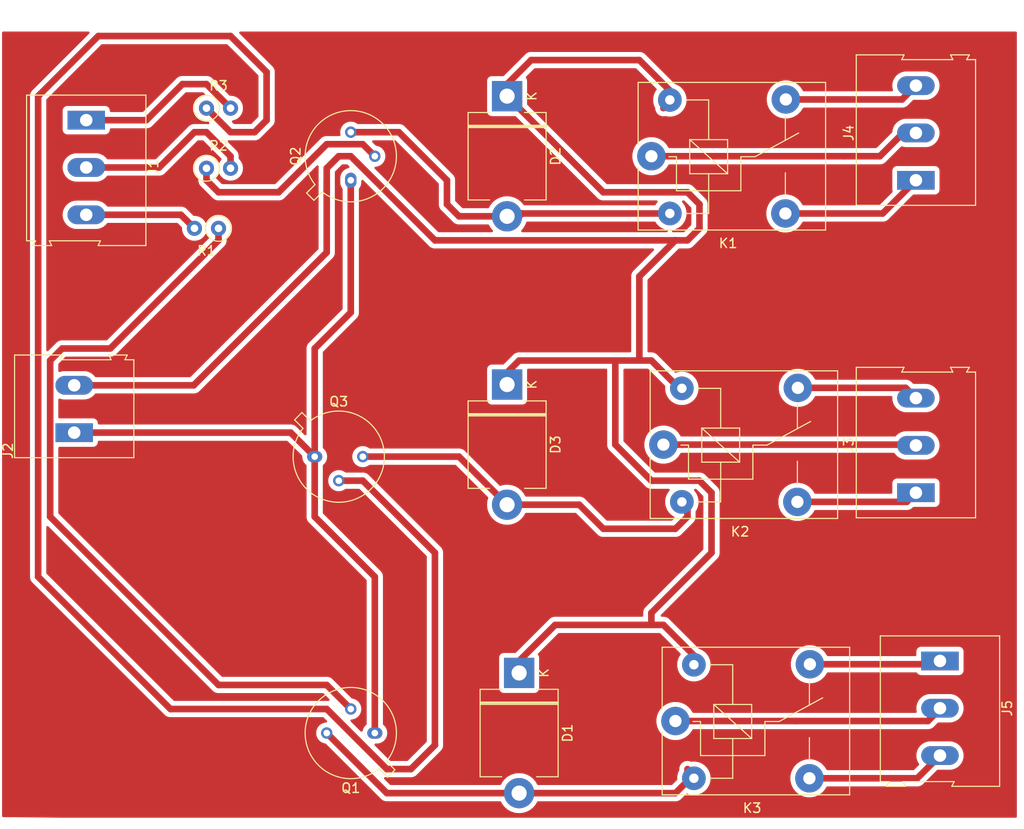
<source format=kicad_pcb>
(kicad_pcb (version 20171130) (host pcbnew "(5.1.4)-1")

  (general
    (thickness 1.6)
    (drawings 0)
    (tracks 129)
    (zones 0)
    (modules 17)
    (nets 21)
  )

  (page A4)
  (layers
    (0 F.Cu signal)
    (31 B.Cu signal)
    (32 B.Adhes user)
    (33 F.Adhes user)
    (34 B.Paste user)
    (35 F.Paste user)
    (36 B.SilkS user)
    (37 F.SilkS user)
    (38 B.Mask user)
    (39 F.Mask user)
    (40 Dwgs.User user)
    (41 Cmts.User user)
    (42 Eco1.User user)
    (43 Eco2.User user)
    (44 Edge.Cuts user)
    (45 Margin user)
    (46 B.CrtYd user)
    (47 F.CrtYd user)
    (48 B.Fab user)
    (49 F.Fab user)
  )

  (setup
    (last_trace_width 0.7)
    (user_trace_width 0.7)
    (trace_clearance 0.2)
    (zone_clearance 0.508)
    (zone_45_only no)
    (trace_min 0.2)
    (via_size 0.8)
    (via_drill 0.4)
    (via_min_size 0.4)
    (via_min_drill 0.3)
    (uvia_size 0.3)
    (uvia_drill 0.1)
    (uvias_allowed no)
    (uvia_min_size 0.2)
    (uvia_min_drill 0.1)
    (edge_width 0.05)
    (segment_width 0.2)
    (pcb_text_width 0.3)
    (pcb_text_size 1.5 1.5)
    (mod_edge_width 0.12)
    (mod_text_size 1 1)
    (mod_text_width 0.15)
    (pad_size 1.524 1.524)
    (pad_drill 0.762)
    (pad_to_mask_clearance 0.051)
    (solder_mask_min_width 0.25)
    (aux_axis_origin 0 0)
    (visible_elements FFFFFF7F)
    (pcbplotparams
      (layerselection 0x010fc_ffffffff)
      (usegerberextensions false)
      (usegerberattributes false)
      (usegerberadvancedattributes false)
      (creategerberjobfile false)
      (excludeedgelayer true)
      (linewidth 0.100000)
      (plotframeref false)
      (viasonmask false)
      (mode 1)
      (useauxorigin false)
      (hpglpennumber 1)
      (hpglpenspeed 20)
      (hpglpendiameter 15.000000)
      (psnegative false)
      (psa4output false)
      (plotreference true)
      (plotvalue true)
      (plotinvisibletext false)
      (padsonsilk false)
      (subtractmaskfromsilk false)
      (outputformat 1)
      (mirror false)
      (drillshape 1)
      (scaleselection 1)
      (outputdirectory ""))
  )

  (net 0 "")
  (net 1 "Net-(D1-Pad2)")
  (net 2 "Net-(D1-Pad1)")
  (net 3 "Net-(D2-Pad2)")
  (net 4 "Net-(D3-Pad2)")
  (net 5 "Net-(J1-Pad3)")
  (net 6 "Net-(J1-Pad2)")
  (net 7 "Net-(J1-Pad1)")
  (net 8 "Net-(J2-Pad1)")
  (net 9 "Net-(J3-Pad3)")
  (net 10 "Net-(J3-Pad2)")
  (net 11 "Net-(J3-Pad1)")
  (net 12 "Net-(J4-Pad3)")
  (net 13 "Net-(J4-Pad2)")
  (net 14 "Net-(J4-Pad1)")
  (net 15 "Net-(J5-Pad3)")
  (net 16 "Net-(J5-Pad2)")
  (net 17 "Net-(J5-Pad1)")
  (net 18 "Net-(Q1-Pad2)")
  (net 19 "Net-(Q2-Pad2)")
  (net 20 "Net-(Q3-Pad2)")

  (net_class Default "Esta es la clase de red por defecto."
    (clearance 0.2)
    (trace_width 0.25)
    (via_dia 0.8)
    (via_drill 0.4)
    (uvia_dia 0.3)
    (uvia_drill 0.1)
    (add_net "Net-(D1-Pad1)")
    (add_net "Net-(D1-Pad2)")
    (add_net "Net-(D2-Pad2)")
    (add_net "Net-(D3-Pad2)")
    (add_net "Net-(J1-Pad1)")
    (add_net "Net-(J1-Pad2)")
    (add_net "Net-(J1-Pad3)")
    (add_net "Net-(J2-Pad1)")
    (add_net "Net-(J3-Pad1)")
    (add_net "Net-(J3-Pad2)")
    (add_net "Net-(J3-Pad3)")
    (add_net "Net-(J4-Pad1)")
    (add_net "Net-(J4-Pad2)")
    (add_net "Net-(J4-Pad3)")
    (add_net "Net-(J5-Pad1)")
    (add_net "Net-(J5-Pad2)")
    (add_net "Net-(J5-Pad3)")
    (add_net "Net-(Q1-Pad2)")
    (add_net "Net-(Q2-Pad2)")
    (add_net "Net-(Q3-Pad2)")
  )

  (module Relay_THT:Relay_SPDT_SANYOU_SRD_Series_Form_C (layer F.Cu) (tedit 58FA3148) (tstamp 5DC2B63D)
    (at 153.67 123.19)
    (descr "relay Sanyou SRD series Form C http://www.sanyourelay.ca/public/products/pdf/SRD.pdf")
    (tags "relay Sanyu SRD form C")
    (path /5DC2722F)
    (fp_text reference K3 (at 8.1 9.2) (layer F.SilkS)
      (effects (font (size 1 1) (thickness 0.15)))
    )
    (fp_text value HF3-03 (at 8 -9.6) (layer F.Fab)
      (effects (font (size 1 1) (thickness 0.15)))
    )
    (fp_line (start 8.05 1.85) (end 4.05 1.85) (layer F.SilkS) (width 0.12))
    (fp_line (start 8.05 -1.75) (end 8.05 1.85) (layer F.SilkS) (width 0.12))
    (fp_line (start 4.05 -1.75) (end 8.05 -1.75) (layer F.SilkS) (width 0.12))
    (fp_line (start 4.05 1.85) (end 4.05 -1.75) (layer F.SilkS) (width 0.12))
    (fp_line (start 8.05 1.85) (end 4.05 -1.75) (layer F.SilkS) (width 0.12))
    (fp_line (start 6.05 1.85) (end 6.05 6.05) (layer F.SilkS) (width 0.12))
    (fp_line (start 6.05 -5.95) (end 6.05 -1.75) (layer F.SilkS) (width 0.12))
    (fp_line (start 2.65 0.05) (end 2.65 3.65) (layer F.SilkS) (width 0.12))
    (fp_line (start 9.45 0.05) (end 9.45 3.65) (layer F.SilkS) (width 0.12))
    (fp_line (start 9.45 3.65) (end 2.65 3.65) (layer F.SilkS) (width 0.12))
    (fp_line (start 10.95 0.05) (end 15.55 -2.45) (layer F.SilkS) (width 0.12))
    (fp_line (start 9.45 0.05) (end 10.95 0.05) (layer F.SilkS) (width 0.12))
    (fp_line (start 6.05 -5.95) (end 3.55 -5.95) (layer F.SilkS) (width 0.12))
    (fp_line (start 2.65 0.05) (end 1.85 0.05) (layer F.SilkS) (width 0.12))
    (fp_line (start 3.55 6.05) (end 6.05 6.05) (layer F.SilkS) (width 0.12))
    (fp_line (start 14.15 -4.2) (end 14.15 -1.7) (layer F.SilkS) (width 0.12))
    (fp_line (start 14.15 4.2) (end 14.15 1.75) (layer F.SilkS) (width 0.12))
    (fp_line (start -1.55 7.95) (end 18.55 7.95) (layer F.CrtYd) (width 0.05))
    (fp_line (start 18.55 -7.95) (end 18.55 7.95) (layer F.CrtYd) (width 0.05))
    (fp_line (start -1.55 7.95) (end -1.55 -7.95) (layer F.CrtYd) (width 0.05))
    (fp_line (start 18.55 -7.95) (end -1.55 -7.95) (layer F.CrtYd) (width 0.05))
    (fp_text user %R (at 7.1 0.025) (layer F.Fab)
      (effects (font (size 1 1) (thickness 0.15)))
    )
    (fp_line (start -1.3 7.7) (end -1.3 -7.7) (layer F.Fab) (width 0.12))
    (fp_line (start 18.3 7.7) (end -1.3 7.7) (layer F.Fab) (width 0.12))
    (fp_line (start 18.3 -7.7) (end 18.3 7.7) (layer F.Fab) (width 0.12))
    (fp_line (start -1.3 -7.7) (end 18.3 -7.7) (layer F.Fab) (width 0.12))
    (fp_text user 1 (at 0 -2.3) (layer F.Fab)
      (effects (font (size 1 1) (thickness 0.15)))
    )
    (fp_line (start 18.4 7.8) (end -1.4 7.8) (layer F.SilkS) (width 0.12))
    (fp_line (start 18.4 -7.8) (end 18.4 7.8) (layer F.SilkS) (width 0.12))
    (fp_line (start -1.4 -7.8) (end 18.4 -7.8) (layer F.SilkS) (width 0.12))
    (fp_line (start -1.4 -7.8) (end -1.4 -1.2) (layer F.SilkS) (width 0.12))
    (fp_line (start -1.4 1.2) (end -1.4 7.8) (layer F.SilkS) (width 0.12))
    (pad 1 thru_hole circle (at 0 0 90) (size 3 3) (drill 1.3) (layers *.Cu *.Mask)
      (net 2 "Net-(D1-Pad1)"))
    (pad 5 thru_hole circle (at 1.95 -5.95 90) (size 2.5 2.5) (drill 1) (layers *.Cu *.Mask)
      (net 15 "Net-(J5-Pad3)"))
    (pad 4 thru_hole circle (at 14.2 -6 90) (size 3 3) (drill 1.3) (layers *.Cu *.Mask))
    (pad 3 thru_hole circle (at 14.15 6.05 90) (size 3 3) (drill 1.3) (layers *.Cu *.Mask))
    (pad 2 thru_hole circle (at 1.95 6.05 90) (size 2.5 2.5) (drill 1) (layers *.Cu *.Mask)
      (net 15 "Net-(J5-Pad3)"))
    (model ${KISYS3DMOD}/Relay_THT.3dshapes/Relay_SPDT_SANYOU_SRD_Series_Form_C.wrl
      (at (xyz 0 0 0))
      (scale (xyz 1 1 1))
      (rotate (xyz 0 0 0))
    )
  )

  (module Relay_THT:Relay_SPDT_SANYOU_SRD_Series_Form_C (layer F.Cu) (tedit 58FA3148) (tstamp 5DC2B60F)
    (at 152.4 93.98)
    (descr "relay Sanyou SRD series Form C http://www.sanyourelay.ca/public/products/pdf/SRD.pdf")
    (tags "relay Sanyu SRD form C")
    (path /5DC2852F)
    (fp_text reference K2 (at 8.1 9.2) (layer F.SilkS)
      (effects (font (size 1 1) (thickness 0.15)))
    )
    (fp_text value HF3-03 (at 8 -9.6) (layer F.Fab)
      (effects (font (size 1 1) (thickness 0.15)))
    )
    (fp_line (start 8.05 1.85) (end 4.05 1.85) (layer F.SilkS) (width 0.12))
    (fp_line (start 8.05 -1.75) (end 8.05 1.85) (layer F.SilkS) (width 0.12))
    (fp_line (start 4.05 -1.75) (end 8.05 -1.75) (layer F.SilkS) (width 0.12))
    (fp_line (start 4.05 1.85) (end 4.05 -1.75) (layer F.SilkS) (width 0.12))
    (fp_line (start 8.05 1.85) (end 4.05 -1.75) (layer F.SilkS) (width 0.12))
    (fp_line (start 6.05 1.85) (end 6.05 6.05) (layer F.SilkS) (width 0.12))
    (fp_line (start 6.05 -5.95) (end 6.05 -1.75) (layer F.SilkS) (width 0.12))
    (fp_line (start 2.65 0.05) (end 2.65 3.65) (layer F.SilkS) (width 0.12))
    (fp_line (start 9.45 0.05) (end 9.45 3.65) (layer F.SilkS) (width 0.12))
    (fp_line (start 9.45 3.65) (end 2.65 3.65) (layer F.SilkS) (width 0.12))
    (fp_line (start 10.95 0.05) (end 15.55 -2.45) (layer F.SilkS) (width 0.12))
    (fp_line (start 9.45 0.05) (end 10.95 0.05) (layer F.SilkS) (width 0.12))
    (fp_line (start 6.05 -5.95) (end 3.55 -5.95) (layer F.SilkS) (width 0.12))
    (fp_line (start 2.65 0.05) (end 1.85 0.05) (layer F.SilkS) (width 0.12))
    (fp_line (start 3.55 6.05) (end 6.05 6.05) (layer F.SilkS) (width 0.12))
    (fp_line (start 14.15 -4.2) (end 14.15 -1.7) (layer F.SilkS) (width 0.12))
    (fp_line (start 14.15 4.2) (end 14.15 1.75) (layer F.SilkS) (width 0.12))
    (fp_line (start -1.55 7.95) (end 18.55 7.95) (layer F.CrtYd) (width 0.05))
    (fp_line (start 18.55 -7.95) (end 18.55 7.95) (layer F.CrtYd) (width 0.05))
    (fp_line (start -1.55 7.95) (end -1.55 -7.95) (layer F.CrtYd) (width 0.05))
    (fp_line (start 18.55 -7.95) (end -1.55 -7.95) (layer F.CrtYd) (width 0.05))
    (fp_text user %R (at 7.1 0.025) (layer F.Fab)
      (effects (font (size 1 1) (thickness 0.15)))
    )
    (fp_line (start -1.3 7.7) (end -1.3 -7.7) (layer F.Fab) (width 0.12))
    (fp_line (start 18.3 7.7) (end -1.3 7.7) (layer F.Fab) (width 0.12))
    (fp_line (start 18.3 -7.7) (end 18.3 7.7) (layer F.Fab) (width 0.12))
    (fp_line (start -1.3 -7.7) (end 18.3 -7.7) (layer F.Fab) (width 0.12))
    (fp_text user 1 (at 0 -2.3) (layer F.Fab)
      (effects (font (size 1 1) (thickness 0.15)))
    )
    (fp_line (start 18.4 7.8) (end -1.4 7.8) (layer F.SilkS) (width 0.12))
    (fp_line (start 18.4 -7.8) (end 18.4 7.8) (layer F.SilkS) (width 0.12))
    (fp_line (start -1.4 -7.8) (end 18.4 -7.8) (layer F.SilkS) (width 0.12))
    (fp_line (start -1.4 -7.8) (end -1.4 -1.2) (layer F.SilkS) (width 0.12))
    (fp_line (start -1.4 1.2) (end -1.4 7.8) (layer F.SilkS) (width 0.12))
    (pad 1 thru_hole circle (at 0 0 90) (size 3 3) (drill 1.3) (layers *.Cu *.Mask)
      (net 2 "Net-(D1-Pad1)"))
    (pad 5 thru_hole circle (at 1.95 -5.95 90) (size 2.5 2.5) (drill 1) (layers *.Cu *.Mask)
      (net 9 "Net-(J3-Pad3)"))
    (pad 4 thru_hole circle (at 14.2 -6 90) (size 3 3) (drill 1.3) (layers *.Cu *.Mask))
    (pad 3 thru_hole circle (at 14.15 6.05 90) (size 3 3) (drill 1.3) (layers *.Cu *.Mask))
    (pad 2 thru_hole circle (at 1.95 6.05 90) (size 2.5 2.5) (drill 1) (layers *.Cu *.Mask)
      (net 9 "Net-(J3-Pad3)"))
    (model ${KISYS3DMOD}/Relay_THT.3dshapes/Relay_SPDT_SANYOU_SRD_Series_Form_C.wrl
      (at (xyz 0 0 0))
      (scale (xyz 1 1 1))
      (rotate (xyz 0 0 0))
    )
  )

  (module Relay_THT:Relay_SPDT_SANYOU_SRD_Series_Form_C (layer F.Cu) (tedit 58FA3148) (tstamp 5DC2B5E1)
    (at 151.13 63.5)
    (descr "relay Sanyou SRD series Form C http://www.sanyourelay.ca/public/products/pdf/SRD.pdf")
    (tags "relay Sanyu SRD form C")
    (path /5DC27F3E)
    (fp_text reference K1 (at 8.1 9.2) (layer F.SilkS)
      (effects (font (size 1 1) (thickness 0.15)))
    )
    (fp_text value HF3-03 (at 8 -9.6) (layer F.Fab)
      (effects (font (size 1 1) (thickness 0.15)))
    )
    (fp_line (start 8.05 1.85) (end 4.05 1.85) (layer F.SilkS) (width 0.12))
    (fp_line (start 8.05 -1.75) (end 8.05 1.85) (layer F.SilkS) (width 0.12))
    (fp_line (start 4.05 -1.75) (end 8.05 -1.75) (layer F.SilkS) (width 0.12))
    (fp_line (start 4.05 1.85) (end 4.05 -1.75) (layer F.SilkS) (width 0.12))
    (fp_line (start 8.05 1.85) (end 4.05 -1.75) (layer F.SilkS) (width 0.12))
    (fp_line (start 6.05 1.85) (end 6.05 6.05) (layer F.SilkS) (width 0.12))
    (fp_line (start 6.05 -5.95) (end 6.05 -1.75) (layer F.SilkS) (width 0.12))
    (fp_line (start 2.65 0.05) (end 2.65 3.65) (layer F.SilkS) (width 0.12))
    (fp_line (start 9.45 0.05) (end 9.45 3.65) (layer F.SilkS) (width 0.12))
    (fp_line (start 9.45 3.65) (end 2.65 3.65) (layer F.SilkS) (width 0.12))
    (fp_line (start 10.95 0.05) (end 15.55 -2.45) (layer F.SilkS) (width 0.12))
    (fp_line (start 9.45 0.05) (end 10.95 0.05) (layer F.SilkS) (width 0.12))
    (fp_line (start 6.05 -5.95) (end 3.55 -5.95) (layer F.SilkS) (width 0.12))
    (fp_line (start 2.65 0.05) (end 1.85 0.05) (layer F.SilkS) (width 0.12))
    (fp_line (start 3.55 6.05) (end 6.05 6.05) (layer F.SilkS) (width 0.12))
    (fp_line (start 14.15 -4.2) (end 14.15 -1.7) (layer F.SilkS) (width 0.12))
    (fp_line (start 14.15 4.2) (end 14.15 1.75) (layer F.SilkS) (width 0.12))
    (fp_line (start -1.55 7.95) (end 18.55 7.95) (layer F.CrtYd) (width 0.05))
    (fp_line (start 18.55 -7.95) (end 18.55 7.95) (layer F.CrtYd) (width 0.05))
    (fp_line (start -1.55 7.95) (end -1.55 -7.95) (layer F.CrtYd) (width 0.05))
    (fp_line (start 18.55 -7.95) (end -1.55 -7.95) (layer F.CrtYd) (width 0.05))
    (fp_text user %R (at 7.1 0.025) (layer F.Fab)
      (effects (font (size 1 1) (thickness 0.15)))
    )
    (fp_line (start -1.3 7.7) (end -1.3 -7.7) (layer F.Fab) (width 0.12))
    (fp_line (start 18.3 7.7) (end -1.3 7.7) (layer F.Fab) (width 0.12))
    (fp_line (start 18.3 -7.7) (end 18.3 7.7) (layer F.Fab) (width 0.12))
    (fp_line (start -1.3 -7.7) (end 18.3 -7.7) (layer F.Fab) (width 0.12))
    (fp_text user 1 (at 0 -2.3) (layer F.Fab)
      (effects (font (size 1 1) (thickness 0.15)))
    )
    (fp_line (start 18.4 7.8) (end -1.4 7.8) (layer F.SilkS) (width 0.12))
    (fp_line (start 18.4 -7.8) (end 18.4 7.8) (layer F.SilkS) (width 0.12))
    (fp_line (start -1.4 -7.8) (end 18.4 -7.8) (layer F.SilkS) (width 0.12))
    (fp_line (start -1.4 -7.8) (end -1.4 -1.2) (layer F.SilkS) (width 0.12))
    (fp_line (start -1.4 1.2) (end -1.4 7.8) (layer F.SilkS) (width 0.12))
    (pad 1 thru_hole circle (at 0 0 90) (size 3 3) (drill 1.3) (layers *.Cu *.Mask)
      (net 2 "Net-(D1-Pad1)"))
    (pad 5 thru_hole circle (at 1.95 -5.95 90) (size 2.5 2.5) (drill 1) (layers *.Cu *.Mask)
      (net 12 "Net-(J4-Pad3)"))
    (pad 4 thru_hole circle (at 14.2 -6 90) (size 3 3) (drill 1.3) (layers *.Cu *.Mask))
    (pad 3 thru_hole circle (at 14.15 6.05 90) (size 3 3) (drill 1.3) (layers *.Cu *.Mask))
    (pad 2 thru_hole circle (at 1.95 6.05 90) (size 2.5 2.5) (drill 1) (layers *.Cu *.Mask)
      (net 12 "Net-(J4-Pad3)"))
    (model ${KISYS3DMOD}/Relay_THT.3dshapes/Relay_SPDT_SANYOU_SRD_Series_Form_C.wrl
      (at (xyz 0 0 0))
      (scale (xyz 1 1 1))
      (rotate (xyz 0 0 0))
    )
  )

  (module Resistor_THT:R_Axial_DIN0207_L6.3mm_D2.5mm_P2.54mm_Vertical (layer F.Cu) (tedit 5AE5139B) (tstamp 5DC2B6A9)
    (at 104.14 58.42)
    (descr "Resistor, Axial_DIN0207 series, Axial, Vertical, pin pitch=2.54mm, 0.25W = 1/4W, length*diameter=6.3*2.5mm^2, http://cdn-reichelt.de/documents/datenblatt/B400/1_4W%23YAG.pdf")
    (tags "Resistor Axial_DIN0207 series Axial Vertical pin pitch 2.54mm 0.25W = 1/4W length 6.3mm diameter 2.5mm")
    (path /5DC2AF96)
    (fp_text reference R3 (at 1.27 -2.37) (layer F.SilkS)
      (effects (font (size 1 1) (thickness 0.15)))
    )
    (fp_text value R (at 1.27 2.37) (layer F.Fab)
      (effects (font (size 1 1) (thickness 0.15)))
    )
    (fp_text user %R (at 1.27 -2.37) (layer F.Fab)
      (effects (font (size 1 1) (thickness 0.15)))
    )
    (fp_line (start 3.59 -1.5) (end -1.5 -1.5) (layer F.CrtYd) (width 0.05))
    (fp_line (start 3.59 1.5) (end 3.59 -1.5) (layer F.CrtYd) (width 0.05))
    (fp_line (start -1.5 1.5) (end 3.59 1.5) (layer F.CrtYd) (width 0.05))
    (fp_line (start -1.5 -1.5) (end -1.5 1.5) (layer F.CrtYd) (width 0.05))
    (fp_line (start 1.37 0) (end 1.44 0) (layer F.SilkS) (width 0.12))
    (fp_line (start 0 0) (end 2.54 0) (layer F.Fab) (width 0.1))
    (fp_circle (center 0 0) (end 1.37 0) (layer F.SilkS) (width 0.12))
    (fp_circle (center 0 0) (end 1.25 0) (layer F.Fab) (width 0.1))
    (pad 2 thru_hole oval (at 2.54 0) (size 1.6 1.6) (drill 0.8) (layers *.Cu *.Mask)
      (net 7 "Net-(J1-Pad1)"))
    (pad 1 thru_hole circle (at 0 0) (size 1.6 1.6) (drill 0.8) (layers *.Cu *.Mask)
      (net 20 "Net-(Q3-Pad2)"))
    (model ${KISYS3DMOD}/Resistor_THT.3dshapes/R_Axial_DIN0207_L6.3mm_D2.5mm_P2.54mm_Vertical.wrl
      (at (xyz 0 0 0))
      (scale (xyz 1 1 1))
      (rotate (xyz 0 0 0))
    )
  )

  (module Resistor_THT:R_Axial_DIN0207_L6.3mm_D2.5mm_P2.54mm_Vertical (layer F.Cu) (tedit 5AE5139B) (tstamp 5DC2B69A)
    (at 104.14 64.77)
    (descr "Resistor, Axial_DIN0207 series, Axial, Vertical, pin pitch=2.54mm, 0.25W = 1/4W, length*diameter=6.3*2.5mm^2, http://cdn-reichelt.de/documents/datenblatt/B400/1_4W%23YAG.pdf")
    (tags "Resistor Axial_DIN0207 series Axial Vertical pin pitch 2.54mm 0.25W = 1/4W length 6.3mm diameter 2.5mm")
    (path /5DC2AC89)
    (fp_text reference R2 (at 1.27 -2.37) (layer F.SilkS)
      (effects (font (size 1 1) (thickness 0.15)))
    )
    (fp_text value R (at 1.27 2.37) (layer F.Fab)
      (effects (font (size 1 1) (thickness 0.15)))
    )
    (fp_text user %R (at 1.27 -2.37) (layer F.Fab)
      (effects (font (size 1 1) (thickness 0.15)))
    )
    (fp_line (start 3.59 -1.5) (end -1.5 -1.5) (layer F.CrtYd) (width 0.05))
    (fp_line (start 3.59 1.5) (end 3.59 -1.5) (layer F.CrtYd) (width 0.05))
    (fp_line (start -1.5 1.5) (end 3.59 1.5) (layer F.CrtYd) (width 0.05))
    (fp_line (start -1.5 -1.5) (end -1.5 1.5) (layer F.CrtYd) (width 0.05))
    (fp_line (start 1.37 0) (end 1.44 0) (layer F.SilkS) (width 0.12))
    (fp_line (start 0 0) (end 2.54 0) (layer F.Fab) (width 0.1))
    (fp_circle (center 0 0) (end 1.37 0) (layer F.SilkS) (width 0.12))
    (fp_circle (center 0 0) (end 1.25 0) (layer F.Fab) (width 0.1))
    (pad 2 thru_hole oval (at 2.54 0) (size 1.6 1.6) (drill 0.8) (layers *.Cu *.Mask)
      (net 6 "Net-(J1-Pad2)"))
    (pad 1 thru_hole circle (at 0 0) (size 1.6 1.6) (drill 0.8) (layers *.Cu *.Mask)
      (net 19 "Net-(Q2-Pad2)"))
    (model ${KISYS3DMOD}/Resistor_THT.3dshapes/R_Axial_DIN0207_L6.3mm_D2.5mm_P2.54mm_Vertical.wrl
      (at (xyz 0 0 0))
      (scale (xyz 1 1 1))
      (rotate (xyz 0 0 0))
    )
  )

  (module Resistor_THT:R_Axial_DIN0207_L6.3mm_D2.5mm_P2.54mm_Vertical (layer F.Cu) (tedit 5AE5139B) (tstamp 5DC2B68B)
    (at 105.41 71.12 180)
    (descr "Resistor, Axial_DIN0207 series, Axial, Vertical, pin pitch=2.54mm, 0.25W = 1/4W, length*diameter=6.3*2.5mm^2, http://cdn-reichelt.de/documents/datenblatt/B400/1_4W%23YAG.pdf")
    (tags "Resistor Axial_DIN0207 series Axial Vertical pin pitch 2.54mm 0.25W = 1/4W length 6.3mm diameter 2.5mm")
    (path /5DC2A696)
    (fp_text reference R1 (at 1.27 -2.37) (layer F.SilkS)
      (effects (font (size 1 1) (thickness 0.15)))
    )
    (fp_text value R (at 1.27 2.37) (layer F.Fab)
      (effects (font (size 1 1) (thickness 0.15)))
    )
    (fp_text user %R (at 1.27 -2.37) (layer F.Fab)
      (effects (font (size 1 1) (thickness 0.15)))
    )
    (fp_line (start 3.59 -1.5) (end -1.5 -1.5) (layer F.CrtYd) (width 0.05))
    (fp_line (start 3.59 1.5) (end 3.59 -1.5) (layer F.CrtYd) (width 0.05))
    (fp_line (start -1.5 1.5) (end 3.59 1.5) (layer F.CrtYd) (width 0.05))
    (fp_line (start -1.5 -1.5) (end -1.5 1.5) (layer F.CrtYd) (width 0.05))
    (fp_line (start 1.37 0) (end 1.44 0) (layer F.SilkS) (width 0.12))
    (fp_line (start 0 0) (end 2.54 0) (layer F.Fab) (width 0.1))
    (fp_circle (center 0 0) (end 1.37 0) (layer F.SilkS) (width 0.12))
    (fp_circle (center 0 0) (end 1.25 0) (layer F.Fab) (width 0.1))
    (pad 2 thru_hole oval (at 2.54 0 180) (size 1.6 1.6) (drill 0.8) (layers *.Cu *.Mask)
      (net 5 "Net-(J1-Pad3)"))
    (pad 1 thru_hole circle (at 0 0 180) (size 1.6 1.6) (drill 0.8) (layers *.Cu *.Mask)
      (net 18 "Net-(Q1-Pad2)"))
    (model ${KISYS3DMOD}/Resistor_THT.3dshapes/R_Axial_DIN0207_L6.3mm_D2.5mm_P2.54mm_Vertical.wrl
      (at (xyz 0 0 0))
      (scale (xyz 1 1 1))
      (rotate (xyz 0 0 0))
    )
  )

  (module Package_TO_SOT_THT:TO-39-3 (layer F.Cu) (tedit 5A02FF81) (tstamp 5DC2B67C)
    (at 115.57 95.25)
    (descr TO-39-3)
    (tags TO-39-3)
    (path /5DC29B40)
    (fp_text reference Q3 (at 2.54 -5.82) (layer F.SilkS)
      (effects (font (size 1 1) (thickness 0.15)))
    )
    (fp_text value 2N2219 (at 2.54 5.82) (layer F.Fab)
      (effects (font (size 1 1) (thickness 0.15)))
    )
    (fp_arc (start 2.54 0) (end -0.457084 -3.774902) (angle 346.9) (layer F.SilkS) (width 0.12))
    (fp_arc (start 2.54 0) (end -0.465408 -3.61352) (angle 349.5) (layer F.Fab) (width 0.1))
    (fp_circle (center 2.54 0) (end 6.79 0) (layer F.Fab) (width 0.1))
    (fp_line (start 7.49 -4.95) (end -2.41 -4.95) (layer F.CrtYd) (width 0.05))
    (fp_line (start 7.49 4.95) (end 7.49 -4.95) (layer F.CrtYd) (width 0.05))
    (fp_line (start -2.41 4.95) (end 7.49 4.95) (layer F.CrtYd) (width 0.05))
    (fp_line (start -2.41 -4.95) (end -2.41 4.95) (layer F.CrtYd) (width 0.05))
    (fp_line (start -2.125856 -3.888039) (end -1.234902 -2.997084) (layer F.SilkS) (width 0.12))
    (fp_line (start -1.348039 -4.665856) (end -2.125856 -3.888039) (layer F.SilkS) (width 0.12))
    (fp_line (start -0.457084 -3.774902) (end -1.348039 -4.665856) (layer F.SilkS) (width 0.12))
    (fp_line (start -1.879621 -3.81151) (end -1.07352 -3.005408) (layer F.Fab) (width 0.1))
    (fp_line (start -1.27151 -4.419621) (end -1.879621 -3.81151) (layer F.Fab) (width 0.1))
    (fp_line (start -0.465408 -3.61352) (end -1.27151 -4.419621) (layer F.Fab) (width 0.1))
    (fp_text user %R (at 2.54 -5.82) (layer F.Fab)
      (effects (font (size 1 1) (thickness 0.15)))
    )
    (pad 3 thru_hole oval (at 5.08 0) (size 1.2 1.2) (drill 0.7) (layers *.Cu *.Mask)
      (net 4 "Net-(D3-Pad2)"))
    (pad 2 thru_hole oval (at 2.54 2.54) (size 1.2 1.2) (drill 0.7) (layers *.Cu *.Mask)
      (net 20 "Net-(Q3-Pad2)"))
    (pad 1 thru_hole oval (at 0 0) (size 1.6 1.2) (drill 0.7) (layers *.Cu *.Mask)
      (net 8 "Net-(J2-Pad1)"))
    (model ${KISYS3DMOD}/Package_TO_SOT_THT.3dshapes/TO-39-3.wrl
      (at (xyz 0 0 0))
      (scale (xyz 1 1 1))
      (rotate (xyz 0 0 0))
    )
  )

  (module Package_TO_SOT_THT:TO-39-3 (layer F.Cu) (tedit 5A02FF81) (tstamp 5DC2B667)
    (at 119.38 66.04 90)
    (descr TO-39-3)
    (tags TO-39-3)
    (path /5DC29F3A)
    (fp_text reference Q2 (at 2.54 -5.82 90) (layer F.SilkS)
      (effects (font (size 1 1) (thickness 0.15)))
    )
    (fp_text value 2N2219 (at 2.54 5.82 90) (layer F.Fab)
      (effects (font (size 1 1) (thickness 0.15)))
    )
    (fp_arc (start 2.54 0) (end -0.457084 -3.774902) (angle 346.9) (layer F.SilkS) (width 0.12))
    (fp_arc (start 2.54 0) (end -0.465408 -3.61352) (angle 349.5) (layer F.Fab) (width 0.1))
    (fp_circle (center 2.54 0) (end 6.79 0) (layer F.Fab) (width 0.1))
    (fp_line (start 7.49 -4.95) (end -2.41 -4.95) (layer F.CrtYd) (width 0.05))
    (fp_line (start 7.49 4.95) (end 7.49 -4.95) (layer F.CrtYd) (width 0.05))
    (fp_line (start -2.41 4.95) (end 7.49 4.95) (layer F.CrtYd) (width 0.05))
    (fp_line (start -2.41 -4.95) (end -2.41 4.95) (layer F.CrtYd) (width 0.05))
    (fp_line (start -2.125856 -3.888039) (end -1.234902 -2.997084) (layer F.SilkS) (width 0.12))
    (fp_line (start -1.348039 -4.665856) (end -2.125856 -3.888039) (layer F.SilkS) (width 0.12))
    (fp_line (start -0.457084 -3.774902) (end -1.348039 -4.665856) (layer F.SilkS) (width 0.12))
    (fp_line (start -1.879621 -3.81151) (end -1.07352 -3.005408) (layer F.Fab) (width 0.1))
    (fp_line (start -1.27151 -4.419621) (end -1.879621 -3.81151) (layer F.Fab) (width 0.1))
    (fp_line (start -0.465408 -3.61352) (end -1.27151 -4.419621) (layer F.Fab) (width 0.1))
    (fp_text user %R (at 2.54 -5.82 90) (layer F.Fab)
      (effects (font (size 1 1) (thickness 0.15)))
    )
    (pad 3 thru_hole oval (at 5.08 0 90) (size 1.2 1.2) (drill 0.7) (layers *.Cu *.Mask)
      (net 3 "Net-(D2-Pad2)"))
    (pad 2 thru_hole oval (at 2.54 2.54 90) (size 1.2 1.2) (drill 0.7) (layers *.Cu *.Mask)
      (net 19 "Net-(Q2-Pad2)"))
    (pad 1 thru_hole oval (at 0 0 90) (size 1.6 1.2) (drill 0.7) (layers *.Cu *.Mask)
      (net 8 "Net-(J2-Pad1)"))
    (model ${KISYS3DMOD}/Package_TO_SOT_THT.3dshapes/TO-39-3.wrl
      (at (xyz 0 0 0))
      (scale (xyz 1 1 1))
      (rotate (xyz 0 0 0))
    )
  )

  (module Package_TO_SOT_THT:TO-39-3 (layer F.Cu) (tedit 5A02FF81) (tstamp 5DC2B652)
    (at 121.92 124.46 180)
    (descr TO-39-3)
    (tags TO-39-3)
    (path /5DC2A26C)
    (fp_text reference Q1 (at 2.54 -5.82) (layer F.SilkS)
      (effects (font (size 1 1) (thickness 0.15)))
    )
    (fp_text value 2N2219 (at 2.54 5.82) (layer F.Fab)
      (effects (font (size 1 1) (thickness 0.15)))
    )
    (fp_arc (start 2.54 0) (end -0.457084 -3.774902) (angle 346.9) (layer F.SilkS) (width 0.12))
    (fp_arc (start 2.54 0) (end -0.465408 -3.61352) (angle 349.5) (layer F.Fab) (width 0.1))
    (fp_circle (center 2.54 0) (end 6.79 0) (layer F.Fab) (width 0.1))
    (fp_line (start 7.49 -4.95) (end -2.41 -4.95) (layer F.CrtYd) (width 0.05))
    (fp_line (start 7.49 4.95) (end 7.49 -4.95) (layer F.CrtYd) (width 0.05))
    (fp_line (start -2.41 4.95) (end 7.49 4.95) (layer F.CrtYd) (width 0.05))
    (fp_line (start -2.41 -4.95) (end -2.41 4.95) (layer F.CrtYd) (width 0.05))
    (fp_line (start -2.125856 -3.888039) (end -1.234902 -2.997084) (layer F.SilkS) (width 0.12))
    (fp_line (start -1.348039 -4.665856) (end -2.125856 -3.888039) (layer F.SilkS) (width 0.12))
    (fp_line (start -0.457084 -3.774902) (end -1.348039 -4.665856) (layer F.SilkS) (width 0.12))
    (fp_line (start -1.879621 -3.81151) (end -1.07352 -3.005408) (layer F.Fab) (width 0.1))
    (fp_line (start -1.27151 -4.419621) (end -1.879621 -3.81151) (layer F.Fab) (width 0.1))
    (fp_line (start -0.465408 -3.61352) (end -1.27151 -4.419621) (layer F.Fab) (width 0.1))
    (fp_text user %R (at 2.54 -5.82) (layer F.Fab)
      (effects (font (size 1 1) (thickness 0.15)))
    )
    (pad 3 thru_hole oval (at 5.08 0 180) (size 1.2 1.2) (drill 0.7) (layers *.Cu *.Mask)
      (net 1 "Net-(D1-Pad2)"))
    (pad 2 thru_hole oval (at 2.54 2.54 180) (size 1.2 1.2) (drill 0.7) (layers *.Cu *.Mask)
      (net 18 "Net-(Q1-Pad2)"))
    (pad 1 thru_hole oval (at 0 0 180) (size 1.6 1.2) (drill 0.7) (layers *.Cu *.Mask)
      (net 8 "Net-(J2-Pad1)"))
    (model ${KISYS3DMOD}/Package_TO_SOT_THT.3dshapes/TO-39-3.wrl
      (at (xyz 0 0 0))
      (scale (xyz 1 1 1))
      (rotate (xyz 0 0 0))
    )
  )

  (module TerminalBlock:TerminalBlock_Altech_AK300-3_P5.00mm (layer F.Cu) (tedit 59FF0306) (tstamp 5DC2B5B3)
    (at 181.61 116.84 270)
    (descr "Altech AK300 terminal block, pitch 5.0mm, 45 degree angled, see http://www.mouser.com/ds/2/16/PCBMETRC-24178.pdf")
    (tags "Altech AK300 terminal block pitch 5.0mm")
    (path /5DC3A639)
    (fp_text reference J5 (at 5 -7.1 90) (layer F.SilkS)
      (effects (font (size 1 1) (thickness 0.15)))
    )
    (fp_text value Screw_Terminal_01x03 (at 4.95 7.3 90) (layer F.Fab)
      (effects (font (size 1 1) (thickness 0.15)))
    )
    (fp_arc (start -1.16 -4.66) (end -1.44 -4.14) (angle 104.2) (layer F.Fab) (width 0.1))
    (fp_arc (start -0.04 -3.72) (end -1.64 -5.01) (angle 100) (layer F.Fab) (width 0.1))
    (fp_arc (start 0.04 -6.08) (end 1.5 -4.13) (angle 75.5) (layer F.Fab) (width 0.1))
    (fp_arc (start 1 -4.6) (end 1.51 -5.06) (angle 90.5) (layer F.Fab) (width 0.1))
    (fp_arc (start 3.85 -4.66) (end 3.56 -4.14) (angle 104.2) (layer F.Fab) (width 0.1))
    (fp_arc (start 4.96 -3.72) (end 3.36 -5.01) (angle 100) (layer F.Fab) (width 0.1))
    (fp_arc (start 5.04 -6.08) (end 6.5 -4.13) (angle 75.5) (layer F.Fab) (width 0.1))
    (fp_arc (start 6.01 -4.6) (end 6.51 -5.06) (angle 90.5) (layer F.Fab) (width 0.1))
    (fp_arc (start 11.09 -4.6) (end 11.59 -5.06) (angle 90.5) (layer F.Fab) (width 0.1))
    (fp_arc (start 10.12 -6.08) (end 11.58 -4.13) (angle 75.5) (layer F.Fab) (width 0.1))
    (fp_arc (start 10.04 -3.72) (end 8.44 -5.01) (angle 100) (layer F.Fab) (width 0.1))
    (fp_arc (start 8.93 -4.66) (end 8.64 -4.14) (angle 104.2) (layer F.Fab) (width 0.1))
    (fp_line (start 13.42 6.46) (end -2.83 6.46) (layer F.CrtYd) (width 0.05))
    (fp_line (start 13.42 6.46) (end 13.42 -6.48) (layer F.CrtYd) (width 0.05))
    (fp_line (start -2.83 -6.48) (end -2.83 6.46) (layer F.CrtYd) (width 0.05))
    (fp_line (start -2.83 -6.48) (end 13.42 -6.48) (layer F.CrtYd) (width 0.05))
    (fp_line (start 3.34 -0.26) (end 6.64 -0.26) (layer F.Fab) (width 0.1))
    (fp_line (start 2.96 -0.26) (end 3.34 -0.26) (layer F.Fab) (width 0.1))
    (fp_line (start 7.02 -0.26) (end 6.64 -0.26) (layer F.Fab) (width 0.1))
    (fp_line (start 1.64 -0.26) (end -1.67 -0.26) (layer F.Fab) (width 0.1))
    (fp_line (start 2.02 -0.26) (end 1.64 -0.26) (layer F.Fab) (width 0.1))
    (fp_line (start -2.05 -0.26) (end -1.67 -0.26) (layer F.Fab) (width 0.1))
    (fp_line (start -1.51 -4.33) (end 1.53 -4.96) (layer F.Fab) (width 0.1))
    (fp_line (start -1.64 -4.46) (end 1.41 -5.09) (layer F.Fab) (width 0.1))
    (fp_line (start 3.49 -4.33) (end 6.54 -4.96) (layer F.Fab) (width 0.1))
    (fp_line (start 3.36 -4.46) (end 6.41 -5.09) (layer F.Fab) (width 0.1))
    (fp_line (start 2.02 -5.98) (end -2.05 -5.98) (layer F.Fab) (width 0.1))
    (fp_line (start -2.05 -3.44) (end -2.05 -5.98) (layer F.Fab) (width 0.1))
    (fp_line (start 2.02 -3.44) (end -2.05 -3.44) (layer F.Fab) (width 0.1))
    (fp_line (start 2.02 -3.44) (end 2.02 -5.98) (layer F.Fab) (width 0.1))
    (fp_line (start 7.02 -3.44) (end 2.96 -3.44) (layer F.Fab) (width 0.1))
    (fp_line (start 7.02 -5.98) (end 7.02 -3.44) (layer F.Fab) (width 0.1))
    (fp_line (start 2.96 -5.98) (end 7.02 -5.98) (layer F.Fab) (width 0.1))
    (fp_line (start 2.96 -3.44) (end 2.96 -5.98) (layer F.Fab) (width 0.1))
    (fp_line (start -2.58 -3.19) (end -2.58 -6.23) (layer F.Fab) (width 0.1))
    (fp_line (start -2.58 -3.19) (end 7.58 -3.19) (layer F.Fab) (width 0.1))
    (fp_line (start -2.58 -0.65) (end -2.58 -3.19) (layer F.Fab) (width 0.1))
    (fp_line (start -2.58 6.21) (end -2.58 -0.65) (layer F.Fab) (width 0.1))
    (fp_line (start 6.64 0.5) (end 6.26 0.5) (layer F.Fab) (width 0.1))
    (fp_line (start 3.34 0.5) (end 3.72 0.5) (layer F.Fab) (width 0.1))
    (fp_line (start 1.64 0.5) (end 1.26 0.5) (layer F.Fab) (width 0.1))
    (fp_line (start -1.67 0.5) (end -1.28 0.5) (layer F.Fab) (width 0.1))
    (fp_line (start -1.67 3.67) (end -1.67 0.5) (layer F.Fab) (width 0.1))
    (fp_line (start 1.64 3.67) (end -1.67 3.67) (layer F.Fab) (width 0.1))
    (fp_line (start 1.64 3.67) (end 1.64 0.5) (layer F.Fab) (width 0.1))
    (fp_line (start 3.34 3.67) (end 3.34 0.5) (layer F.Fab) (width 0.1))
    (fp_line (start 6.64 3.67) (end 3.34 3.67) (layer F.Fab) (width 0.1))
    (fp_line (start 6.64 3.67) (end 6.64 0.5) (layer F.Fab) (width 0.1))
    (fp_line (start -2.05 4.31) (end -2.05 6.21) (layer F.Fab) (width 0.1))
    (fp_line (start 2.02 4.31) (end 2.02 -0.26) (layer F.Fab) (width 0.1))
    (fp_line (start 2.02 4.31) (end -2.05 4.31) (layer F.Fab) (width 0.1))
    (fp_line (start 7.02 4.31) (end 7.02 6.21) (layer F.Fab) (width 0.1))
    (fp_line (start 2.96 4.31) (end 2.96 -0.26) (layer F.Fab) (width 0.1))
    (fp_line (start 2.96 4.31) (end 7.02 4.31) (layer F.Fab) (width 0.1))
    (fp_line (start -2.05 6.21) (end 2.02 6.21) (layer F.Fab) (width 0.1))
    (fp_line (start -2.58 6.21) (end -2.05 6.21) (layer F.Fab) (width 0.1))
    (fp_line (start -2.05 -0.26) (end -2.05 4.31) (layer F.Fab) (width 0.1))
    (fp_line (start 2.02 6.21) (end 2.96 6.21) (layer F.Fab) (width 0.1))
    (fp_line (start 2.02 6.21) (end 2.02 4.31) (layer F.Fab) (width 0.1))
    (fp_line (start 7.02 6.21) (end 7.58 6.21) (layer F.Fab) (width 0.1))
    (fp_line (start 2.96 6.21) (end 7.02 6.21) (layer F.Fab) (width 0.1))
    (fp_line (start 7.02 -0.26) (end 7.02 4.31) (layer F.Fab) (width 0.1))
    (fp_line (start 2.96 6.21) (end 2.96 4.31) (layer F.Fab) (width 0.1))
    (fp_line (start 8.02 4.05) (end 8.02 5.2) (layer F.Fab) (width 0.1))
    (fp_line (start 8.02 5.2) (end 8.02 6.21) (layer F.Fab) (width 0.1))
    (fp_line (start 3.72 2.53) (end 3.72 -0.26) (layer F.Fab) (width 0.1))
    (fp_line (start 3.72 -0.26) (end 6.26 -0.26) (layer F.Fab) (width 0.1))
    (fp_line (start 6.26 2.53) (end 6.26 -0.26) (layer F.Fab) (width 0.1))
    (fp_line (start 3.72 2.53) (end 6.26 2.53) (layer F.Fab) (width 0.1))
    (fp_line (start -1.28 2.53) (end -1.28 -0.26) (layer F.Fab) (width 0.1))
    (fp_line (start -1.28 -0.26) (end 1.26 -0.26) (layer F.Fab) (width 0.1))
    (fp_line (start 1.26 2.53) (end 1.26 -0.26) (layer F.Fab) (width 0.1))
    (fp_line (start -1.28 2.53) (end 1.26 2.53) (layer F.Fab) (width 0.1))
    (fp_line (start 8.8 2.53) (end 11.34 2.53) (layer F.Fab) (width 0.1))
    (fp_line (start 11.34 2.53) (end 11.34 -0.26) (layer F.Fab) (width 0.1))
    (fp_line (start 8.8 -0.26) (end 11.34 -0.26) (layer F.Fab) (width 0.1))
    (fp_line (start 8.8 2.53) (end 8.8 -0.26) (layer F.Fab) (width 0.1))
    (fp_line (start 12.66 -6.23) (end 12.66 -3.19) (layer F.Fab) (width 0.1))
    (fp_line (start 12.66 -6.23) (end 13.17 -6.23) (layer F.Fab) (width 0.1))
    (fp_line (start 13.17 -6.23) (end 13.17 -1.41) (layer F.Fab) (width 0.1))
    (fp_line (start 13.17 -1.41) (end 12.66 -1.66) (layer F.Fab) (width 0.1))
    (fp_line (start 13.17 5.45) (end 12.66 5.2) (layer F.Fab) (width 0.1))
    (fp_line (start 12.66 5.2) (end 12.66 6.21) (layer F.Fab) (width 0.1))
    (fp_line (start 13.17 3.8) (end 12.66 4.05) (layer F.Fab) (width 0.1))
    (fp_line (start 12.66 4.05) (end 12.66 5.2) (layer F.Fab) (width 0.1))
    (fp_line (start 13.17 3.8) (end 13.17 5.45) (layer F.Fab) (width 0.1))
    (fp_line (start 8.04 6.21) (end 8.04 4.31) (layer F.Fab) (width 0.1))
    (fp_line (start 12.1 -0.26) (end 12.1 4.31) (layer F.Fab) (width 0.1))
    (fp_line (start 12.1 6.21) (end 12.66 6.21) (layer F.Fab) (width 0.1))
    (fp_line (start 8.04 4.31) (end 12.1 4.31) (layer F.Fab) (width 0.1))
    (fp_line (start 12.1 4.31) (end 12.1 6.21) (layer F.Fab) (width 0.1))
    (fp_line (start 11.72 3.67) (end 11.72 0.5) (layer F.Fab) (width 0.1))
    (fp_line (start 11.72 3.67) (end 8.42 3.67) (layer F.Fab) (width 0.1))
    (fp_line (start 8.42 3.67) (end 8.42 0.5) (layer F.Fab) (width 0.1))
    (fp_line (start 8.42 0.5) (end 8.8 0.5) (layer F.Fab) (width 0.1))
    (fp_line (start 11.72 0.5) (end 11.34 0.5) (layer F.Fab) (width 0.1))
    (fp_line (start 12.66 -1.66) (end 12.66 -0.65) (layer F.Fab) (width 0.1))
    (fp_line (start 12.66 -0.65) (end 12.66 4.05) (layer F.Fab) (width 0.1))
    (fp_line (start 12.66 -3.19) (end 12.66 -1.66) (layer F.Fab) (width 0.1))
    (fp_line (start 8.04 -3.44) (end 8.04 -5.98) (layer F.Fab) (width 0.1))
    (fp_line (start 8.04 -5.98) (end 12.1 -5.98) (layer F.Fab) (width 0.1))
    (fp_line (start 12.1 -5.98) (end 12.1 -3.44) (layer F.Fab) (width 0.1))
    (fp_line (start 12.1 -3.44) (end 8.04 -3.44) (layer F.Fab) (width 0.1))
    (fp_line (start 8.44 -4.46) (end 11.49 -5.09) (layer F.Fab) (width 0.1))
    (fp_line (start 8.57 -4.33) (end 11.62 -4.96) (layer F.Fab) (width 0.1))
    (fp_line (start 12.1 -0.26) (end 11.72 -0.26) (layer F.Fab) (width 0.1))
    (fp_line (start 8.04 -0.26) (end 8.42 -0.26) (layer F.Fab) (width 0.1))
    (fp_line (start 8.42 -0.26) (end 11.72 -0.26) (layer F.Fab) (width 0.1))
    (fp_line (start -2.58 -6.23) (end 12.66 -6.23) (layer F.Fab) (width 0.1))
    (fp_line (start 7.58 -3.19) (end 12.6 -3.19) (layer F.Fab) (width 0.1))
    (fp_line (start 12.09 6.21) (end 7.58 6.21) (layer F.Fab) (width 0.1))
    (fp_line (start 8.02 3.99) (end 8.02 -0.26) (layer F.Fab) (width 0.1))
    (fp_line (start 12.66 -0.65) (end -2.52 -0.65) (layer F.Fab) (width 0.1))
    (fp_line (start 13.25 -6.3) (end -2.65 -6.3) (layer F.SilkS) (width 0.12))
    (fp_line (start 13.25 -1.25) (end 13.25 -6.3) (layer F.SilkS) (width 0.12))
    (fp_line (start 12.75 -1.5) (end 13.25 -1.25) (layer F.SilkS) (width 0.12))
    (fp_line (start 12.75 3.9) (end 12.75 -1.5) (layer F.SilkS) (width 0.12))
    (fp_line (start 13.25 3.65) (end 12.75 3.9) (layer F.SilkS) (width 0.12))
    (fp_line (start 13.25 5.65) (end 13.25 3.65) (layer F.SilkS) (width 0.12))
    (fp_line (start 12.75 5.35) (end 13.25 5.65) (layer F.SilkS) (width 0.12))
    (fp_line (start 12.75 6.3) (end 12.75 5.35) (layer F.SilkS) (width 0.12))
    (fp_line (start -2.65 6.3) (end 12.75 6.3) (layer F.SilkS) (width 0.12))
    (fp_line (start -2.65 -6.3) (end -2.65 6.3) (layer F.SilkS) (width 0.12))
    (fp_text user %R (at 5 -2 90) (layer F.Fab)
      (effects (font (size 1 1) (thickness 0.15)))
    )
    (pad 3 thru_hole oval (at 10 0 270) (size 1.98 3.96) (drill 1.32) (layers *.Cu *.Mask)
      (net 15 "Net-(J5-Pad3)"))
    (pad 2 thru_hole oval (at 5 0 270) (size 1.98 3.96) (drill 1.32) (layers *.Cu *.Mask)
      (net 16 "Net-(J5-Pad2)"))
    (pad 1 thru_hole rect (at 0 0 270) (size 1.98 3.96) (drill 1.32) (layers *.Cu *.Mask)
      (net 17 "Net-(J5-Pad1)"))
    (model ${KISYS3DMOD}/TerminalBlock.3dshapes/TerminalBlock_Altech_AK300-3_P5.00mm.wrl
      (at (xyz 0 0 0))
      (scale (xyz 1 1 1))
      (rotate (xyz 0 0 0))
    )
  )

  (module TerminalBlock:TerminalBlock_Altech_AK300-3_P5.00mm (layer F.Cu) (tedit 59FF0306) (tstamp 5DC2B530)
    (at 179.07 66.04 90)
    (descr "Altech AK300 terminal block, pitch 5.0mm, 45 degree angled, see http://www.mouser.com/ds/2/16/PCBMETRC-24178.pdf")
    (tags "Altech AK300 terminal block pitch 5.0mm")
    (path /5DC39FCC)
    (fp_text reference J4 (at 5 -7.1 90) (layer F.SilkS)
      (effects (font (size 1 1) (thickness 0.15)))
    )
    (fp_text value Screw_Terminal_01x03 (at 4.95 7.3 90) (layer F.Fab)
      (effects (font (size 1 1) (thickness 0.15)))
    )
    (fp_arc (start -1.16 -4.66) (end -1.44 -4.14) (angle 104.2) (layer F.Fab) (width 0.1))
    (fp_arc (start -0.04 -3.72) (end -1.64 -5.01) (angle 100) (layer F.Fab) (width 0.1))
    (fp_arc (start 0.04 -6.08) (end 1.5 -4.13) (angle 75.5) (layer F.Fab) (width 0.1))
    (fp_arc (start 1 -4.6) (end 1.51 -5.06) (angle 90.5) (layer F.Fab) (width 0.1))
    (fp_arc (start 3.85 -4.66) (end 3.56 -4.14) (angle 104.2) (layer F.Fab) (width 0.1))
    (fp_arc (start 4.96 -3.72) (end 3.36 -5.01) (angle 100) (layer F.Fab) (width 0.1))
    (fp_arc (start 5.04 -6.08) (end 6.5 -4.13) (angle 75.5) (layer F.Fab) (width 0.1))
    (fp_arc (start 6.01 -4.6) (end 6.51 -5.06) (angle 90.5) (layer F.Fab) (width 0.1))
    (fp_arc (start 11.09 -4.6) (end 11.59 -5.06) (angle 90.5) (layer F.Fab) (width 0.1))
    (fp_arc (start 10.12 -6.08) (end 11.58 -4.13) (angle 75.5) (layer F.Fab) (width 0.1))
    (fp_arc (start 10.04 -3.72) (end 8.44 -5.01) (angle 100) (layer F.Fab) (width 0.1))
    (fp_arc (start 8.93 -4.66) (end 8.64 -4.14) (angle 104.2) (layer F.Fab) (width 0.1))
    (fp_line (start 13.42 6.46) (end -2.83 6.46) (layer F.CrtYd) (width 0.05))
    (fp_line (start 13.42 6.46) (end 13.42 -6.48) (layer F.CrtYd) (width 0.05))
    (fp_line (start -2.83 -6.48) (end -2.83 6.46) (layer F.CrtYd) (width 0.05))
    (fp_line (start -2.83 -6.48) (end 13.42 -6.48) (layer F.CrtYd) (width 0.05))
    (fp_line (start 3.34 -0.26) (end 6.64 -0.26) (layer F.Fab) (width 0.1))
    (fp_line (start 2.96 -0.26) (end 3.34 -0.26) (layer F.Fab) (width 0.1))
    (fp_line (start 7.02 -0.26) (end 6.64 -0.26) (layer F.Fab) (width 0.1))
    (fp_line (start 1.64 -0.26) (end -1.67 -0.26) (layer F.Fab) (width 0.1))
    (fp_line (start 2.02 -0.26) (end 1.64 -0.26) (layer F.Fab) (width 0.1))
    (fp_line (start -2.05 -0.26) (end -1.67 -0.26) (layer F.Fab) (width 0.1))
    (fp_line (start -1.51 -4.33) (end 1.53 -4.96) (layer F.Fab) (width 0.1))
    (fp_line (start -1.64 -4.46) (end 1.41 -5.09) (layer F.Fab) (width 0.1))
    (fp_line (start 3.49 -4.33) (end 6.54 -4.96) (layer F.Fab) (width 0.1))
    (fp_line (start 3.36 -4.46) (end 6.41 -5.09) (layer F.Fab) (width 0.1))
    (fp_line (start 2.02 -5.98) (end -2.05 -5.98) (layer F.Fab) (width 0.1))
    (fp_line (start -2.05 -3.44) (end -2.05 -5.98) (layer F.Fab) (width 0.1))
    (fp_line (start 2.02 -3.44) (end -2.05 -3.44) (layer F.Fab) (width 0.1))
    (fp_line (start 2.02 -3.44) (end 2.02 -5.98) (layer F.Fab) (width 0.1))
    (fp_line (start 7.02 -3.44) (end 2.96 -3.44) (layer F.Fab) (width 0.1))
    (fp_line (start 7.02 -5.98) (end 7.02 -3.44) (layer F.Fab) (width 0.1))
    (fp_line (start 2.96 -5.98) (end 7.02 -5.98) (layer F.Fab) (width 0.1))
    (fp_line (start 2.96 -3.44) (end 2.96 -5.98) (layer F.Fab) (width 0.1))
    (fp_line (start -2.58 -3.19) (end -2.58 -6.23) (layer F.Fab) (width 0.1))
    (fp_line (start -2.58 -3.19) (end 7.58 -3.19) (layer F.Fab) (width 0.1))
    (fp_line (start -2.58 -0.65) (end -2.58 -3.19) (layer F.Fab) (width 0.1))
    (fp_line (start -2.58 6.21) (end -2.58 -0.65) (layer F.Fab) (width 0.1))
    (fp_line (start 6.64 0.5) (end 6.26 0.5) (layer F.Fab) (width 0.1))
    (fp_line (start 3.34 0.5) (end 3.72 0.5) (layer F.Fab) (width 0.1))
    (fp_line (start 1.64 0.5) (end 1.26 0.5) (layer F.Fab) (width 0.1))
    (fp_line (start -1.67 0.5) (end -1.28 0.5) (layer F.Fab) (width 0.1))
    (fp_line (start -1.67 3.67) (end -1.67 0.5) (layer F.Fab) (width 0.1))
    (fp_line (start 1.64 3.67) (end -1.67 3.67) (layer F.Fab) (width 0.1))
    (fp_line (start 1.64 3.67) (end 1.64 0.5) (layer F.Fab) (width 0.1))
    (fp_line (start 3.34 3.67) (end 3.34 0.5) (layer F.Fab) (width 0.1))
    (fp_line (start 6.64 3.67) (end 3.34 3.67) (layer F.Fab) (width 0.1))
    (fp_line (start 6.64 3.67) (end 6.64 0.5) (layer F.Fab) (width 0.1))
    (fp_line (start -2.05 4.31) (end -2.05 6.21) (layer F.Fab) (width 0.1))
    (fp_line (start 2.02 4.31) (end 2.02 -0.26) (layer F.Fab) (width 0.1))
    (fp_line (start 2.02 4.31) (end -2.05 4.31) (layer F.Fab) (width 0.1))
    (fp_line (start 7.02 4.31) (end 7.02 6.21) (layer F.Fab) (width 0.1))
    (fp_line (start 2.96 4.31) (end 2.96 -0.26) (layer F.Fab) (width 0.1))
    (fp_line (start 2.96 4.31) (end 7.02 4.31) (layer F.Fab) (width 0.1))
    (fp_line (start -2.05 6.21) (end 2.02 6.21) (layer F.Fab) (width 0.1))
    (fp_line (start -2.58 6.21) (end -2.05 6.21) (layer F.Fab) (width 0.1))
    (fp_line (start -2.05 -0.26) (end -2.05 4.31) (layer F.Fab) (width 0.1))
    (fp_line (start 2.02 6.21) (end 2.96 6.21) (layer F.Fab) (width 0.1))
    (fp_line (start 2.02 6.21) (end 2.02 4.31) (layer F.Fab) (width 0.1))
    (fp_line (start 7.02 6.21) (end 7.58 6.21) (layer F.Fab) (width 0.1))
    (fp_line (start 2.96 6.21) (end 7.02 6.21) (layer F.Fab) (width 0.1))
    (fp_line (start 7.02 -0.26) (end 7.02 4.31) (layer F.Fab) (width 0.1))
    (fp_line (start 2.96 6.21) (end 2.96 4.31) (layer F.Fab) (width 0.1))
    (fp_line (start 8.02 4.05) (end 8.02 5.2) (layer F.Fab) (width 0.1))
    (fp_line (start 8.02 5.2) (end 8.02 6.21) (layer F.Fab) (width 0.1))
    (fp_line (start 3.72 2.53) (end 3.72 -0.26) (layer F.Fab) (width 0.1))
    (fp_line (start 3.72 -0.26) (end 6.26 -0.26) (layer F.Fab) (width 0.1))
    (fp_line (start 6.26 2.53) (end 6.26 -0.26) (layer F.Fab) (width 0.1))
    (fp_line (start 3.72 2.53) (end 6.26 2.53) (layer F.Fab) (width 0.1))
    (fp_line (start -1.28 2.53) (end -1.28 -0.26) (layer F.Fab) (width 0.1))
    (fp_line (start -1.28 -0.26) (end 1.26 -0.26) (layer F.Fab) (width 0.1))
    (fp_line (start 1.26 2.53) (end 1.26 -0.26) (layer F.Fab) (width 0.1))
    (fp_line (start -1.28 2.53) (end 1.26 2.53) (layer F.Fab) (width 0.1))
    (fp_line (start 8.8 2.53) (end 11.34 2.53) (layer F.Fab) (width 0.1))
    (fp_line (start 11.34 2.53) (end 11.34 -0.26) (layer F.Fab) (width 0.1))
    (fp_line (start 8.8 -0.26) (end 11.34 -0.26) (layer F.Fab) (width 0.1))
    (fp_line (start 8.8 2.53) (end 8.8 -0.26) (layer F.Fab) (width 0.1))
    (fp_line (start 12.66 -6.23) (end 12.66 -3.19) (layer F.Fab) (width 0.1))
    (fp_line (start 12.66 -6.23) (end 13.17 -6.23) (layer F.Fab) (width 0.1))
    (fp_line (start 13.17 -6.23) (end 13.17 -1.41) (layer F.Fab) (width 0.1))
    (fp_line (start 13.17 -1.41) (end 12.66 -1.66) (layer F.Fab) (width 0.1))
    (fp_line (start 13.17 5.45) (end 12.66 5.2) (layer F.Fab) (width 0.1))
    (fp_line (start 12.66 5.2) (end 12.66 6.21) (layer F.Fab) (width 0.1))
    (fp_line (start 13.17 3.8) (end 12.66 4.05) (layer F.Fab) (width 0.1))
    (fp_line (start 12.66 4.05) (end 12.66 5.2) (layer F.Fab) (width 0.1))
    (fp_line (start 13.17 3.8) (end 13.17 5.45) (layer F.Fab) (width 0.1))
    (fp_line (start 8.04 6.21) (end 8.04 4.31) (layer F.Fab) (width 0.1))
    (fp_line (start 12.1 -0.26) (end 12.1 4.31) (layer F.Fab) (width 0.1))
    (fp_line (start 12.1 6.21) (end 12.66 6.21) (layer F.Fab) (width 0.1))
    (fp_line (start 8.04 4.31) (end 12.1 4.31) (layer F.Fab) (width 0.1))
    (fp_line (start 12.1 4.31) (end 12.1 6.21) (layer F.Fab) (width 0.1))
    (fp_line (start 11.72 3.67) (end 11.72 0.5) (layer F.Fab) (width 0.1))
    (fp_line (start 11.72 3.67) (end 8.42 3.67) (layer F.Fab) (width 0.1))
    (fp_line (start 8.42 3.67) (end 8.42 0.5) (layer F.Fab) (width 0.1))
    (fp_line (start 8.42 0.5) (end 8.8 0.5) (layer F.Fab) (width 0.1))
    (fp_line (start 11.72 0.5) (end 11.34 0.5) (layer F.Fab) (width 0.1))
    (fp_line (start 12.66 -1.66) (end 12.66 -0.65) (layer F.Fab) (width 0.1))
    (fp_line (start 12.66 -0.65) (end 12.66 4.05) (layer F.Fab) (width 0.1))
    (fp_line (start 12.66 -3.19) (end 12.66 -1.66) (layer F.Fab) (width 0.1))
    (fp_line (start 8.04 -3.44) (end 8.04 -5.98) (layer F.Fab) (width 0.1))
    (fp_line (start 8.04 -5.98) (end 12.1 -5.98) (layer F.Fab) (width 0.1))
    (fp_line (start 12.1 -5.98) (end 12.1 -3.44) (layer F.Fab) (width 0.1))
    (fp_line (start 12.1 -3.44) (end 8.04 -3.44) (layer F.Fab) (width 0.1))
    (fp_line (start 8.44 -4.46) (end 11.49 -5.09) (layer F.Fab) (width 0.1))
    (fp_line (start 8.57 -4.33) (end 11.62 -4.96) (layer F.Fab) (width 0.1))
    (fp_line (start 12.1 -0.26) (end 11.72 -0.26) (layer F.Fab) (width 0.1))
    (fp_line (start 8.04 -0.26) (end 8.42 -0.26) (layer F.Fab) (width 0.1))
    (fp_line (start 8.42 -0.26) (end 11.72 -0.26) (layer F.Fab) (width 0.1))
    (fp_line (start -2.58 -6.23) (end 12.66 -6.23) (layer F.Fab) (width 0.1))
    (fp_line (start 7.58 -3.19) (end 12.6 -3.19) (layer F.Fab) (width 0.1))
    (fp_line (start 12.09 6.21) (end 7.58 6.21) (layer F.Fab) (width 0.1))
    (fp_line (start 8.02 3.99) (end 8.02 -0.26) (layer F.Fab) (width 0.1))
    (fp_line (start 12.66 -0.65) (end -2.52 -0.65) (layer F.Fab) (width 0.1))
    (fp_line (start 13.25 -6.3) (end -2.65 -6.3) (layer F.SilkS) (width 0.12))
    (fp_line (start 13.25 -1.25) (end 13.25 -6.3) (layer F.SilkS) (width 0.12))
    (fp_line (start 12.75 -1.5) (end 13.25 -1.25) (layer F.SilkS) (width 0.12))
    (fp_line (start 12.75 3.9) (end 12.75 -1.5) (layer F.SilkS) (width 0.12))
    (fp_line (start 13.25 3.65) (end 12.75 3.9) (layer F.SilkS) (width 0.12))
    (fp_line (start 13.25 5.65) (end 13.25 3.65) (layer F.SilkS) (width 0.12))
    (fp_line (start 12.75 5.35) (end 13.25 5.65) (layer F.SilkS) (width 0.12))
    (fp_line (start 12.75 6.3) (end 12.75 5.35) (layer F.SilkS) (width 0.12))
    (fp_line (start -2.65 6.3) (end 12.75 6.3) (layer F.SilkS) (width 0.12))
    (fp_line (start -2.65 -6.3) (end -2.65 6.3) (layer F.SilkS) (width 0.12))
    (fp_text user %R (at 5 -2 90) (layer F.Fab)
      (effects (font (size 1 1) (thickness 0.15)))
    )
    (pad 3 thru_hole oval (at 10 0 90) (size 1.98 3.96) (drill 1.32) (layers *.Cu *.Mask)
      (net 12 "Net-(J4-Pad3)"))
    (pad 2 thru_hole oval (at 5 0 90) (size 1.98 3.96) (drill 1.32) (layers *.Cu *.Mask)
      (net 13 "Net-(J4-Pad2)"))
    (pad 1 thru_hole rect (at 0 0 90) (size 1.98 3.96) (drill 1.32) (layers *.Cu *.Mask)
      (net 14 "Net-(J4-Pad1)"))
    (model ${KISYS3DMOD}/TerminalBlock.3dshapes/TerminalBlock_Altech_AK300-3_P5.00mm.wrl
      (at (xyz 0 0 0))
      (scale (xyz 1 1 1))
      (rotate (xyz 0 0 0))
    )
  )

  (module TerminalBlock:TerminalBlock_Altech_AK300-3_P5.00mm (layer F.Cu) (tedit 59FF0306) (tstamp 5DC2B4AD)
    (at 179.07 99.06 90)
    (descr "Altech AK300 terminal block, pitch 5.0mm, 45 degree angled, see http://www.mouser.com/ds/2/16/PCBMETRC-24178.pdf")
    (tags "Altech AK300 terminal block pitch 5.0mm")
    (path /5DC3A2EE)
    (fp_text reference J3 (at 5 -7.1 90) (layer F.SilkS)
      (effects (font (size 1 1) (thickness 0.15)))
    )
    (fp_text value Screw_Terminal_01x03 (at 4.95 7.3 90) (layer F.Fab)
      (effects (font (size 1 1) (thickness 0.15)))
    )
    (fp_arc (start -1.16 -4.66) (end -1.44 -4.14) (angle 104.2) (layer F.Fab) (width 0.1))
    (fp_arc (start -0.04 -3.72) (end -1.64 -5.01) (angle 100) (layer F.Fab) (width 0.1))
    (fp_arc (start 0.04 -6.08) (end 1.5 -4.13) (angle 75.5) (layer F.Fab) (width 0.1))
    (fp_arc (start 1 -4.6) (end 1.51 -5.06) (angle 90.5) (layer F.Fab) (width 0.1))
    (fp_arc (start 3.85 -4.66) (end 3.56 -4.14) (angle 104.2) (layer F.Fab) (width 0.1))
    (fp_arc (start 4.96 -3.72) (end 3.36 -5.01) (angle 100) (layer F.Fab) (width 0.1))
    (fp_arc (start 5.04 -6.08) (end 6.5 -4.13) (angle 75.5) (layer F.Fab) (width 0.1))
    (fp_arc (start 6.01 -4.6) (end 6.51 -5.06) (angle 90.5) (layer F.Fab) (width 0.1))
    (fp_arc (start 11.09 -4.6) (end 11.59 -5.06) (angle 90.5) (layer F.Fab) (width 0.1))
    (fp_arc (start 10.12 -6.08) (end 11.58 -4.13) (angle 75.5) (layer F.Fab) (width 0.1))
    (fp_arc (start 10.04 -3.72) (end 8.44 -5.01) (angle 100) (layer F.Fab) (width 0.1))
    (fp_arc (start 8.93 -4.66) (end 8.64 -4.14) (angle 104.2) (layer F.Fab) (width 0.1))
    (fp_line (start 13.42 6.46) (end -2.83 6.46) (layer F.CrtYd) (width 0.05))
    (fp_line (start 13.42 6.46) (end 13.42 -6.48) (layer F.CrtYd) (width 0.05))
    (fp_line (start -2.83 -6.48) (end -2.83 6.46) (layer F.CrtYd) (width 0.05))
    (fp_line (start -2.83 -6.48) (end 13.42 -6.48) (layer F.CrtYd) (width 0.05))
    (fp_line (start 3.34 -0.26) (end 6.64 -0.26) (layer F.Fab) (width 0.1))
    (fp_line (start 2.96 -0.26) (end 3.34 -0.26) (layer F.Fab) (width 0.1))
    (fp_line (start 7.02 -0.26) (end 6.64 -0.26) (layer F.Fab) (width 0.1))
    (fp_line (start 1.64 -0.26) (end -1.67 -0.26) (layer F.Fab) (width 0.1))
    (fp_line (start 2.02 -0.26) (end 1.64 -0.26) (layer F.Fab) (width 0.1))
    (fp_line (start -2.05 -0.26) (end -1.67 -0.26) (layer F.Fab) (width 0.1))
    (fp_line (start -1.51 -4.33) (end 1.53 -4.96) (layer F.Fab) (width 0.1))
    (fp_line (start -1.64 -4.46) (end 1.41 -5.09) (layer F.Fab) (width 0.1))
    (fp_line (start 3.49 -4.33) (end 6.54 -4.96) (layer F.Fab) (width 0.1))
    (fp_line (start 3.36 -4.46) (end 6.41 -5.09) (layer F.Fab) (width 0.1))
    (fp_line (start 2.02 -5.98) (end -2.05 -5.98) (layer F.Fab) (width 0.1))
    (fp_line (start -2.05 -3.44) (end -2.05 -5.98) (layer F.Fab) (width 0.1))
    (fp_line (start 2.02 -3.44) (end -2.05 -3.44) (layer F.Fab) (width 0.1))
    (fp_line (start 2.02 -3.44) (end 2.02 -5.98) (layer F.Fab) (width 0.1))
    (fp_line (start 7.02 -3.44) (end 2.96 -3.44) (layer F.Fab) (width 0.1))
    (fp_line (start 7.02 -5.98) (end 7.02 -3.44) (layer F.Fab) (width 0.1))
    (fp_line (start 2.96 -5.98) (end 7.02 -5.98) (layer F.Fab) (width 0.1))
    (fp_line (start 2.96 -3.44) (end 2.96 -5.98) (layer F.Fab) (width 0.1))
    (fp_line (start -2.58 -3.19) (end -2.58 -6.23) (layer F.Fab) (width 0.1))
    (fp_line (start -2.58 -3.19) (end 7.58 -3.19) (layer F.Fab) (width 0.1))
    (fp_line (start -2.58 -0.65) (end -2.58 -3.19) (layer F.Fab) (width 0.1))
    (fp_line (start -2.58 6.21) (end -2.58 -0.65) (layer F.Fab) (width 0.1))
    (fp_line (start 6.64 0.5) (end 6.26 0.5) (layer F.Fab) (width 0.1))
    (fp_line (start 3.34 0.5) (end 3.72 0.5) (layer F.Fab) (width 0.1))
    (fp_line (start 1.64 0.5) (end 1.26 0.5) (layer F.Fab) (width 0.1))
    (fp_line (start -1.67 0.5) (end -1.28 0.5) (layer F.Fab) (width 0.1))
    (fp_line (start -1.67 3.67) (end -1.67 0.5) (layer F.Fab) (width 0.1))
    (fp_line (start 1.64 3.67) (end -1.67 3.67) (layer F.Fab) (width 0.1))
    (fp_line (start 1.64 3.67) (end 1.64 0.5) (layer F.Fab) (width 0.1))
    (fp_line (start 3.34 3.67) (end 3.34 0.5) (layer F.Fab) (width 0.1))
    (fp_line (start 6.64 3.67) (end 3.34 3.67) (layer F.Fab) (width 0.1))
    (fp_line (start 6.64 3.67) (end 6.64 0.5) (layer F.Fab) (width 0.1))
    (fp_line (start -2.05 4.31) (end -2.05 6.21) (layer F.Fab) (width 0.1))
    (fp_line (start 2.02 4.31) (end 2.02 -0.26) (layer F.Fab) (width 0.1))
    (fp_line (start 2.02 4.31) (end -2.05 4.31) (layer F.Fab) (width 0.1))
    (fp_line (start 7.02 4.31) (end 7.02 6.21) (layer F.Fab) (width 0.1))
    (fp_line (start 2.96 4.31) (end 2.96 -0.26) (layer F.Fab) (width 0.1))
    (fp_line (start 2.96 4.31) (end 7.02 4.31) (layer F.Fab) (width 0.1))
    (fp_line (start -2.05 6.21) (end 2.02 6.21) (layer F.Fab) (width 0.1))
    (fp_line (start -2.58 6.21) (end -2.05 6.21) (layer F.Fab) (width 0.1))
    (fp_line (start -2.05 -0.26) (end -2.05 4.31) (layer F.Fab) (width 0.1))
    (fp_line (start 2.02 6.21) (end 2.96 6.21) (layer F.Fab) (width 0.1))
    (fp_line (start 2.02 6.21) (end 2.02 4.31) (layer F.Fab) (width 0.1))
    (fp_line (start 7.02 6.21) (end 7.58 6.21) (layer F.Fab) (width 0.1))
    (fp_line (start 2.96 6.21) (end 7.02 6.21) (layer F.Fab) (width 0.1))
    (fp_line (start 7.02 -0.26) (end 7.02 4.31) (layer F.Fab) (width 0.1))
    (fp_line (start 2.96 6.21) (end 2.96 4.31) (layer F.Fab) (width 0.1))
    (fp_line (start 8.02 4.05) (end 8.02 5.2) (layer F.Fab) (width 0.1))
    (fp_line (start 8.02 5.2) (end 8.02 6.21) (layer F.Fab) (width 0.1))
    (fp_line (start 3.72 2.53) (end 3.72 -0.26) (layer F.Fab) (width 0.1))
    (fp_line (start 3.72 -0.26) (end 6.26 -0.26) (layer F.Fab) (width 0.1))
    (fp_line (start 6.26 2.53) (end 6.26 -0.26) (layer F.Fab) (width 0.1))
    (fp_line (start 3.72 2.53) (end 6.26 2.53) (layer F.Fab) (width 0.1))
    (fp_line (start -1.28 2.53) (end -1.28 -0.26) (layer F.Fab) (width 0.1))
    (fp_line (start -1.28 -0.26) (end 1.26 -0.26) (layer F.Fab) (width 0.1))
    (fp_line (start 1.26 2.53) (end 1.26 -0.26) (layer F.Fab) (width 0.1))
    (fp_line (start -1.28 2.53) (end 1.26 2.53) (layer F.Fab) (width 0.1))
    (fp_line (start 8.8 2.53) (end 11.34 2.53) (layer F.Fab) (width 0.1))
    (fp_line (start 11.34 2.53) (end 11.34 -0.26) (layer F.Fab) (width 0.1))
    (fp_line (start 8.8 -0.26) (end 11.34 -0.26) (layer F.Fab) (width 0.1))
    (fp_line (start 8.8 2.53) (end 8.8 -0.26) (layer F.Fab) (width 0.1))
    (fp_line (start 12.66 -6.23) (end 12.66 -3.19) (layer F.Fab) (width 0.1))
    (fp_line (start 12.66 -6.23) (end 13.17 -6.23) (layer F.Fab) (width 0.1))
    (fp_line (start 13.17 -6.23) (end 13.17 -1.41) (layer F.Fab) (width 0.1))
    (fp_line (start 13.17 -1.41) (end 12.66 -1.66) (layer F.Fab) (width 0.1))
    (fp_line (start 13.17 5.45) (end 12.66 5.2) (layer F.Fab) (width 0.1))
    (fp_line (start 12.66 5.2) (end 12.66 6.21) (layer F.Fab) (width 0.1))
    (fp_line (start 13.17 3.8) (end 12.66 4.05) (layer F.Fab) (width 0.1))
    (fp_line (start 12.66 4.05) (end 12.66 5.2) (layer F.Fab) (width 0.1))
    (fp_line (start 13.17 3.8) (end 13.17 5.45) (layer F.Fab) (width 0.1))
    (fp_line (start 8.04 6.21) (end 8.04 4.31) (layer F.Fab) (width 0.1))
    (fp_line (start 12.1 -0.26) (end 12.1 4.31) (layer F.Fab) (width 0.1))
    (fp_line (start 12.1 6.21) (end 12.66 6.21) (layer F.Fab) (width 0.1))
    (fp_line (start 8.04 4.31) (end 12.1 4.31) (layer F.Fab) (width 0.1))
    (fp_line (start 12.1 4.31) (end 12.1 6.21) (layer F.Fab) (width 0.1))
    (fp_line (start 11.72 3.67) (end 11.72 0.5) (layer F.Fab) (width 0.1))
    (fp_line (start 11.72 3.67) (end 8.42 3.67) (layer F.Fab) (width 0.1))
    (fp_line (start 8.42 3.67) (end 8.42 0.5) (layer F.Fab) (width 0.1))
    (fp_line (start 8.42 0.5) (end 8.8 0.5) (layer F.Fab) (width 0.1))
    (fp_line (start 11.72 0.5) (end 11.34 0.5) (layer F.Fab) (width 0.1))
    (fp_line (start 12.66 -1.66) (end 12.66 -0.65) (layer F.Fab) (width 0.1))
    (fp_line (start 12.66 -0.65) (end 12.66 4.05) (layer F.Fab) (width 0.1))
    (fp_line (start 12.66 -3.19) (end 12.66 -1.66) (layer F.Fab) (width 0.1))
    (fp_line (start 8.04 -3.44) (end 8.04 -5.98) (layer F.Fab) (width 0.1))
    (fp_line (start 8.04 -5.98) (end 12.1 -5.98) (layer F.Fab) (width 0.1))
    (fp_line (start 12.1 -5.98) (end 12.1 -3.44) (layer F.Fab) (width 0.1))
    (fp_line (start 12.1 -3.44) (end 8.04 -3.44) (layer F.Fab) (width 0.1))
    (fp_line (start 8.44 -4.46) (end 11.49 -5.09) (layer F.Fab) (width 0.1))
    (fp_line (start 8.57 -4.33) (end 11.62 -4.96) (layer F.Fab) (width 0.1))
    (fp_line (start 12.1 -0.26) (end 11.72 -0.26) (layer F.Fab) (width 0.1))
    (fp_line (start 8.04 -0.26) (end 8.42 -0.26) (layer F.Fab) (width 0.1))
    (fp_line (start 8.42 -0.26) (end 11.72 -0.26) (layer F.Fab) (width 0.1))
    (fp_line (start -2.58 -6.23) (end 12.66 -6.23) (layer F.Fab) (width 0.1))
    (fp_line (start 7.58 -3.19) (end 12.6 -3.19) (layer F.Fab) (width 0.1))
    (fp_line (start 12.09 6.21) (end 7.58 6.21) (layer F.Fab) (width 0.1))
    (fp_line (start 8.02 3.99) (end 8.02 -0.26) (layer F.Fab) (width 0.1))
    (fp_line (start 12.66 -0.65) (end -2.52 -0.65) (layer F.Fab) (width 0.1))
    (fp_line (start 13.25 -6.3) (end -2.65 -6.3) (layer F.SilkS) (width 0.12))
    (fp_line (start 13.25 -1.25) (end 13.25 -6.3) (layer F.SilkS) (width 0.12))
    (fp_line (start 12.75 -1.5) (end 13.25 -1.25) (layer F.SilkS) (width 0.12))
    (fp_line (start 12.75 3.9) (end 12.75 -1.5) (layer F.SilkS) (width 0.12))
    (fp_line (start 13.25 3.65) (end 12.75 3.9) (layer F.SilkS) (width 0.12))
    (fp_line (start 13.25 5.65) (end 13.25 3.65) (layer F.SilkS) (width 0.12))
    (fp_line (start 12.75 5.35) (end 13.25 5.65) (layer F.SilkS) (width 0.12))
    (fp_line (start 12.75 6.3) (end 12.75 5.35) (layer F.SilkS) (width 0.12))
    (fp_line (start -2.65 6.3) (end 12.75 6.3) (layer F.SilkS) (width 0.12))
    (fp_line (start -2.65 -6.3) (end -2.65 6.3) (layer F.SilkS) (width 0.12))
    (fp_text user %R (at 5 -2 90) (layer F.Fab)
      (effects (font (size 1 1) (thickness 0.15)))
    )
    (pad 3 thru_hole oval (at 10 0 90) (size 1.98 3.96) (drill 1.32) (layers *.Cu *.Mask)
      (net 9 "Net-(J3-Pad3)"))
    (pad 2 thru_hole oval (at 5 0 90) (size 1.98 3.96) (drill 1.32) (layers *.Cu *.Mask)
      (net 10 "Net-(J3-Pad2)"))
    (pad 1 thru_hole rect (at 0 0 90) (size 1.98 3.96) (drill 1.32) (layers *.Cu *.Mask)
      (net 11 "Net-(J3-Pad1)"))
    (model ${KISYS3DMOD}/TerminalBlock.3dshapes/TerminalBlock_Altech_AK300-3_P5.00mm.wrl
      (at (xyz 0 0 0))
      (scale (xyz 1 1 1))
      (rotate (xyz 0 0 0))
    )
  )

  (module TerminalBlock:TerminalBlock_Altech_AK300-2_P5.00mm (layer F.Cu) (tedit 59FF0306) (tstamp 5DC2B42A)
    (at 90.17 92.71 90)
    (descr "Altech AK300 terminal block, pitch 5.0mm, 45 degree angled, see http://www.mouser.com/ds/2/16/PCBMETRC-24178.pdf")
    (tags "Altech AK300 terminal block pitch 5.0mm")
    (path /5DC2B480)
    (fp_text reference J2 (at -1.92 -6.99 90) (layer F.SilkS)
      (effects (font (size 1 1) (thickness 0.15)))
    )
    (fp_text value Screw_Terminal_01x02 (at 2.78 7.75 90) (layer F.Fab)
      (effects (font (size 1 1) (thickness 0.15)))
    )
    (fp_arc (start -1.13 -4.65) (end -1.42 -4.13) (angle 104.2) (layer F.Fab) (width 0.1))
    (fp_arc (start -0.01 -3.71) (end -1.62 -5) (angle 100) (layer F.Fab) (width 0.1))
    (fp_arc (start 0.06 -6.07) (end 1.53 -4.12) (angle 75.5) (layer F.Fab) (width 0.1))
    (fp_arc (start 1.03 -4.59) (end 1.53 -5.05) (angle 90.5) (layer F.Fab) (width 0.1))
    (fp_arc (start 3.87 -4.65) (end 3.58 -4.13) (angle 104.2) (layer F.Fab) (width 0.1))
    (fp_arc (start 4.99 -3.71) (end 3.39 -5) (angle 100) (layer F.Fab) (width 0.1))
    (fp_arc (start 5.07 -6.07) (end 6.53 -4.12) (angle 75.5) (layer F.Fab) (width 0.1))
    (fp_arc (start 6.03 -4.59) (end 6.54 -5.05) (angle 90.5) (layer F.Fab) (width 0.1))
    (fp_line (start 8.36 6.47) (end -2.83 6.47) (layer F.CrtYd) (width 0.05))
    (fp_line (start 8.36 6.47) (end 8.36 -6.47) (layer F.CrtYd) (width 0.05))
    (fp_line (start -2.83 -6.47) (end -2.83 6.47) (layer F.CrtYd) (width 0.05))
    (fp_line (start -2.83 -6.47) (end 8.36 -6.47) (layer F.CrtYd) (width 0.05))
    (fp_line (start 3.36 -0.25) (end 6.67 -0.25) (layer F.Fab) (width 0.1))
    (fp_line (start 2.98 -0.25) (end 3.36 -0.25) (layer F.Fab) (width 0.1))
    (fp_line (start 7.05 -0.25) (end 6.67 -0.25) (layer F.Fab) (width 0.1))
    (fp_line (start 6.67 -0.64) (end 3.36 -0.64) (layer F.Fab) (width 0.1))
    (fp_line (start 7.61 -0.64) (end 6.67 -0.64) (layer F.Fab) (width 0.1))
    (fp_line (start 1.66 -0.64) (end 3.36 -0.64) (layer F.Fab) (width 0.1))
    (fp_line (start -1.64 -0.64) (end 1.66 -0.64) (layer F.Fab) (width 0.1))
    (fp_line (start -2.58 -0.64) (end -1.64 -0.64) (layer F.Fab) (width 0.1))
    (fp_line (start 1.66 -0.25) (end -1.64 -0.25) (layer F.Fab) (width 0.1))
    (fp_line (start 2.04 -0.25) (end 1.66 -0.25) (layer F.Fab) (width 0.1))
    (fp_line (start -2.02 -0.25) (end -1.64 -0.25) (layer F.Fab) (width 0.1))
    (fp_line (start -1.49 -4.32) (end 1.56 -4.95) (layer F.Fab) (width 0.1))
    (fp_line (start -1.62 -4.45) (end 1.44 -5.08) (layer F.Fab) (width 0.1))
    (fp_line (start 3.52 -4.32) (end 6.56 -4.95) (layer F.Fab) (width 0.1))
    (fp_line (start 3.39 -4.45) (end 6.44 -5.08) (layer F.Fab) (width 0.1))
    (fp_line (start 2.04 -5.97) (end -2.02 -5.97) (layer F.Fab) (width 0.1))
    (fp_line (start -2.02 -3.43) (end -2.02 -5.97) (layer F.Fab) (width 0.1))
    (fp_line (start 2.04 -3.43) (end -2.02 -3.43) (layer F.Fab) (width 0.1))
    (fp_line (start 2.04 -3.43) (end 2.04 -5.97) (layer F.Fab) (width 0.1))
    (fp_line (start 7.05 -3.43) (end 2.98 -3.43) (layer F.Fab) (width 0.1))
    (fp_line (start 7.05 -5.97) (end 7.05 -3.43) (layer F.Fab) (width 0.1))
    (fp_line (start 2.98 -5.97) (end 7.05 -5.97) (layer F.Fab) (width 0.1))
    (fp_line (start 2.98 -3.43) (end 2.98 -5.97) (layer F.Fab) (width 0.1))
    (fp_line (start 7.61 -3.17) (end 7.61 -1.65) (layer F.Fab) (width 0.1))
    (fp_line (start -2.58 -3.17) (end -2.58 -6.22) (layer F.Fab) (width 0.1))
    (fp_line (start -2.58 -3.17) (end 7.61 -3.17) (layer F.Fab) (width 0.1))
    (fp_line (start 7.61 -0.64) (end 7.61 4.06) (layer F.Fab) (width 0.1))
    (fp_line (start 7.61 -1.65) (end 7.61 -0.64) (layer F.Fab) (width 0.1))
    (fp_line (start -2.58 -0.64) (end -2.58 -3.17) (layer F.Fab) (width 0.1))
    (fp_line (start -2.58 6.22) (end -2.58 -0.64) (layer F.Fab) (width 0.1))
    (fp_line (start 6.67 0.51) (end 6.28 0.51) (layer F.Fab) (width 0.1))
    (fp_line (start 3.36 0.51) (end 3.74 0.51) (layer F.Fab) (width 0.1))
    (fp_line (start 1.66 0.51) (end 1.28 0.51) (layer F.Fab) (width 0.1))
    (fp_line (start -1.64 0.51) (end -1.26 0.51) (layer F.Fab) (width 0.1))
    (fp_line (start -1.64 3.68) (end -1.64 0.51) (layer F.Fab) (width 0.1))
    (fp_line (start 1.66 3.68) (end -1.64 3.68) (layer F.Fab) (width 0.1))
    (fp_line (start 1.66 3.68) (end 1.66 0.51) (layer F.Fab) (width 0.1))
    (fp_line (start 3.36 3.68) (end 3.36 0.51) (layer F.Fab) (width 0.1))
    (fp_line (start 6.67 3.68) (end 3.36 3.68) (layer F.Fab) (width 0.1))
    (fp_line (start 6.67 3.68) (end 6.67 0.51) (layer F.Fab) (width 0.1))
    (fp_line (start -2.02 4.32) (end -2.02 6.22) (layer F.Fab) (width 0.1))
    (fp_line (start 2.04 4.32) (end 2.04 -0.25) (layer F.Fab) (width 0.1))
    (fp_line (start 2.04 4.32) (end -2.02 4.32) (layer F.Fab) (width 0.1))
    (fp_line (start 7.05 4.32) (end 7.05 6.22) (layer F.Fab) (width 0.1))
    (fp_line (start 2.98 4.32) (end 2.98 -0.25) (layer F.Fab) (width 0.1))
    (fp_line (start 2.98 4.32) (end 7.05 4.32) (layer F.Fab) (width 0.1))
    (fp_line (start -2.02 6.22) (end 2.04 6.22) (layer F.Fab) (width 0.1))
    (fp_line (start -2.58 6.22) (end -2.02 6.22) (layer F.Fab) (width 0.1))
    (fp_line (start -2.02 -0.25) (end -2.02 4.32) (layer F.Fab) (width 0.1))
    (fp_line (start 2.04 6.22) (end 2.98 6.22) (layer F.Fab) (width 0.1))
    (fp_line (start 2.04 6.22) (end 2.04 4.32) (layer F.Fab) (width 0.1))
    (fp_line (start 7.05 6.22) (end 7.61 6.22) (layer F.Fab) (width 0.1))
    (fp_line (start 2.98 6.22) (end 7.05 6.22) (layer F.Fab) (width 0.1))
    (fp_line (start 7.05 -0.25) (end 7.05 4.32) (layer F.Fab) (width 0.1))
    (fp_line (start 2.98 6.22) (end 2.98 4.32) (layer F.Fab) (width 0.1))
    (fp_line (start 8.11 3.81) (end 8.11 5.46) (layer F.Fab) (width 0.1))
    (fp_line (start 7.61 4.06) (end 7.61 5.21) (layer F.Fab) (width 0.1))
    (fp_line (start 8.11 3.81) (end 7.61 4.06) (layer F.Fab) (width 0.1))
    (fp_line (start 7.61 5.21) (end 7.61 6.22) (layer F.Fab) (width 0.1))
    (fp_line (start 8.11 5.46) (end 7.61 5.21) (layer F.Fab) (width 0.1))
    (fp_line (start 8.11 -1.4) (end 7.61 -1.65) (layer F.Fab) (width 0.1))
    (fp_line (start 8.11 -6.22) (end 8.11 -1.4) (layer F.Fab) (width 0.1))
    (fp_line (start 7.61 -6.22) (end 8.11 -6.22) (layer F.Fab) (width 0.1))
    (fp_line (start 7.61 -6.22) (end -2.58 -6.22) (layer F.Fab) (width 0.1))
    (fp_line (start 7.61 -6.22) (end 7.61 -3.17) (layer F.Fab) (width 0.1))
    (fp_line (start 3.74 2.54) (end 3.74 -0.25) (layer F.Fab) (width 0.1))
    (fp_line (start 3.74 -0.25) (end 6.28 -0.25) (layer F.Fab) (width 0.1))
    (fp_line (start 6.28 2.54) (end 6.28 -0.25) (layer F.Fab) (width 0.1))
    (fp_line (start 3.74 2.54) (end 6.28 2.54) (layer F.Fab) (width 0.1))
    (fp_line (start -1.26 2.54) (end -1.26 -0.25) (layer F.Fab) (width 0.1))
    (fp_line (start -1.26 -0.25) (end 1.28 -0.25) (layer F.Fab) (width 0.1))
    (fp_line (start 1.28 2.54) (end 1.28 -0.25) (layer F.Fab) (width 0.1))
    (fp_line (start -1.26 2.54) (end 1.28 2.54) (layer F.Fab) (width 0.1))
    (fp_line (start 8.2 -6.3) (end -2.65 -6.3) (layer F.SilkS) (width 0.12))
    (fp_line (start 8.2 -1.2) (end 8.2 -6.3) (layer F.SilkS) (width 0.12))
    (fp_line (start 7.7 -1.5) (end 8.2 -1.2) (layer F.SilkS) (width 0.12))
    (fp_line (start 7.7 3.9) (end 7.7 -1.5) (layer F.SilkS) (width 0.12))
    (fp_line (start 8.2 3.65) (end 7.7 3.9) (layer F.SilkS) (width 0.12))
    (fp_line (start 8.2 3.7) (end 8.2 3.65) (layer F.SilkS) (width 0.12))
    (fp_line (start 8.2 5.6) (end 8.2 3.7) (layer F.SilkS) (width 0.12))
    (fp_line (start 7.7 5.35) (end 8.2 5.6) (layer F.SilkS) (width 0.12))
    (fp_line (start 7.7 6.3) (end 7.7 5.35) (layer F.SilkS) (width 0.12))
    (fp_line (start -2.65 6.3) (end 7.7 6.3) (layer F.SilkS) (width 0.12))
    (fp_line (start -2.65 -6.3) (end -2.65 6.3) (layer F.SilkS) (width 0.12))
    (fp_text user %R (at 2.5 -2 90) (layer F.Fab)
      (effects (font (size 1 1) (thickness 0.15)))
    )
    (pad 2 thru_hole oval (at 5 0 90) (size 1.98 3.96) (drill 1.32) (layers *.Cu *.Mask)
      (net 2 "Net-(D1-Pad1)"))
    (pad 1 thru_hole rect (at 0 0 90) (size 1.98 3.96) (drill 1.32) (layers *.Cu *.Mask)
      (net 8 "Net-(J2-Pad1)"))
    (model ${KISYS3DMOD}/TerminalBlock.3dshapes/TerminalBlock_Altech_AK300-2_P5.00mm.wrl
      (at (xyz 0 0 0))
      (scale (xyz 1 1 1))
      (rotate (xyz 0 0 0))
    )
  )

  (module TerminalBlock:TerminalBlock_Altech_AK300-3_P5.00mm (layer F.Cu) (tedit 59FF0306) (tstamp 5DC2B3C3)
    (at 91.44 59.69 270)
    (descr "Altech AK300 terminal block, pitch 5.0mm, 45 degree angled, see http://www.mouser.com/ds/2/16/PCBMETRC-24178.pdf")
    (tags "Altech AK300 terminal block pitch 5.0mm")
    (path /5DC289E3)
    (fp_text reference J1 (at 5 -7.1 90) (layer F.SilkS)
      (effects (font (size 1 1) (thickness 0.15)))
    )
    (fp_text value Screw_Terminal_01x03 (at 4.95 7.3 90) (layer F.Fab)
      (effects (font (size 1 1) (thickness 0.15)))
    )
    (fp_arc (start -1.16 -4.66) (end -1.44 -4.14) (angle 104.2) (layer F.Fab) (width 0.1))
    (fp_arc (start -0.04 -3.72) (end -1.64 -5.01) (angle 100) (layer F.Fab) (width 0.1))
    (fp_arc (start 0.04 -6.08) (end 1.5 -4.13) (angle 75.5) (layer F.Fab) (width 0.1))
    (fp_arc (start 1 -4.6) (end 1.51 -5.06) (angle 90.5) (layer F.Fab) (width 0.1))
    (fp_arc (start 3.85 -4.66) (end 3.56 -4.14) (angle 104.2) (layer F.Fab) (width 0.1))
    (fp_arc (start 4.96 -3.72) (end 3.36 -5.01) (angle 100) (layer F.Fab) (width 0.1))
    (fp_arc (start 5.04 -6.08) (end 6.5 -4.13) (angle 75.5) (layer F.Fab) (width 0.1))
    (fp_arc (start 6.01 -4.6) (end 6.51 -5.06) (angle 90.5) (layer F.Fab) (width 0.1))
    (fp_arc (start 11.09 -4.6) (end 11.59 -5.06) (angle 90.5) (layer F.Fab) (width 0.1))
    (fp_arc (start 10.12 -6.08) (end 11.58 -4.13) (angle 75.5) (layer F.Fab) (width 0.1))
    (fp_arc (start 10.04 -3.72) (end 8.44 -5.01) (angle 100) (layer F.Fab) (width 0.1))
    (fp_arc (start 8.93 -4.66) (end 8.64 -4.14) (angle 104.2) (layer F.Fab) (width 0.1))
    (fp_line (start 13.42 6.46) (end -2.83 6.46) (layer F.CrtYd) (width 0.05))
    (fp_line (start 13.42 6.46) (end 13.42 -6.48) (layer F.CrtYd) (width 0.05))
    (fp_line (start -2.83 -6.48) (end -2.83 6.46) (layer F.CrtYd) (width 0.05))
    (fp_line (start -2.83 -6.48) (end 13.42 -6.48) (layer F.CrtYd) (width 0.05))
    (fp_line (start 3.34 -0.26) (end 6.64 -0.26) (layer F.Fab) (width 0.1))
    (fp_line (start 2.96 -0.26) (end 3.34 -0.26) (layer F.Fab) (width 0.1))
    (fp_line (start 7.02 -0.26) (end 6.64 -0.26) (layer F.Fab) (width 0.1))
    (fp_line (start 1.64 -0.26) (end -1.67 -0.26) (layer F.Fab) (width 0.1))
    (fp_line (start 2.02 -0.26) (end 1.64 -0.26) (layer F.Fab) (width 0.1))
    (fp_line (start -2.05 -0.26) (end -1.67 -0.26) (layer F.Fab) (width 0.1))
    (fp_line (start -1.51 -4.33) (end 1.53 -4.96) (layer F.Fab) (width 0.1))
    (fp_line (start -1.64 -4.46) (end 1.41 -5.09) (layer F.Fab) (width 0.1))
    (fp_line (start 3.49 -4.33) (end 6.54 -4.96) (layer F.Fab) (width 0.1))
    (fp_line (start 3.36 -4.46) (end 6.41 -5.09) (layer F.Fab) (width 0.1))
    (fp_line (start 2.02 -5.98) (end -2.05 -5.98) (layer F.Fab) (width 0.1))
    (fp_line (start -2.05 -3.44) (end -2.05 -5.98) (layer F.Fab) (width 0.1))
    (fp_line (start 2.02 -3.44) (end -2.05 -3.44) (layer F.Fab) (width 0.1))
    (fp_line (start 2.02 -3.44) (end 2.02 -5.98) (layer F.Fab) (width 0.1))
    (fp_line (start 7.02 -3.44) (end 2.96 -3.44) (layer F.Fab) (width 0.1))
    (fp_line (start 7.02 -5.98) (end 7.02 -3.44) (layer F.Fab) (width 0.1))
    (fp_line (start 2.96 -5.98) (end 7.02 -5.98) (layer F.Fab) (width 0.1))
    (fp_line (start 2.96 -3.44) (end 2.96 -5.98) (layer F.Fab) (width 0.1))
    (fp_line (start -2.58 -3.19) (end -2.58 -6.23) (layer F.Fab) (width 0.1))
    (fp_line (start -2.58 -3.19) (end 7.58 -3.19) (layer F.Fab) (width 0.1))
    (fp_line (start -2.58 -0.65) (end -2.58 -3.19) (layer F.Fab) (width 0.1))
    (fp_line (start -2.58 6.21) (end -2.58 -0.65) (layer F.Fab) (width 0.1))
    (fp_line (start 6.64 0.5) (end 6.26 0.5) (layer F.Fab) (width 0.1))
    (fp_line (start 3.34 0.5) (end 3.72 0.5) (layer F.Fab) (width 0.1))
    (fp_line (start 1.64 0.5) (end 1.26 0.5) (layer F.Fab) (width 0.1))
    (fp_line (start -1.67 0.5) (end -1.28 0.5) (layer F.Fab) (width 0.1))
    (fp_line (start -1.67 3.67) (end -1.67 0.5) (layer F.Fab) (width 0.1))
    (fp_line (start 1.64 3.67) (end -1.67 3.67) (layer F.Fab) (width 0.1))
    (fp_line (start 1.64 3.67) (end 1.64 0.5) (layer F.Fab) (width 0.1))
    (fp_line (start 3.34 3.67) (end 3.34 0.5) (layer F.Fab) (width 0.1))
    (fp_line (start 6.64 3.67) (end 3.34 3.67) (layer F.Fab) (width 0.1))
    (fp_line (start 6.64 3.67) (end 6.64 0.5) (layer F.Fab) (width 0.1))
    (fp_line (start -2.05 4.31) (end -2.05 6.21) (layer F.Fab) (width 0.1))
    (fp_line (start 2.02 4.31) (end 2.02 -0.26) (layer F.Fab) (width 0.1))
    (fp_line (start 2.02 4.31) (end -2.05 4.31) (layer F.Fab) (width 0.1))
    (fp_line (start 7.02 4.31) (end 7.02 6.21) (layer F.Fab) (width 0.1))
    (fp_line (start 2.96 4.31) (end 2.96 -0.26) (layer F.Fab) (width 0.1))
    (fp_line (start 2.96 4.31) (end 7.02 4.31) (layer F.Fab) (width 0.1))
    (fp_line (start -2.05 6.21) (end 2.02 6.21) (layer F.Fab) (width 0.1))
    (fp_line (start -2.58 6.21) (end -2.05 6.21) (layer F.Fab) (width 0.1))
    (fp_line (start -2.05 -0.26) (end -2.05 4.31) (layer F.Fab) (width 0.1))
    (fp_line (start 2.02 6.21) (end 2.96 6.21) (layer F.Fab) (width 0.1))
    (fp_line (start 2.02 6.21) (end 2.02 4.31) (layer F.Fab) (width 0.1))
    (fp_line (start 7.02 6.21) (end 7.58 6.21) (layer F.Fab) (width 0.1))
    (fp_line (start 2.96 6.21) (end 7.02 6.21) (layer F.Fab) (width 0.1))
    (fp_line (start 7.02 -0.26) (end 7.02 4.31) (layer F.Fab) (width 0.1))
    (fp_line (start 2.96 6.21) (end 2.96 4.31) (layer F.Fab) (width 0.1))
    (fp_line (start 8.02 4.05) (end 8.02 5.2) (layer F.Fab) (width 0.1))
    (fp_line (start 8.02 5.2) (end 8.02 6.21) (layer F.Fab) (width 0.1))
    (fp_line (start 3.72 2.53) (end 3.72 -0.26) (layer F.Fab) (width 0.1))
    (fp_line (start 3.72 -0.26) (end 6.26 -0.26) (layer F.Fab) (width 0.1))
    (fp_line (start 6.26 2.53) (end 6.26 -0.26) (layer F.Fab) (width 0.1))
    (fp_line (start 3.72 2.53) (end 6.26 2.53) (layer F.Fab) (width 0.1))
    (fp_line (start -1.28 2.53) (end -1.28 -0.26) (layer F.Fab) (width 0.1))
    (fp_line (start -1.28 -0.26) (end 1.26 -0.26) (layer F.Fab) (width 0.1))
    (fp_line (start 1.26 2.53) (end 1.26 -0.26) (layer F.Fab) (width 0.1))
    (fp_line (start -1.28 2.53) (end 1.26 2.53) (layer F.Fab) (width 0.1))
    (fp_line (start 8.8 2.53) (end 11.34 2.53) (layer F.Fab) (width 0.1))
    (fp_line (start 11.34 2.53) (end 11.34 -0.26) (layer F.Fab) (width 0.1))
    (fp_line (start 8.8 -0.26) (end 11.34 -0.26) (layer F.Fab) (width 0.1))
    (fp_line (start 8.8 2.53) (end 8.8 -0.26) (layer F.Fab) (width 0.1))
    (fp_line (start 12.66 -6.23) (end 12.66 -3.19) (layer F.Fab) (width 0.1))
    (fp_line (start 12.66 -6.23) (end 13.17 -6.23) (layer F.Fab) (width 0.1))
    (fp_line (start 13.17 -6.23) (end 13.17 -1.41) (layer F.Fab) (width 0.1))
    (fp_line (start 13.17 -1.41) (end 12.66 -1.66) (layer F.Fab) (width 0.1))
    (fp_line (start 13.17 5.45) (end 12.66 5.2) (layer F.Fab) (width 0.1))
    (fp_line (start 12.66 5.2) (end 12.66 6.21) (layer F.Fab) (width 0.1))
    (fp_line (start 13.17 3.8) (end 12.66 4.05) (layer F.Fab) (width 0.1))
    (fp_line (start 12.66 4.05) (end 12.66 5.2) (layer F.Fab) (width 0.1))
    (fp_line (start 13.17 3.8) (end 13.17 5.45) (layer F.Fab) (width 0.1))
    (fp_line (start 8.04 6.21) (end 8.04 4.31) (layer F.Fab) (width 0.1))
    (fp_line (start 12.1 -0.26) (end 12.1 4.31) (layer F.Fab) (width 0.1))
    (fp_line (start 12.1 6.21) (end 12.66 6.21) (layer F.Fab) (width 0.1))
    (fp_line (start 8.04 4.31) (end 12.1 4.31) (layer F.Fab) (width 0.1))
    (fp_line (start 12.1 4.31) (end 12.1 6.21) (layer F.Fab) (width 0.1))
    (fp_line (start 11.72 3.67) (end 11.72 0.5) (layer F.Fab) (width 0.1))
    (fp_line (start 11.72 3.67) (end 8.42 3.67) (layer F.Fab) (width 0.1))
    (fp_line (start 8.42 3.67) (end 8.42 0.5) (layer F.Fab) (width 0.1))
    (fp_line (start 8.42 0.5) (end 8.8 0.5) (layer F.Fab) (width 0.1))
    (fp_line (start 11.72 0.5) (end 11.34 0.5) (layer F.Fab) (width 0.1))
    (fp_line (start 12.66 -1.66) (end 12.66 -0.65) (layer F.Fab) (width 0.1))
    (fp_line (start 12.66 -0.65) (end 12.66 4.05) (layer F.Fab) (width 0.1))
    (fp_line (start 12.66 -3.19) (end 12.66 -1.66) (layer F.Fab) (width 0.1))
    (fp_line (start 8.04 -3.44) (end 8.04 -5.98) (layer F.Fab) (width 0.1))
    (fp_line (start 8.04 -5.98) (end 12.1 -5.98) (layer F.Fab) (width 0.1))
    (fp_line (start 12.1 -5.98) (end 12.1 -3.44) (layer F.Fab) (width 0.1))
    (fp_line (start 12.1 -3.44) (end 8.04 -3.44) (layer F.Fab) (width 0.1))
    (fp_line (start 8.44 -4.46) (end 11.49 -5.09) (layer F.Fab) (width 0.1))
    (fp_line (start 8.57 -4.33) (end 11.62 -4.96) (layer F.Fab) (width 0.1))
    (fp_line (start 12.1 -0.26) (end 11.72 -0.26) (layer F.Fab) (width 0.1))
    (fp_line (start 8.04 -0.26) (end 8.42 -0.26) (layer F.Fab) (width 0.1))
    (fp_line (start 8.42 -0.26) (end 11.72 -0.26) (layer F.Fab) (width 0.1))
    (fp_line (start -2.58 -6.23) (end 12.66 -6.23) (layer F.Fab) (width 0.1))
    (fp_line (start 7.58 -3.19) (end 12.6 -3.19) (layer F.Fab) (width 0.1))
    (fp_line (start 12.09 6.21) (end 7.58 6.21) (layer F.Fab) (width 0.1))
    (fp_line (start 8.02 3.99) (end 8.02 -0.26) (layer F.Fab) (width 0.1))
    (fp_line (start 12.66 -0.65) (end -2.52 -0.65) (layer F.Fab) (width 0.1))
    (fp_line (start 13.25 -6.3) (end -2.65 -6.3) (layer F.SilkS) (width 0.12))
    (fp_line (start 13.25 -1.25) (end 13.25 -6.3) (layer F.SilkS) (width 0.12))
    (fp_line (start 12.75 -1.5) (end 13.25 -1.25) (layer F.SilkS) (width 0.12))
    (fp_line (start 12.75 3.9) (end 12.75 -1.5) (layer F.SilkS) (width 0.12))
    (fp_line (start 13.25 3.65) (end 12.75 3.9) (layer F.SilkS) (width 0.12))
    (fp_line (start 13.25 5.65) (end 13.25 3.65) (layer F.SilkS) (width 0.12))
    (fp_line (start 12.75 5.35) (end 13.25 5.65) (layer F.SilkS) (width 0.12))
    (fp_line (start 12.75 6.3) (end 12.75 5.35) (layer F.SilkS) (width 0.12))
    (fp_line (start -2.65 6.3) (end 12.75 6.3) (layer F.SilkS) (width 0.12))
    (fp_line (start -2.65 -6.3) (end -2.65 6.3) (layer F.SilkS) (width 0.12))
    (fp_text user %R (at 5 -2 90) (layer F.Fab)
      (effects (font (size 1 1) (thickness 0.15)))
    )
    (pad 3 thru_hole oval (at 10 0 270) (size 1.98 3.96) (drill 1.32) (layers *.Cu *.Mask)
      (net 5 "Net-(J1-Pad3)"))
    (pad 2 thru_hole oval (at 5 0 270) (size 1.98 3.96) (drill 1.32) (layers *.Cu *.Mask)
      (net 6 "Net-(J1-Pad2)"))
    (pad 1 thru_hole rect (at 0 0 270) (size 1.98 3.96) (drill 1.32) (layers *.Cu *.Mask)
      (net 7 "Net-(J1-Pad1)"))
    (model ${KISYS3DMOD}/TerminalBlock.3dshapes/TerminalBlock_Altech_AK300-3_P5.00mm.wrl
      (at (xyz 0 0 0))
      (scale (xyz 1 1 1))
      (rotate (xyz 0 0 0))
    )
  )

  (module Diode_THT:D_5KPW_P12.70mm_Horizontal (layer F.Cu) (tedit 5AE50CD5) (tstamp 5DC2B340)
    (at 135.89 87.63 270)
    (descr "Diode, 5KPW series, Axial, Horizontal, pin pitch=12.7mm, , length*diameter=9*8mm^2, , http://www.diodes.com/_files/packages/8686949.gif")
    (tags "Diode 5KPW series Axial Horizontal pin pitch 12.7mm  length 9mm diameter 8mm")
    (path /5DC29813)
    (fp_text reference D3 (at 6.35 -5.12 90) (layer F.SilkS)
      (effects (font (size 1 1) (thickness 0.15)))
    )
    (fp_text value D (at 6.35 5.12 90) (layer F.Fab)
      (effects (font (size 1 1) (thickness 0.15)))
    )
    (fp_text user K (at 0 -2.6 90) (layer F.SilkS)
      (effects (font (size 1 1) (thickness 0.15)))
    )
    (fp_text user K (at 0 -2.6 90) (layer F.Fab)
      (effects (font (size 1 1) (thickness 0.15)))
    )
    (fp_text user %R (at 7.025 0 90) (layer F.Fab)
      (effects (font (size 1 1) (thickness 0.15)))
    )
    (fp_line (start 14.55 -4.25) (end -1.85 -4.25) (layer F.CrtYd) (width 0.05))
    (fp_line (start 14.55 4.25) (end 14.55 -4.25) (layer F.CrtYd) (width 0.05))
    (fp_line (start -1.85 4.25) (end 14.55 4.25) (layer F.CrtYd) (width 0.05))
    (fp_line (start -1.85 -4.25) (end -1.85 4.25) (layer F.CrtYd) (width 0.05))
    (fp_line (start 3.08 -4.12) (end 3.08 4.12) (layer F.SilkS) (width 0.12))
    (fp_line (start 3.32 -4.12) (end 3.32 4.12) (layer F.SilkS) (width 0.12))
    (fp_line (start 3.2 -4.12) (end 3.2 4.12) (layer F.SilkS) (width 0.12))
    (fp_line (start 10.97 4.12) (end 10.97 1.84) (layer F.SilkS) (width 0.12))
    (fp_line (start 1.73 4.12) (end 10.97 4.12) (layer F.SilkS) (width 0.12))
    (fp_line (start 1.73 1.84) (end 1.73 4.12) (layer F.SilkS) (width 0.12))
    (fp_line (start 10.97 -4.12) (end 10.97 -1.84) (layer F.SilkS) (width 0.12))
    (fp_line (start 1.73 -4.12) (end 10.97 -4.12) (layer F.SilkS) (width 0.12))
    (fp_line (start 1.73 -1.84) (end 1.73 -4.12) (layer F.SilkS) (width 0.12))
    (fp_line (start 3.1 -4) (end 3.1 4) (layer F.Fab) (width 0.1))
    (fp_line (start 3.3 -4) (end 3.3 4) (layer F.Fab) (width 0.1))
    (fp_line (start 3.2 -4) (end 3.2 4) (layer F.Fab) (width 0.1))
    (fp_line (start 12.7 0) (end 10.85 0) (layer F.Fab) (width 0.1))
    (fp_line (start 0 0) (end 1.85 0) (layer F.Fab) (width 0.1))
    (fp_line (start 10.85 -4) (end 1.85 -4) (layer F.Fab) (width 0.1))
    (fp_line (start 10.85 4) (end 10.85 -4) (layer F.Fab) (width 0.1))
    (fp_line (start 1.85 4) (end 10.85 4) (layer F.Fab) (width 0.1))
    (fp_line (start 1.85 -4) (end 1.85 4) (layer F.Fab) (width 0.1))
    (pad 2 thru_hole oval (at 12.7 0 270) (size 3.2 3.2) (drill 1.6) (layers *.Cu *.Mask)
      (net 4 "Net-(D3-Pad2)"))
    (pad 1 thru_hole rect (at 0 0 270) (size 3.2 3.2) (drill 1.6) (layers *.Cu *.Mask)
      (net 2 "Net-(D1-Pad1)"))
    (model ${KISYS3DMOD}/Diode_THT.3dshapes/D_5KPW_P12.70mm_Horizontal.wrl
      (at (xyz 0 0 0))
      (scale (xyz 1 1 1))
      (rotate (xyz 0 0 0))
    )
  )

  (module Diode_THT:D_5KPW_P12.70mm_Horizontal (layer F.Cu) (tedit 5AE50CD5) (tstamp 5DC2B321)
    (at 135.89 57.15 270)
    (descr "Diode, 5KPW series, Axial, Horizontal, pin pitch=12.7mm, , length*diameter=9*8mm^2, , http://www.diodes.com/_files/packages/8686949.gif")
    (tags "Diode 5KPW series Axial Horizontal pin pitch 12.7mm  length 9mm diameter 8mm")
    (path /5DC295D1)
    (fp_text reference D2 (at 6.35 -5.12 90) (layer F.SilkS)
      (effects (font (size 1 1) (thickness 0.15)))
    )
    (fp_text value D (at 6.35 5.12 90) (layer F.Fab)
      (effects (font (size 1 1) (thickness 0.15)))
    )
    (fp_text user K (at 0 -2.6 90) (layer F.SilkS)
      (effects (font (size 1 1) (thickness 0.15)))
    )
    (fp_text user K (at 0 -2.6 90) (layer F.Fab)
      (effects (font (size 1 1) (thickness 0.15)))
    )
    (fp_text user %R (at 7.025 0 90) (layer F.Fab)
      (effects (font (size 1 1) (thickness 0.15)))
    )
    (fp_line (start 14.55 -4.25) (end -1.85 -4.25) (layer F.CrtYd) (width 0.05))
    (fp_line (start 14.55 4.25) (end 14.55 -4.25) (layer F.CrtYd) (width 0.05))
    (fp_line (start -1.85 4.25) (end 14.55 4.25) (layer F.CrtYd) (width 0.05))
    (fp_line (start -1.85 -4.25) (end -1.85 4.25) (layer F.CrtYd) (width 0.05))
    (fp_line (start 3.08 -4.12) (end 3.08 4.12) (layer F.SilkS) (width 0.12))
    (fp_line (start 3.32 -4.12) (end 3.32 4.12) (layer F.SilkS) (width 0.12))
    (fp_line (start 3.2 -4.12) (end 3.2 4.12) (layer F.SilkS) (width 0.12))
    (fp_line (start 10.97 4.12) (end 10.97 1.84) (layer F.SilkS) (width 0.12))
    (fp_line (start 1.73 4.12) (end 10.97 4.12) (layer F.SilkS) (width 0.12))
    (fp_line (start 1.73 1.84) (end 1.73 4.12) (layer F.SilkS) (width 0.12))
    (fp_line (start 10.97 -4.12) (end 10.97 -1.84) (layer F.SilkS) (width 0.12))
    (fp_line (start 1.73 -4.12) (end 10.97 -4.12) (layer F.SilkS) (width 0.12))
    (fp_line (start 1.73 -1.84) (end 1.73 -4.12) (layer F.SilkS) (width 0.12))
    (fp_line (start 3.1 -4) (end 3.1 4) (layer F.Fab) (width 0.1))
    (fp_line (start 3.3 -4) (end 3.3 4) (layer F.Fab) (width 0.1))
    (fp_line (start 3.2 -4) (end 3.2 4) (layer F.Fab) (width 0.1))
    (fp_line (start 12.7 0) (end 10.85 0) (layer F.Fab) (width 0.1))
    (fp_line (start 0 0) (end 1.85 0) (layer F.Fab) (width 0.1))
    (fp_line (start 10.85 -4) (end 1.85 -4) (layer F.Fab) (width 0.1))
    (fp_line (start 10.85 4) (end 10.85 -4) (layer F.Fab) (width 0.1))
    (fp_line (start 1.85 4) (end 10.85 4) (layer F.Fab) (width 0.1))
    (fp_line (start 1.85 -4) (end 1.85 4) (layer F.Fab) (width 0.1))
    (pad 2 thru_hole oval (at 12.7 0 270) (size 3.2 3.2) (drill 1.6) (layers *.Cu *.Mask)
      (net 3 "Net-(D2-Pad2)"))
    (pad 1 thru_hole rect (at 0 0 270) (size 3.2 3.2) (drill 1.6) (layers *.Cu *.Mask)
      (net 2 "Net-(D1-Pad1)"))
    (model ${KISYS3DMOD}/Diode_THT.3dshapes/D_5KPW_P12.70mm_Horizontal.wrl
      (at (xyz 0 0 0))
      (scale (xyz 1 1 1))
      (rotate (xyz 0 0 0))
    )
  )

  (module Diode_THT:D_5KPW_P12.70mm_Horizontal (layer F.Cu) (tedit 5AE50CD5) (tstamp 5DC2B302)
    (at 137.16 118.11 270)
    (descr "Diode, 5KPW series, Axial, Horizontal, pin pitch=12.7mm, , length*diameter=9*8mm^2, , http://www.diodes.com/_files/packages/8686949.gif")
    (tags "Diode 5KPW series Axial Horizontal pin pitch 12.7mm  length 9mm diameter 8mm")
    (path /5DC292D6)
    (fp_text reference D1 (at 6.35 -5.12 90) (layer F.SilkS)
      (effects (font (size 1 1) (thickness 0.15)))
    )
    (fp_text value D (at 6.35 5.12 90) (layer F.Fab)
      (effects (font (size 1 1) (thickness 0.15)))
    )
    (fp_text user K (at 0 -2.6 90) (layer F.SilkS)
      (effects (font (size 1 1) (thickness 0.15)))
    )
    (fp_text user K (at 0 -2.6 90) (layer F.Fab)
      (effects (font (size 1 1) (thickness 0.15)))
    )
    (fp_text user %R (at 7.025 0 90) (layer F.Fab)
      (effects (font (size 1 1) (thickness 0.15)))
    )
    (fp_line (start 14.55 -4.25) (end -1.85 -4.25) (layer F.CrtYd) (width 0.05))
    (fp_line (start 14.55 4.25) (end 14.55 -4.25) (layer F.CrtYd) (width 0.05))
    (fp_line (start -1.85 4.25) (end 14.55 4.25) (layer F.CrtYd) (width 0.05))
    (fp_line (start -1.85 -4.25) (end -1.85 4.25) (layer F.CrtYd) (width 0.05))
    (fp_line (start 3.08 -4.12) (end 3.08 4.12) (layer F.SilkS) (width 0.12))
    (fp_line (start 3.32 -4.12) (end 3.32 4.12) (layer F.SilkS) (width 0.12))
    (fp_line (start 3.2 -4.12) (end 3.2 4.12) (layer F.SilkS) (width 0.12))
    (fp_line (start 10.97 4.12) (end 10.97 1.84) (layer F.SilkS) (width 0.12))
    (fp_line (start 1.73 4.12) (end 10.97 4.12) (layer F.SilkS) (width 0.12))
    (fp_line (start 1.73 1.84) (end 1.73 4.12) (layer F.SilkS) (width 0.12))
    (fp_line (start 10.97 -4.12) (end 10.97 -1.84) (layer F.SilkS) (width 0.12))
    (fp_line (start 1.73 -4.12) (end 10.97 -4.12) (layer F.SilkS) (width 0.12))
    (fp_line (start 1.73 -1.84) (end 1.73 -4.12) (layer F.SilkS) (width 0.12))
    (fp_line (start 3.1 -4) (end 3.1 4) (layer F.Fab) (width 0.1))
    (fp_line (start 3.3 -4) (end 3.3 4) (layer F.Fab) (width 0.1))
    (fp_line (start 3.2 -4) (end 3.2 4) (layer F.Fab) (width 0.1))
    (fp_line (start 12.7 0) (end 10.85 0) (layer F.Fab) (width 0.1))
    (fp_line (start 0 0) (end 1.85 0) (layer F.Fab) (width 0.1))
    (fp_line (start 10.85 -4) (end 1.85 -4) (layer F.Fab) (width 0.1))
    (fp_line (start 10.85 4) (end 10.85 -4) (layer F.Fab) (width 0.1))
    (fp_line (start 1.85 4) (end 10.85 4) (layer F.Fab) (width 0.1))
    (fp_line (start 1.85 -4) (end 1.85 4) (layer F.Fab) (width 0.1))
    (pad 2 thru_hole oval (at 12.7 0 270) (size 3.2 3.2) (drill 1.6) (layers *.Cu *.Mask)
      (net 1 "Net-(D1-Pad2)"))
    (pad 1 thru_hole rect (at 0 0 270) (size 3.2 3.2) (drill 1.6) (layers *.Cu *.Mask)
      (net 2 "Net-(D1-Pad1)"))
    (model ${KISYS3DMOD}/Diode_THT.3dshapes/D_5KPW_P12.70mm_Horizontal.wrl
      (at (xyz 0 0 0))
      (scale (xyz 1 1 1))
      (rotate (xyz 0 0 0))
    )
  )

  (segment (start 137.16 130.81) (end 153.67 130.81) (width 0.7) (layer F.Cu) (net 1))
  (segment (start 153.67 130.81) (end 154.94 129.54) (width 0.7) (layer F.Cu) (net 1))
  (segment (start 154.94 129.54) (end 154.94 128.27) (width 0.7) (layer F.Cu) (net 1))
  (segment (start 123.19 130.81) (end 137.16 130.81) (width 0.7) (layer F.Cu) (net 1))
  (segment (start 116.84 124.46) (end 123.19 130.81) (width 0.7) (layer F.Cu) (net 1))
  (segment (start 135.89 57.15) (end 135.89 55.88) (width 0.7) (layer F.Cu) (net 2))
  (segment (start 135.89 55.88) (end 138.43 53.34) (width 0.7) (layer F.Cu) (net 2))
  (segment (start 138.43 53.34) (end 149.86 53.34) (width 0.7) (layer F.Cu) (net 2))
  (segment (start 149.86 53.34) (end 153.67 57.15) (width 0.7) (layer F.Cu) (net 2))
  (segment (start 152.4 58.42) (end 153.67 57.15) (width 0.7) (layer F.Cu) (net 2))
  (segment (start 135.89 87.63) (end 135.89 86.36) (width 0.7) (layer F.Cu) (net 2))
  (segment (start 135.89 86.36) (end 137.16 85.09) (width 0.7) (layer F.Cu) (net 2))
  (segment (start 151.13 85.09) (end 153.67 87.63) (width 0.7) (layer F.Cu) (net 2))
  (segment (start 137.16 118.11) (end 137.16 116.84) (width 0.7) (layer F.Cu) (net 2))
  (segment (start 137.16 116.84) (end 140.97 113.03) (width 0.7) (layer F.Cu) (net 2))
  (segment (start 152.4 113.03) (end 156.21 116.84) (width 0.7) (layer F.Cu) (net 2))
  (segment (start 90.17 87.71) (end 102.79 87.71) (width 0.7) (layer F.Cu) (net 2))
  (segment (start 102.79 87.71) (end 116.84 73.66) (width 0.7) (layer F.Cu) (net 2))
  (segment (start 116.84 73.66) (end 116.84 67.31) (width 0.7) (layer F.Cu) (net 2))
  (segment (start 116.84 67.31) (end 116.84 66.04) (width 0.7) (layer F.Cu) (net 2))
  (segment (start 154.94 67.31) (end 146.05 67.31) (width 0.7) (layer F.Cu) (net 2))
  (segment (start 156.21 68.58) (end 154.94 67.31) (width 0.7) (layer F.Cu) (net 2))
  (segment (start 116.84 64.77) (end 118.11 63.5) (width 0.7) (layer F.Cu) (net 2))
  (segment (start 146.05 67.31) (end 135.89 57.15) (width 0.7) (layer F.Cu) (net 2))
  (segment (start 116.84 67.31) (end 116.84 64.77) (width 0.7) (layer F.Cu) (net 2))
  (segment (start 156.21 71.12) (end 156.21 68.58) (width 0.7) (layer F.Cu) (net 2))
  (segment (start 118.11 63.5) (end 119.38 63.5) (width 0.7) (layer F.Cu) (net 2))
  (segment (start 119.38 63.5) (end 128.27 72.39) (width 0.7) (layer F.Cu) (net 2))
  (segment (start 154.94 72.39) (end 156.21 71.12) (width 0.7) (layer F.Cu) (net 2))
  (segment (start 149.86 76.2) (end 153.67 72.39) (width 0.7) (layer F.Cu) (net 2))
  (segment (start 149.86 85.09) (end 149.86 76.2) (width 0.7) (layer F.Cu) (net 2))
  (segment (start 153.67 72.39) (end 154.94 72.39) (width 0.7) (layer F.Cu) (net 2))
  (segment (start 128.27 72.39) (end 153.67 72.39) (width 0.7) (layer F.Cu) (net 2))
  (segment (start 149.86 85.09) (end 151.13 85.09) (width 0.7) (layer F.Cu) (net 2))
  (segment (start 137.16 85.09) (end 149.86 85.09) (width 0.7) (layer F.Cu) (net 2))
  (segment (start 151.13 113.03) (end 151.13 111.76) (width 0.7) (layer F.Cu) (net 2))
  (segment (start 151.13 113.03) (end 152.4 113.03) (width 0.7) (layer F.Cu) (net 2))
  (segment (start 140.97 113.03) (end 151.13 113.03) (width 0.7) (layer F.Cu) (net 2))
  (segment (start 151.13 111.76) (end 157.48 105.41) (width 0.7) (layer F.Cu) (net 2))
  (segment (start 157.48 105.41) (end 157.48 99.06) (width 0.7) (layer F.Cu) (net 2))
  (segment (start 157.48 99.06) (end 156.21 97.79) (width 0.7) (layer F.Cu) (net 2))
  (segment (start 156.21 97.79) (end 151.13 97.79) (width 0.7) (layer F.Cu) (net 2))
  (segment (start 151.13 97.79) (end 147.32 93.98) (width 0.7) (layer F.Cu) (net 2))
  (segment (start 147.32 93.98) (end 147.32 85.09) (width 0.7) (layer F.Cu) (net 2))
  (segment (start 153.67 123.19) (end 166.37 123.19) (width 0.7) (layer F.Cu) (net 2))
  (segment (start 166.37 123.19) (end 180.34 123.19) (width 0.7) (layer F.Cu) (net 2))
  (segment (start 180.34 123.19) (end 181.61 121.92) (width 0.7) (layer F.Cu) (net 2))
  (segment (start 179.07 93.98) (end 177.8 93.98) (width 0.7) (layer F.Cu) (net 2))
  (segment (start 152.4 93.98) (end 177.8 93.98) (width 0.7) (layer F.Cu) (net 2))
  (segment (start 151.13 63.5) (end 171.45 63.5) (width 0.7) (layer F.Cu) (net 2))
  (segment (start 171.45 63.5) (end 175.26 63.5) (width 0.7) (layer F.Cu) (net 2))
  (segment (start 175.26 63.5) (end 177.8 60.96) (width 0.7) (layer F.Cu) (net 2))
  (segment (start 125.73 62.23) (end 129.54 66.04) (width 0.7) (layer F.Cu) (net 3))
  (segment (start 129.54 66.04) (end 129.54 68.58) (width 0.7) (layer F.Cu) (net 3))
  (segment (start 130.81 69.85) (end 135.89 69.85) (width 0.7) (layer F.Cu) (net 3))
  (segment (start 129.54 68.58) (end 130.81 69.85) (width 0.7) (layer F.Cu) (net 3))
  (segment (start 119.38 60.96) (end 124.46 60.96) (width 0.7) (layer F.Cu) (net 3))
  (segment (start 124.46 60.96) (end 125.73 62.23) (width 0.7) (layer F.Cu) (net 3))
  (segment (start 135.89 100.33) (end 143.51 100.33) (width 0.7) (layer F.Cu) (net 4))
  (segment (start 143.51 100.33) (end 146.05 102.87) (width 0.7) (layer F.Cu) (net 4))
  (segment (start 146.05 102.87) (end 153.67 102.87) (width 0.7) (layer F.Cu) (net 4))
  (segment (start 153.67 102.87) (end 154.94 101.6) (width 0.7) (layer F.Cu) (net 4))
  (segment (start 154.94 101.6) (end 154.94 100.33) (width 0.7) (layer F.Cu) (net 4))
  (segment (start 130.81 95.25) (end 135.89 100.33) (width 0.7) (layer F.Cu) (net 4))
  (segment (start 120.65 95.25) (end 130.81 95.25) (width 0.7) (layer F.Cu) (net 4))
  (segment (start 101.44 69.69) (end 102.87 71.12) (width 0.7) (layer F.Cu) (net 5))
  (segment (start 91.44 69.69) (end 101.44 69.69) (width 0.7) (layer F.Cu) (net 5))
  (segment (start 91.44 64.69) (end 99.14 64.69) (width 0.7) (layer F.Cu) (net 6))
  (segment (start 99.14 64.69) (end 102.87 60.96) (width 0.7) (layer F.Cu) (net 6))
  (segment (start 102.87 60.96) (end 104.14 60.96) (width 0.7) (layer F.Cu) (net 6))
  (segment (start 106.68 63.5) (end 106.68 64.77) (width 0.7) (layer F.Cu) (net 6))
  (segment (start 104.14 60.96) (end 106.68 63.5) (width 0.7) (layer F.Cu) (net 6))
  (segment (start 91.44 59.69) (end 97.79 59.69) (width 0.7) (layer F.Cu) (net 7))
  (segment (start 97.79 59.69) (end 101.6 55.88) (width 0.7) (layer F.Cu) (net 7))
  (segment (start 104.14 55.88) (end 106.68 58.42) (width 0.7) (layer F.Cu) (net 7))
  (segment (start 101.6 55.88) (end 104.14 55.88) (width 0.7) (layer F.Cu) (net 7))
  (segment (start 121.92 124.46) (end 121.92 107.95) (width 0.7) (layer F.Cu) (net 8))
  (segment (start 121.92 107.95) (end 115.57 101.6) (width 0.7) (layer F.Cu) (net 8))
  (segment (start 115.57 101.6) (end 115.57 95.25) (width 0.7) (layer F.Cu) (net 8))
  (segment (start 115.57 95.25) (end 115.57 83.82) (width 0.7) (layer F.Cu) (net 8))
  (segment (start 119.38 80.01) (end 119.38 66.04) (width 0.7) (layer F.Cu) (net 8))
  (segment (start 115.57 83.82) (end 119.38 80.01) (width 0.7) (layer F.Cu) (net 8))
  (segment (start 113.03 92.71) (end 115.57 95.25) (width 0.7) (layer F.Cu) (net 8))
  (segment (start 90.17 92.71) (end 113.03 92.71) (width 0.7) (layer F.Cu) (net 8))
  (segment (start 177.99 87.98) (end 179.07 89.06) (width 0.7) (layer F.Cu) (net 9))
  (segment (start 166.6 87.98) (end 177.99 87.98) (width 0.7) (layer F.Cu) (net 9))
  (segment (start 178.1 100.03) (end 179.07 99.06) (width 0.7) (layer F.Cu) (net 11))
  (segment (start 166.55 100.03) (end 178.1 100.03) (width 0.7) (layer F.Cu) (net 11))
  (segment (start 153.08 69.55) (end 137.46 69.55) (width 0.7) (layer F.Cu) (net 12))
  (segment (start 137.46 69.55) (end 137.16 69.85) (width 0.7) (layer F.Cu) (net 12))
  (segment (start 137.16 69.85) (end 135.89 69.85) (width 0.7) (layer F.Cu) (net 12))
  (segment (start 177.61 57.5) (end 179.07 56.04) (width 0.7) (layer F.Cu) (net 12))
  (segment (start 165.33 57.5) (end 177.61 57.5) (width 0.7) (layer F.Cu) (net 12))
  (segment (start 175.56 69.55) (end 179.07 66.04) (width 0.7) (layer F.Cu) (net 14))
  (segment (start 165.28 69.55) (end 175.56 69.55) (width 0.7) (layer F.Cu) (net 14))
  (segment (start 179.21 129.24) (end 181.61 126.84) (width 0.7) (layer F.Cu) (net 15))
  (segment (start 167.82 129.24) (end 179.21 129.24) (width 0.7) (layer F.Cu) (net 15))
  (segment (start 181.26 117.19) (end 181.61 116.84) (width 0.7) (layer F.Cu) (net 17))
  (segment (start 167.87 117.19) (end 181.26 117.19) (width 0.7) (layer F.Cu) (net 17))
  (segment (start 116.84 119.38) (end 119.38 121.92) (width 0.7) (layer F.Cu) (net 18))
  (segment (start 105.41 119.38) (end 116.84 119.38) (width 0.7) (layer F.Cu) (net 18))
  (segment (start 105.41 72.39) (end 93.98 83.82) (width 0.7) (layer F.Cu) (net 18))
  (segment (start 105.41 71.12) (end 105.41 72.39) (width 0.7) (layer F.Cu) (net 18))
  (segment (start 93.98 83.82) (end 88.9 83.82) (width 0.7) (layer F.Cu) (net 18))
  (segment (start 88.9 83.82) (end 87.63 85.09) (width 0.7) (layer F.Cu) (net 18))
  (segment (start 87.63 85.09) (end 87.63 101.6) (width 0.7) (layer F.Cu) (net 18))
  (segment (start 87.63 101.6) (end 105.41 119.38) (width 0.7) (layer F.Cu) (net 18))
  (segment (start 120.65 62.23) (end 121.92 63.5) (width 0.7) (layer F.Cu) (net 19))
  (segment (start 116.84 62.23) (end 120.65 62.23) (width 0.7) (layer F.Cu) (net 19))
  (segment (start 111.76 67.31) (end 116.84 62.23) (width 0.7) (layer F.Cu) (net 19))
  (segment (start 105.41 67.31) (end 111.76 67.31) (width 0.7) (layer F.Cu) (net 19))
  (segment (start 104.14 64.77) (end 104.14 66.04) (width 0.7) (layer F.Cu) (net 19))
  (segment (start 104.14 66.04) (end 105.41 67.31) (width 0.7) (layer F.Cu) (net 19))
  (segment (start 120.65 97.79) (end 118.11 97.79) (width 0.7) (layer F.Cu) (net 20))
  (segment (start 128.27 105.41) (end 120.65 97.79) (width 0.7) (layer F.Cu) (net 20))
  (segment (start 116.84 121.92) (end 123.19 128.27) (width 0.7) (layer F.Cu) (net 20))
  (segment (start 123.19 128.27) (end 125.73 128.27) (width 0.7) (layer F.Cu) (net 20))
  (segment (start 100.33 121.92) (end 116.84 121.92) (width 0.7) (layer F.Cu) (net 20))
  (segment (start 128.27 125.73) (end 128.27 105.41) (width 0.7) (layer F.Cu) (net 20))
  (segment (start 86.36 107.95) (end 100.33 121.92) (width 0.7) (layer F.Cu) (net 20))
  (segment (start 86.36 57.15) (end 86.36 107.95) (width 0.7) (layer F.Cu) (net 20))
  (segment (start 92.71 50.8) (end 86.36 57.15) (width 0.7) (layer F.Cu) (net 20))
  (segment (start 106.68 60.96) (end 109.22 60.96) (width 0.7) (layer F.Cu) (net 20))
  (segment (start 104.14 58.42) (end 106.68 60.96) (width 0.7) (layer F.Cu) (net 20))
  (segment (start 109.22 60.96) (end 110.49 59.69) (width 0.7) (layer F.Cu) (net 20))
  (segment (start 110.49 59.69) (end 110.49 54.61) (width 0.7) (layer F.Cu) (net 20))
  (segment (start 110.49 54.61) (end 106.68 50.8) (width 0.7) (layer F.Cu) (net 20))
  (segment (start 125.73 128.27) (end 128.27 125.73) (width 0.7) (layer F.Cu) (net 20))
  (segment (start 106.68 50.8) (end 92.71 50.8) (width 0.7) (layer F.Cu) (net 20))

  (zone (net 0) (net_name "") (layer F.Cu) (tstamp 0) (hatch edge 0.508)
    (connect_pads (clearance 0.508))
    (min_thickness 0.254)
    (fill yes (arc_segments 32) (thermal_gap 0.508) (thermal_bridge_width 0.508))
    (polygon
      (pts
        (xy 82.55 46.99) (xy 190.5 46.99) (xy 190.5 134.62) (xy 83.82 133.35) (xy 82.55 133.35)
      )
    )
    (filled_polygon
      (pts
        (xy 85.697716 56.419284) (xy 85.66013 56.45013) (xy 85.53704 56.600116) (xy 85.445577 56.771233) (xy 85.445576 56.771234)
        (xy 85.389253 56.956907) (xy 85.370235 57.15) (xy 85.375 57.198379) (xy 85.375001 107.90161) (xy 85.370235 107.95)
        (xy 85.389253 108.143093) (xy 85.445576 108.328766) (xy 85.445577 108.328767) (xy 85.537041 108.499884) (xy 85.660131 108.64987)
        (xy 85.697709 108.680709) (xy 99.599284 122.582284) (xy 99.63013 122.61987) (xy 99.780116 122.74296) (xy 99.951233 122.834424)
        (xy 100.136906 122.890747) (xy 100.28162 122.905) (xy 100.281621 122.905) (xy 100.329999 122.909765) (xy 100.378377 122.905)
        (xy 116.432 122.905) (xy 116.754451 123.227451) (xy 116.597898 123.24287) (xy 116.365099 123.313489) (xy 116.150551 123.428167)
        (xy 115.962498 123.582498) (xy 115.808167 123.770551) (xy 115.693489 123.985099) (xy 115.62287 124.217898) (xy 115.599025 124.46)
        (xy 115.62287 124.702102) (xy 115.693489 124.934901) (xy 115.808167 125.149449) (xy 115.962498 125.337502) (xy 116.150551 125.491833)
        (xy 116.365099 125.606511) (xy 116.597898 125.67713) (xy 116.671366 125.684366) (xy 122.459284 131.472284) (xy 122.49013 131.50987)
        (xy 122.640116 131.63296) (xy 122.811233 131.724424) (xy 122.996906 131.780747) (xy 123.189999 131.799765) (xy 123.238379 131.795)
        (xy 135.152254 131.795) (xy 135.292674 132.057707) (xy 135.57197 132.39803) (xy 135.912293 132.677326) (xy 136.300564 132.884862)
        (xy 136.721863 133.012661) (xy 137.050204 133.045) (xy 137.269796 133.045) (xy 137.598137 133.012661) (xy 138.019436 132.884862)
        (xy 138.407707 132.677326) (xy 138.74803 132.39803) (xy 139.027326 132.057707) (xy 139.167746 131.795) (xy 153.62162 131.795)
        (xy 153.67 131.799765) (xy 153.71838 131.795) (xy 153.863094 131.780747) (xy 154.048767 131.724424) (xy 154.219884 131.63296)
        (xy 154.36987 131.50987) (xy 154.400716 131.472284) (xy 154.893582 130.979418) (xy 155.070166 131.052561) (xy 155.434344 131.125)
        (xy 155.805656 131.125) (xy 156.169834 131.052561) (xy 156.512882 130.910466) (xy 156.821618 130.704175) (xy 157.084175 130.441618)
        (xy 157.290466 130.132882) (xy 157.432561 129.789834) (xy 157.505 129.425656) (xy 157.505 129.054344) (xy 157.500103 129.029721)
        (xy 165.685 129.029721) (xy 165.685 129.450279) (xy 165.767047 129.862756) (xy 165.927988 130.251302) (xy 166.161637 130.600983)
        (xy 166.459017 130.898363) (xy 166.808698 131.132012) (xy 167.197244 131.292953) (xy 167.609721 131.375) (xy 168.030279 131.375)
        (xy 168.442756 131.292953) (xy 168.831302 131.132012) (xy 169.180983 130.898363) (xy 169.478363 130.600983) (xy 169.712012 130.251302)
        (xy 169.722907 130.225) (xy 179.16162 130.225) (xy 179.21 130.229765) (xy 179.25838 130.225) (xy 179.403094 130.210747)
        (xy 179.588767 130.154424) (xy 179.759884 130.06296) (xy 179.90987 129.93987) (xy 179.940716 129.902284) (xy 181.378001 128.465)
        (xy 182.679824 128.465) (xy 182.918556 128.441487) (xy 183.224869 128.348568) (xy 183.50717 128.197675) (xy 183.754608 127.994608)
        (xy 183.957675 127.74717) (xy 184.108568 127.464869) (xy 184.201487 127.158556) (xy 184.232862 126.84) (xy 184.201487 126.521444)
        (xy 184.108568 126.215131) (xy 183.957675 125.93283) (xy 183.754608 125.685392) (xy 183.50717 125.482325) (xy 183.224869 125.331432)
        (xy 182.918556 125.238513) (xy 182.679824 125.215) (xy 180.540176 125.215) (xy 180.301444 125.238513) (xy 179.995131 125.331432)
        (xy 179.71283 125.482325) (xy 179.465392 125.685392) (xy 179.262325 125.93283) (xy 179.111432 126.215131) (xy 179.018513 126.521444)
        (xy 178.987138 126.84) (xy 179.018513 127.158556) (xy 179.111432 127.464869) (xy 179.262325 127.74717) (xy 179.283738 127.773262)
        (xy 178.802 128.255) (xy 169.722907 128.255) (xy 169.712012 128.228698) (xy 169.478363 127.879017) (xy 169.180983 127.581637)
        (xy 168.831302 127.347988) (xy 168.442756 127.187047) (xy 168.030279 127.105) (xy 167.609721 127.105) (xy 167.197244 127.187047)
        (xy 166.808698 127.347988) (xy 166.459017 127.581637) (xy 166.161637 127.879017) (xy 165.927988 128.228698) (xy 165.767047 128.617244)
        (xy 165.685 129.029721) (xy 157.500103 129.029721) (xy 157.432561 128.690166) (xy 157.290466 128.347118) (xy 157.084175 128.038382)
        (xy 156.821618 127.775825) (xy 156.512882 127.569534) (xy 156.169834 127.427439) (xy 155.805656 127.355) (xy 155.434344 127.355)
        (xy 155.349327 127.371911) (xy 155.318767 127.355576) (xy 155.133094 127.299253) (xy 154.94 127.280235) (xy 154.746907 127.299253)
        (xy 154.561234 127.355576) (xy 154.390117 127.44704) (xy 154.240131 127.57013) (xy 154.117041 127.720116) (xy 154.025577 127.891233)
        (xy 153.969254 128.076906) (xy 153.955001 128.22162) (xy 153.955001 128.338936) (xy 153.949534 128.347118) (xy 153.807439 128.690166)
        (xy 153.735 129.054344) (xy 153.735 129.352) (xy 153.262 129.825) (xy 139.167746 129.825) (xy 139.027326 129.562293)
        (xy 138.74803 129.22197) (xy 138.407707 128.942674) (xy 138.019436 128.735138) (xy 137.598137 128.607339) (xy 137.269796 128.575)
        (xy 137.050204 128.575) (xy 136.721863 128.607339) (xy 136.300564 128.735138) (xy 135.912293 128.942674) (xy 135.57197 129.22197)
        (xy 135.292674 129.562293) (xy 135.152254 129.825) (xy 123.598 129.825) (xy 123.015587 129.242587) (xy 123.189999 129.259765)
        (xy 123.238379 129.255) (xy 125.68162 129.255) (xy 125.73 129.259765) (xy 125.77838 129.255) (xy 125.923094 129.240747)
        (xy 126.108767 129.184424) (xy 126.279884 129.09296) (xy 126.42987 128.96987) (xy 126.460716 128.932284) (xy 128.932284 126.460716)
        (xy 128.96987 126.42987) (xy 129.09296 126.279884) (xy 129.184424 126.108767) (xy 129.240747 125.923094) (xy 129.255 125.77838)
        (xy 129.255 125.778379) (xy 129.259765 125.730001) (xy 129.255 125.681623) (xy 129.255 122.979721) (xy 151.535 122.979721)
        (xy 151.535 123.400279) (xy 151.617047 123.812756) (xy 151.777988 124.201302) (xy 152.011637 124.550983) (xy 152.309017 124.848363)
        (xy 152.658698 125.082012) (xy 153.047244 125.242953) (xy 153.459721 125.325) (xy 153.880279 125.325) (xy 154.292756 125.242953)
        (xy 154.681302 125.082012) (xy 155.030983 124.848363) (xy 155.328363 124.550983) (xy 155.562012 124.201302) (xy 155.572907 124.175)
        (xy 180.29162 124.175) (xy 180.34 124.179765) (xy 180.38838 124.175) (xy 180.533094 124.160747) (xy 180.718767 124.104424)
        (xy 180.889884 124.01296) (xy 181.03987 123.88987) (xy 181.070716 123.852284) (xy 181.458 123.465) (xy 182.679824 123.465)
        (xy 182.918556 123.441487) (xy 183.224869 123.348568) (xy 183.50717 123.197675) (xy 183.754608 122.994608) (xy 183.957675 122.74717)
        (xy 184.108568 122.464869) (xy 184.201487 122.158556) (xy 184.232862 121.84) (xy 184.201487 121.521444) (xy 184.108568 121.215131)
        (xy 183.957675 120.93283) (xy 183.754608 120.685392) (xy 183.50717 120.482325) (xy 183.224869 120.331432) (xy 182.918556 120.238513)
        (xy 182.679824 120.215) (xy 180.540176 120.215) (xy 180.301444 120.238513) (xy 179.995131 120.331432) (xy 179.71283 120.482325)
        (xy 179.465392 120.685392) (xy 179.262325 120.93283) (xy 179.111432 121.215131) (xy 179.018513 121.521444) (xy 178.987138 121.84)
        (xy 179.018513 122.158556) (xy 179.032602 122.205) (xy 155.572907 122.205) (xy 155.562012 122.178698) (xy 155.328363 121.829017)
        (xy 155.030983 121.531637) (xy 154.681302 121.297988) (xy 154.292756 121.137047) (xy 153.880279 121.055) (xy 153.459721 121.055)
        (xy 153.047244 121.137047) (xy 152.658698 121.297988) (xy 152.309017 121.531637) (xy 152.011637 121.829017) (xy 151.777988 122.178698)
        (xy 151.617047 122.567244) (xy 151.535 122.979721) (xy 129.255 122.979721) (xy 129.255 105.458379) (xy 129.259765 105.409999)
        (xy 129.240747 105.216905) (xy 129.227638 105.173691) (xy 129.184424 105.031233) (xy 129.09296 104.860116) (xy 128.96987 104.71013)
        (xy 128.932284 104.679284) (xy 121.380716 97.127716) (xy 121.34987 97.09013) (xy 121.199884 96.96704) (xy 121.028767 96.875576)
        (xy 120.843094 96.819253) (xy 120.69838 96.805) (xy 120.65 96.800235) (xy 120.60162 96.805) (xy 118.856515 96.805)
        (xy 118.799449 96.758167) (xy 118.584901 96.643489) (xy 118.352102 96.57287) (xy 118.170665 96.555) (xy 118.049335 96.555)
        (xy 117.867898 96.57287) (xy 117.635099 96.643489) (xy 117.420551 96.758167) (xy 117.232498 96.912498) (xy 117.078167 97.100551)
        (xy 116.963489 97.315099) (xy 116.89287 97.547898) (xy 116.869025 97.79) (xy 116.89287 98.032102) (xy 116.963489 98.264901)
        (xy 117.078167 98.479449) (xy 117.232498 98.667502) (xy 117.420551 98.821833) (xy 117.635099 98.936511) (xy 117.867898 99.00713)
        (xy 118.049335 99.025) (xy 118.170665 99.025) (xy 118.352102 99.00713) (xy 118.584901 98.936511) (xy 118.799449 98.821833)
        (xy 118.856515 98.775) (xy 120.242 98.775) (xy 127.285001 105.818001) (xy 127.285 125.322) (xy 125.322 127.285)
        (xy 123.598 127.285) (xy 122.008 125.695) (xy 122.180665 125.695) (xy 122.362102 125.67713) (xy 122.594901 125.606511)
        (xy 122.809449 125.491833) (xy 122.997502 125.337502) (xy 123.151833 125.149449) (xy 123.266511 124.934901) (xy 123.33713 124.702102)
        (xy 123.360975 124.46) (xy 123.33713 124.217898) (xy 123.266511 123.985099) (xy 123.151833 123.770551) (xy 122.997502 123.582498)
        (xy 122.905 123.506584) (xy 122.905 107.998379) (xy 122.909765 107.949999) (xy 122.890747 107.756906) (xy 122.834424 107.571233)
        (xy 122.74296 107.400116) (xy 122.61987 107.25013) (xy 122.582284 107.219284) (xy 116.555 101.192) (xy 116.555 96.203416)
        (xy 116.647502 96.127502) (xy 116.801833 95.939449) (xy 116.916511 95.724901) (xy 116.98713 95.492102) (xy 117.010975 95.25)
        (xy 116.98713 95.007898) (xy 116.916511 94.775099) (xy 116.801833 94.560551) (xy 116.647502 94.372498) (xy 116.555 94.296584)
        (xy 116.555 84.228) (xy 120.04229 80.740711) (xy 120.07987 80.70987) (xy 120.20296 80.559884) (xy 120.294424 80.388767)
        (xy 120.350747 80.203094) (xy 120.365 80.05838) (xy 120.365 80.058379) (xy 120.369765 80.01) (xy 120.365 79.96162)
        (xy 120.365 66.986515) (xy 120.411833 66.929449) (xy 120.526511 66.7149) (xy 120.59713 66.482101) (xy 120.615 66.300664)
        (xy 120.615 66.128) (xy 127.539289 73.05229) (xy 127.57013 73.08987) (xy 127.607709 73.12071) (xy 127.720116 73.21296)
        (xy 127.891233 73.304424) (xy 128.076906 73.360747) (xy 128.27 73.379765) (xy 128.31838 73.375) (xy 151.291999 73.375)
        (xy 149.197711 75.469289) (xy 149.160131 75.50013) (xy 149.037041 75.650116) (xy 148.988152 75.741581) (xy 148.945576 75.821234)
        (xy 148.889253 76.006907) (xy 148.870235 76.2) (xy 148.875001 76.24839) (xy 148.875 84.105) (xy 147.36838 84.105)
        (xy 147.32 84.100235) (xy 147.27162 84.105) (xy 137.208379 84.105) (xy 137.159999 84.100235) (xy 136.966905 84.119253)
        (xy 136.923691 84.132362) (xy 136.781233 84.175576) (xy 136.610116 84.26704) (xy 136.46013 84.39013) (xy 136.429284 84.427716)
        (xy 135.465072 85.391928) (xy 134.29 85.391928) (xy 134.165518 85.404188) (xy 134.04582 85.440498) (xy 133.935506 85.499463)
        (xy 133.838815 85.578815) (xy 133.759463 85.675506) (xy 133.700498 85.78582) (xy 133.664188 85.905518) (xy 133.651928 86.03)
        (xy 133.651928 89.23) (xy 133.664188 89.354482) (xy 133.700498 89.47418) (xy 133.759463 89.584494) (xy 133.838815 89.681185)
        (xy 133.935506 89.760537) (xy 134.04582 89.819502) (xy 134.165518 89.855812) (xy 134.29 89.868072) (xy 137.49 89.868072)
        (xy 137.614482 89.855812) (xy 137.73418 89.819502) (xy 137.844494 89.760537) (xy 137.941185 89.681185) (xy 138.020537 89.584494)
        (xy 138.079502 89.47418) (xy 138.115812 89.354482) (xy 138.128072 89.23) (xy 138.128072 86.075) (xy 146.335001 86.075)
        (xy 146.335 93.93162) (xy 146.330235 93.98) (xy 146.335 94.028379) (xy 146.349253 94.173093) (xy 146.405576 94.358766)
        (xy 146.49704 94.529884) (xy 146.62013 94.67987) (xy 146.657716 94.710716) (xy 150.399289 98.45229) (xy 150.43013 98.48987)
        (xy 150.467709 98.52071) (xy 150.580116 98.61296) (xy 150.751233 98.704424) (xy 150.936906 98.760747) (xy 151.13 98.779765)
        (xy 151.17838 98.775) (xy 152.939207 98.775) (xy 152.885825 98.828382) (xy 152.679534 99.137118) (xy 152.537439 99.480166)
        (xy 152.465 99.844344) (xy 152.465 100.215656) (xy 152.537439 100.579834) (xy 152.679534 100.922882) (xy 152.885825 101.231618)
        (xy 153.148382 101.494175) (xy 153.450773 101.696227) (xy 153.262 101.885) (xy 146.458 101.885) (xy 144.240716 99.667716)
        (xy 144.20987 99.63013) (xy 144.059884 99.50704) (xy 143.888767 99.415576) (xy 143.703094 99.359253) (xy 143.55838 99.345)
        (xy 143.51 99.340235) (xy 143.46162 99.345) (xy 137.897746 99.345) (xy 137.757326 99.082293) (xy 137.47803 98.74197)
        (xy 137.137707 98.462674) (xy 136.749436 98.255138) (xy 136.328137 98.127339) (xy 135.999796 98.095) (xy 135.780204 98.095)
        (xy 135.451863 98.127339) (xy 135.166809 98.213809) (xy 131.540716 94.587716) (xy 131.50987 94.55013) (xy 131.359884 94.42704)
        (xy 131.188767 94.335576) (xy 131.003094 94.279253) (xy 130.85838 94.265) (xy 130.81 94.260235) (xy 130.76162 94.265)
        (xy 121.396515 94.265) (xy 121.339449 94.218167) (xy 121.124901 94.103489) (xy 120.892102 94.03287) (xy 120.710665 94.015)
        (xy 120.589335 94.015) (xy 120.407898 94.03287) (xy 120.175099 94.103489) (xy 119.960551 94.218167) (xy 119.772498 94.372498)
        (xy 119.618167 94.560551) (xy 119.503489 94.775099) (xy 119.43287 95.007898) (xy 119.409025 95.25) (xy 119.43287 95.492102)
        (xy 119.503489 95.724901) (xy 119.618167 95.939449) (xy 119.772498 96.127502) (xy 119.960551 96.281833) (xy 120.175099 96.396511)
        (xy 120.407898 96.46713) (xy 120.589335 96.485) (xy 120.710665 96.485) (xy 120.892102 96.46713) (xy 121.124901 96.396511)
        (xy 121.339449 96.281833) (xy 121.396515 96.235) (xy 130.402 96.235) (xy 133.773809 99.606809) (xy 133.687339 99.891863)
        (xy 133.644186 100.33) (xy 133.687339 100.768137) (xy 133.815138 101.189436) (xy 134.022674 101.577707) (xy 134.30197 101.91803)
        (xy 134.642293 102.197326) (xy 135.030564 102.404862) (xy 135.451863 102.532661) (xy 135.780204 102.565) (xy 135.999796 102.565)
        (xy 136.328137 102.532661) (xy 136.749436 102.404862) (xy 137.137707 102.197326) (xy 137.47803 101.91803) (xy 137.757326 101.577707)
        (xy 137.897746 101.315) (xy 143.102 101.315) (xy 145.319284 103.532284) (xy 145.35013 103.56987) (xy 145.500116 103.69296)
        (xy 145.671233 103.784424) (xy 145.856906 103.840747) (xy 146.00162 103.855) (xy 146.001621 103.855) (xy 146.049999 103.859765)
        (xy 146.098377 103.855) (xy 153.62162 103.855) (xy 153.67 103.859765) (xy 153.71838 103.855) (xy 153.863094 103.840747)
        (xy 154.048767 103.784424) (xy 154.219884 103.69296) (xy 154.36987 103.56987) (xy 154.400716 103.532284) (xy 155.602284 102.330716)
        (xy 155.63987 102.29987) (xy 155.76296 102.149884) (xy 155.854424 101.978767) (xy 155.910747 101.793094) (xy 155.925 101.64838)
        (xy 155.925 101.648379) (xy 155.929765 101.600001) (xy 155.925 101.551621) (xy 155.925 101.065757) (xy 156.020466 100.922882)
        (xy 156.162561 100.579834) (xy 156.235 100.215656) (xy 156.235 99.844344) (xy 156.162561 99.480166) (xy 156.020466 99.137118)
        (xy 155.814175 98.828382) (xy 155.760793 98.775) (xy 155.802 98.775) (xy 156.495001 99.468001) (xy 156.495 105.002)
        (xy 150.467711 111.029289) (xy 150.430131 111.06013) (xy 150.307041 111.210116) (xy 150.258152 111.301581) (xy 150.215576 111.381234)
        (xy 150.159253 111.566907) (xy 150.140235 111.76) (xy 150.145001 111.808389) (xy 150.145001 112.045) (xy 141.01838 112.045)
        (xy 140.97 112.040235) (xy 140.92162 112.045) (xy 140.776906 112.059253) (xy 140.591233 112.115576) (xy 140.420116 112.20704)
        (xy 140.27013 112.33013) (xy 140.239289 112.36771) (xy 136.735072 115.871928) (xy 135.56 115.871928) (xy 135.435518 115.884188)
        (xy 135.31582 115.920498) (xy 135.205506 115.979463) (xy 135.108815 116.058815) (xy 135.029463 116.155506) (xy 134.970498 116.26582)
        (xy 134.934188 116.385518) (xy 134.921928 116.51) (xy 134.921928 119.71) (xy 134.934188 119.834482) (xy 134.970498 119.95418)
        (xy 135.029463 120.064494) (xy 135.108815 120.161185) (xy 135.205506 120.240537) (xy 135.31582 120.299502) (xy 135.435518 120.335812)
        (xy 135.56 120.348072) (xy 138.76 120.348072) (xy 138.884482 120.335812) (xy 139.00418 120.299502) (xy 139.114494 120.240537)
        (xy 139.211185 120.161185) (xy 139.290537 120.064494) (xy 139.349502 119.95418) (xy 139.385812 119.834482) (xy 139.398072 119.71)
        (xy 139.398072 116.51) (xy 139.385812 116.385518) (xy 139.349502 116.26582) (xy 139.290537 116.155506) (xy 139.266628 116.126373)
        (xy 141.378001 114.015) (xy 151.08162 114.015) (xy 151.13 114.019765) (xy 151.17838 114.015) (xy 151.992 114.015)
        (xy 154.099571 116.122572) (xy 153.949534 116.347118) (xy 153.807439 116.690166) (xy 153.735 117.054344) (xy 153.735 117.425656)
        (xy 153.807439 117.789834) (xy 153.949534 118.132882) (xy 154.155825 118.441618) (xy 154.418382 118.704175) (xy 154.727118 118.910466)
        (xy 155.070166 119.052561) (xy 155.434344 119.125) (xy 155.805656 119.125) (xy 156.169834 119.052561) (xy 156.512882 118.910466)
        (xy 156.821618 118.704175) (xy 157.084175 118.441618) (xy 157.290466 118.132882) (xy 157.432561 117.789834) (xy 157.505 117.425656)
        (xy 157.505 117.054344) (xy 157.490157 116.979721) (xy 165.735 116.979721) (xy 165.735 117.400279) (xy 165.817047 117.812756)
        (xy 165.977988 118.201302) (xy 166.211637 118.550983) (xy 166.509017 118.848363) (xy 166.858698 119.082012) (xy 167.247244 119.242953)
        (xy 167.659721 119.325) (xy 168.080279 119.325) (xy 168.492756 119.242953) (xy 168.881302 119.082012) (xy 169.230983 118.848363)
        (xy 169.528363 118.550983) (xy 169.762012 118.201302) (xy 169.772907 118.175) (xy 179.094388 118.175) (xy 179.099463 118.184494)
        (xy 179.178815 118.281185) (xy 179.275506 118.360537) (xy 179.38582 118.419502) (xy 179.505518 118.455812) (xy 179.63 118.468072)
        (xy 183.59 118.468072) (xy 183.714482 118.455812) (xy 183.83418 118.419502) (xy 183.944494 118.360537) (xy 184.041185 118.281185)
        (xy 184.120537 118.184494) (xy 184.179502 118.07418) (xy 184.215812 117.954482) (xy 184.228072 117.83) (xy 184.228072 115.85)
        (xy 184.215812 115.725518) (xy 184.179502 115.60582) (xy 184.120537 115.495506) (xy 184.041185 115.398815) (xy 183.944494 115.319463)
        (xy 183.83418 115.260498) (xy 183.714482 115.224188) (xy 183.59 115.211928) (xy 179.63 115.211928) (xy 179.505518 115.224188)
        (xy 179.38582 115.260498) (xy 179.275506 115.319463) (xy 179.178815 115.398815) (xy 179.099463 115.495506) (xy 179.040498 115.60582)
        (xy 179.004188 115.725518) (xy 178.991928 115.85) (xy 178.991928 116.205) (xy 169.772907 116.205) (xy 169.762012 116.178698)
        (xy 169.528363 115.829017) (xy 169.230983 115.531637) (xy 168.881302 115.297988) (xy 168.492756 115.137047) (xy 168.080279 115.055)
        (xy 167.659721 115.055) (xy 167.247244 115.137047) (xy 166.858698 115.297988) (xy 166.509017 115.531637) (xy 166.211637 115.829017)
        (xy 165.977988 116.178698) (xy 165.817047 116.567244) (xy 165.735 116.979721) (xy 157.490157 116.979721) (xy 157.432561 116.690166)
        (xy 157.290466 116.347118) (xy 157.084175 116.038382) (xy 156.821618 115.775825) (xy 156.512882 115.569534) (xy 156.20501 115.442009)
        (xy 153.130716 112.367716) (xy 153.09987 112.33013) (xy 152.949884 112.20704) (xy 152.778767 112.115576) (xy 152.593094 112.059253)
        (xy 152.44838 112.045) (xy 152.4 112.040235) (xy 152.35162 112.045) (xy 152.238 112.045) (xy 158.142284 106.140716)
        (xy 158.17987 106.10987) (xy 158.30296 105.959884) (xy 158.394424 105.788767) (xy 158.450747 105.603094) (xy 158.465 105.45838)
        (xy 158.465 105.458379) (xy 158.469765 105.410001) (xy 158.465 105.36162) (xy 158.465 99.819721) (xy 164.415 99.819721)
        (xy 164.415 100.240279) (xy 164.497047 100.652756) (xy 164.657988 101.041302) (xy 164.891637 101.390983) (xy 165.189017 101.688363)
        (xy 165.538698 101.922012) (xy 165.927244 102.082953) (xy 166.339721 102.165) (xy 166.760279 102.165) (xy 167.172756 102.082953)
        (xy 167.561302 101.922012) (xy 167.910983 101.688363) (xy 168.208363 101.390983) (xy 168.442012 101.041302) (xy 168.452907 101.015)
        (xy 178.05162 101.015) (xy 178.1 101.019765) (xy 178.14838 101.015) (xy 178.293094 101.000747) (xy 178.478767 100.944424)
        (xy 178.649884 100.85296) (xy 178.79987 100.72987) (xy 178.830716 100.692284) (xy 178.834928 100.688072) (xy 181.05 100.688072)
        (xy 181.174482 100.675812) (xy 181.29418 100.639502) (xy 181.404494 100.580537) (xy 181.501185 100.501185) (xy 181.580537 100.404494)
        (xy 181.639502 100.29418) (xy 181.675812 100.174482) (xy 181.688072 100.05) (xy 181.688072 98.07) (xy 181.675812 97.945518)
        (xy 181.639502 97.82582) (xy 181.580537 97.715506) (xy 181.501185 97.618815) (xy 181.404494 97.539463) (xy 181.29418 97.480498)
        (xy 181.174482 97.444188) (xy 181.05 97.431928) (xy 177.09 97.431928) (xy 176.965518 97.444188) (xy 176.84582 97.480498)
        (xy 176.735506 97.539463) (xy 176.638815 97.618815) (xy 176.559463 97.715506) (xy 176.500498 97.82582) (xy 176.464188 97.945518)
        (xy 176.451928 98.07) (xy 176.451928 99.045) (xy 168.452907 99.045) (xy 168.442012 99.018698) (xy 168.208363 98.669017)
        (xy 167.910983 98.371637) (xy 167.561302 98.137988) (xy 167.172756 97.977047) (xy 166.760279 97.895) (xy 166.339721 97.895)
        (xy 165.927244 97.977047) (xy 165.538698 98.137988) (xy 165.189017 98.371637) (xy 164.891637 98.669017) (xy 164.657988 99.018698)
        (xy 164.497047 99.407244) (xy 164.415 99.819721) (xy 158.465 99.819721) (xy 158.465 99.108379) (xy 158.469765 99.059999)
        (xy 158.450747 98.866905) (xy 158.424313 98.779765) (xy 158.394424 98.681233) (xy 158.30296 98.510116) (xy 158.17987 98.36013)
        (xy 158.142284 98.329284) (xy 156.940716 97.127716) (xy 156.90987 97.09013) (xy 156.759884 96.96704) (xy 156.588767 96.875576)
        (xy 156.403094 96.819253) (xy 156.25838 96.805) (xy 156.21 96.800235) (xy 156.16162 96.805) (xy 151.538001 96.805)
        (xy 148.502722 93.769721) (xy 150.265 93.769721) (xy 150.265 94.190279) (xy 150.347047 94.602756) (xy 150.507988 94.991302)
        (xy 150.741637 95.340983) (xy 151.039017 95.638363) (xy 151.388698 95.872012) (xy 151.777244 96.032953) (xy 152.189721 96.115)
        (xy 152.610279 96.115) (xy 153.022756 96.032953) (xy 153.411302 95.872012) (xy 153.760983 95.638363) (xy 154.058363 95.340983)
        (xy 154.292012 94.991302) (xy 154.302907 94.965) (xy 176.721165 94.965) (xy 176.722325 94.96717) (xy 176.925392 95.214608)
        (xy 177.17283 95.417675) (xy 177.455131 95.568568) (xy 177.761444 95.661487) (xy 178.000176 95.685) (xy 180.139824 95.685)
        (xy 180.378556 95.661487) (xy 180.684869 95.568568) (xy 180.96717 95.417675) (xy 181.214608 95.214608) (xy 181.417675 94.96717)
        (xy 181.568568 94.684869) (xy 181.661487 94.378556) (xy 181.692862 94.06) (xy 181.661487 93.741444) (xy 181.568568 93.435131)
        (xy 181.417675 93.15283) (xy 181.214608 92.905392) (xy 180.96717 92.702325) (xy 180.684869 92.551432) (xy 180.378556 92.458513)
        (xy 180.139824 92.435) (xy 178.000176 92.435) (xy 177.761444 92.458513) (xy 177.455131 92.551432) (xy 177.17283 92.702325)
        (xy 176.925392 92.905392) (xy 176.851853 92.995) (xy 154.302907 92.995) (xy 154.292012 92.968698) (xy 154.058363 92.619017)
        (xy 153.760983 92.321637) (xy 153.411302 92.087988) (xy 153.022756 91.927047) (xy 152.610279 91.845) (xy 152.189721 91.845)
        (xy 151.777244 91.927047) (xy 151.388698 92.087988) (xy 151.039017 92.321637) (xy 150.741637 92.619017) (xy 150.507988 92.968698)
        (xy 150.347047 93.357244) (xy 150.265 93.769721) (xy 148.502722 93.769721) (xy 148.305 93.572) (xy 148.305 86.075)
        (xy 149.81162 86.075) (xy 149.86 86.079765) (xy 149.90838 86.075) (xy 150.722 86.075) (xy 152.469371 87.822371)
        (xy 152.465 87.844344) (xy 152.465 88.215656) (xy 152.537439 88.579834) (xy 152.679534 88.922882) (xy 152.885825 89.231618)
        (xy 153.148382 89.494175) (xy 153.457118 89.700466) (xy 153.800166 89.842561) (xy 154.164344 89.915) (xy 154.535656 89.915)
        (xy 154.899834 89.842561) (xy 155.242882 89.700466) (xy 155.551618 89.494175) (xy 155.814175 89.231618) (xy 156.020466 88.922882)
        (xy 156.162561 88.579834) (xy 156.235 88.215656) (xy 156.235 87.844344) (xy 156.220157 87.769721) (xy 164.465 87.769721)
        (xy 164.465 88.190279) (xy 164.547047 88.602756) (xy 164.707988 88.991302) (xy 164.941637 89.340983) (xy 165.239017 89.638363)
        (xy 165.588698 89.872012) (xy 165.977244 90.032953) (xy 166.389721 90.115) (xy 166.810279 90.115) (xy 167.222756 90.032953)
        (xy 167.611302 89.872012) (xy 167.960983 89.638363) (xy 168.258363 89.340983) (xy 168.492012 88.991302) (xy 168.502907 88.965)
        (xy 176.456495 88.965) (xy 176.447138 89.06) (xy 176.478513 89.378556) (xy 176.571432 89.684869) (xy 176.722325 89.96717)
        (xy 176.925392 90.214608) (xy 177.17283 90.417675) (xy 177.455131 90.568568) (xy 177.761444 90.661487) (xy 178.000176 90.685)
        (xy 180.139824 90.685) (xy 180.378556 90.661487) (xy 180.684869 90.568568) (xy 180.96717 90.417675) (xy 181.214608 90.214608)
        (xy 181.417675 89.96717) (xy 181.568568 89.684869) (xy 181.661487 89.378556) (xy 181.692862 89.06) (xy 181.661487 88.741444)
        (xy 181.568568 88.435131) (xy 181.417675 88.15283) (xy 181.214608 87.905392) (xy 180.96717 87.702325) (xy 180.684869 87.551432)
        (xy 180.378556 87.458513) (xy 180.139824 87.435) (xy 178.838 87.435) (xy 178.720715 87.317715) (xy 178.68987 87.28013)
        (xy 178.539884 87.15704) (xy 178.368767 87.065576) (xy 178.183094 87.009253) (xy 178.03838 86.995) (xy 177.99 86.990235)
        (xy 177.94162 86.995) (xy 168.502907 86.995) (xy 168.492012 86.968698) (xy 168.258363 86.619017) (xy 167.960983 86.321637)
        (xy 167.611302 86.087988) (xy 167.222756 85.927047) (xy 166.810279 85.845) (xy 166.389721 85.845) (xy 165.977244 85.927047)
        (xy 165.588698 86.087988) (xy 165.239017 86.321637) (xy 164.941637 86.619017) (xy 164.707988 86.968698) (xy 164.547047 87.357244)
        (xy 164.465 87.769721) (xy 156.220157 87.769721) (xy 156.162561 87.480166) (xy 156.020466 87.137118) (xy 155.814175 86.828382)
        (xy 155.551618 86.565825) (xy 155.242882 86.359534) (xy 154.899834 86.217439) (xy 154.535656 86.145) (xy 154.164344 86.145)
        (xy 153.800166 86.217439) (xy 153.694293 86.261293) (xy 151.860716 84.427716) (xy 151.82987 84.39013) (xy 151.679884 84.26704)
        (xy 151.508767 84.175576) (xy 151.323094 84.119253) (xy 151.17838 84.105) (xy 151.13 84.100235) (xy 151.08162 84.105)
        (xy 150.845 84.105) (xy 150.845 76.608) (xy 154.078001 73.375) (xy 154.89162 73.375) (xy 154.94 73.379765)
        (xy 154.98838 73.375) (xy 155.133094 73.360747) (xy 155.318767 73.304424) (xy 155.489884 73.21296) (xy 155.63987 73.08987)
        (xy 155.670716 73.052284) (xy 156.872284 71.850716) (xy 156.90987 71.81987) (xy 157.03296 71.669884) (xy 157.124424 71.498767)
        (xy 157.180747 71.313094) (xy 157.195 71.16838) (xy 157.195 71.168379) (xy 157.199765 71.120001) (xy 157.195 71.07162)
        (xy 157.195 69.339721) (xy 163.145 69.339721) (xy 163.145 69.760279) (xy 163.227047 70.172756) (xy 163.387988 70.561302)
        (xy 163.621637 70.910983) (xy 163.919017 71.208363) (xy 164.268698 71.442012) (xy 164.657244 71.602953) (xy 165.069721 71.685)
        (xy 165.490279 71.685) (xy 165.902756 71.602953) (xy 166.291302 71.442012) (xy 166.640983 71.208363) (xy 166.938363 70.910983)
        (xy 167.172012 70.561302) (xy 167.182907 70.535) (xy 175.51162 70.535) (xy 175.56 70.539765) (xy 175.60838 70.535)
        (xy 175.753094 70.520747) (xy 175.938767 70.464424) (xy 176.109884 70.37296) (xy 176.25987 70.24987) (xy 176.290716 70.212284)
        (xy 178.834929 67.668072) (xy 181.05 67.668072) (xy 181.174482 67.655812) (xy 181.29418 67.619502) (xy 181.404494 67.560537)
        (xy 181.501185 67.481185) (xy 181.580537 67.384494) (xy 181.639502 67.27418) (xy 181.675812 67.154482) (xy 181.688072 67.03)
        (xy 181.688072 65.05) (xy 181.675812 64.925518) (xy 181.639502 64.80582) (xy 181.580537 64.695506) (xy 181.501185 64.598815)
        (xy 181.404494 64.519463) (xy 181.29418 64.460498) (xy 181.174482 64.424188) (xy 181.05 64.411928) (xy 177.09 64.411928)
        (xy 176.965518 64.424188) (xy 176.84582 64.460498) (xy 176.735506 64.519463) (xy 176.638815 64.598815) (xy 176.559463 64.695506)
        (xy 176.500498 64.80582) (xy 176.464188 64.925518) (xy 176.451928 65.05) (xy 176.451928 67.03) (xy 176.464188 67.154482)
        (xy 176.487074 67.229926) (xy 175.152 68.565) (xy 167.182907 68.565) (xy 167.172012 68.538698) (xy 166.938363 68.189017)
        (xy 166.640983 67.891637) (xy 166.291302 67.657988) (xy 165.902756 67.497047) (xy 165.490279 67.415) (xy 165.069721 67.415)
        (xy 164.657244 67.497047) (xy 164.268698 67.657988) (xy 163.919017 67.891637) (xy 163.621637 68.189017) (xy 163.387988 68.538698)
        (xy 163.227047 68.927244) (xy 163.145 69.339721) (xy 157.195 69.339721) (xy 157.195 68.628379) (xy 157.199765 68.579999)
        (xy 157.180747 68.386905) (xy 157.154313 68.299765) (xy 157.124424 68.201233) (xy 157.03296 68.030116) (xy 156.90987 67.88013)
        (xy 156.872284 67.849284) (xy 155.670716 66.647716) (xy 155.63987 66.61013) (xy 155.489884 66.48704) (xy 155.318767 66.395576)
        (xy 155.133094 66.339253) (xy 154.98838 66.325) (xy 154.94 66.320235) (xy 154.89162 66.325) (xy 146.458001 66.325)
        (xy 143.422722 63.289721) (xy 148.995 63.289721) (xy 148.995 63.710279) (xy 149.077047 64.122756) (xy 149.237988 64.511302)
        (xy 149.471637 64.860983) (xy 149.769017 65.158363) (xy 150.118698 65.392012) (xy 150.507244 65.552953) (xy 150.919721 65.635)
        (xy 151.340279 65.635) (xy 151.752756 65.552953) (xy 152.141302 65.392012) (xy 152.490983 65.158363) (xy 152.788363 64.860983)
        (xy 153.022012 64.511302) (xy 153.032907 64.485) (xy 175.21162 64.485) (xy 175.26 64.489765) (xy 175.30838 64.485)
        (xy 175.453094 64.470747) (xy 175.638767 64.414424) (xy 175.809884 64.32296) (xy 175.95987 64.19987) (xy 175.990716 64.162284)
        (xy 177.569683 62.583317) (xy 177.761444 62.641487) (xy 178.000176 62.665) (xy 180.139824 62.665) (xy 180.378556 62.641487)
        (xy 180.684869 62.548568) (xy 180.96717 62.397675) (xy 181.214608 62.194608) (xy 181.417675 61.94717) (xy 181.568568 61.664869)
        (xy 181.661487 61.358556) (xy 181.692862 61.04) (xy 181.661487 60.721444) (xy 181.568568 60.415131) (xy 181.417675 60.13283)
        (xy 181.214608 59.885392) (xy 180.96717 59.682325) (xy 180.684869 59.531432) (xy 180.378556 59.438513) (xy 180.139824 59.415)
        (xy 178.000176 59.415) (xy 177.761444 59.438513) (xy 177.455131 59.531432) (xy 177.17283 59.682325) (xy 176.925392 59.885392)
        (xy 176.722325 60.13283) (xy 176.571432 60.415131) (xy 176.478513 60.721444) (xy 176.460263 60.906737) (xy 174.852 62.515)
        (xy 153.032907 62.515) (xy 153.022012 62.488698) (xy 152.788363 62.139017) (xy 152.490983 61.841637) (xy 152.141302 61.607988)
        (xy 151.752756 61.447047) (xy 151.340279 61.365) (xy 150.919721 61.365) (xy 150.507244 61.447047) (xy 150.118698 61.607988)
        (xy 149.769017 61.841637) (xy 149.471637 62.139017) (xy 149.237988 62.488698) (xy 149.077047 62.877244) (xy 148.995 63.289721)
        (xy 143.422722 63.289721) (xy 138.128072 57.995072) (xy 138.128072 55.55) (xy 138.115812 55.425518) (xy 138.079502 55.30582)
        (xy 138.020537 55.195506) (xy 137.996628 55.166372) (xy 138.838 54.325) (xy 149.452 54.325) (xy 151.559571 56.432572)
        (xy 151.409534 56.657118) (xy 151.267439 57.000166) (xy 151.195 57.364344) (xy 151.195 57.735656) (xy 151.267439 58.099834)
        (xy 151.409534 58.442882) (xy 151.413 58.448068) (xy 151.429253 58.613093) (xy 151.485576 58.798766) (xy 151.577041 58.969883)
        (xy 151.700131 59.119869) (xy 151.850117 59.242959) (xy 152.021234 59.334424) (xy 152.206907 59.390747) (xy 152.4 59.409765)
        (xy 152.593093 59.390747) (xy 152.62429 59.381283) (xy 152.894344 59.435) (xy 153.265656 59.435) (xy 153.629834 59.362561)
        (xy 153.972882 59.220466) (xy 154.281618 59.014175) (xy 154.544175 58.751618) (xy 154.750466 58.442882) (xy 154.892561 58.099834)
        (xy 154.965 57.735656) (xy 154.965 57.364344) (xy 154.950157 57.289721) (xy 163.195 57.289721) (xy 163.195 57.710279)
        (xy 163.277047 58.122756) (xy 163.437988 58.511302) (xy 163.671637 58.860983) (xy 163.969017 59.158363) (xy 164.318698 59.392012)
        (xy 164.707244 59.552953) (xy 165.119721 59.635) (xy 165.540279 59.635) (xy 165.952756 59.552953) (xy 166.341302 59.392012)
        (xy 166.690983 59.158363) (xy 166.988363 58.860983) (xy 167.222012 58.511302) (xy 167.232907 58.485) (xy 177.56162 58.485)
        (xy 177.61 58.489765) (xy 177.65838 58.485) (xy 177.803094 58.470747) (xy 177.988767 58.414424) (xy 178.159884 58.32296)
        (xy 178.30987 58.19987) (xy 178.340716 58.162285) (xy 178.838 57.665) (xy 180.139824 57.665) (xy 180.378556 57.641487)
        (xy 180.684869 57.548568) (xy 180.96717 57.397675) (xy 181.214608 57.194608) (xy 181.417675 56.94717) (xy 181.568568 56.664869)
        (xy 181.661487 56.358556) (xy 181.692862 56.04) (xy 181.661487 55.721444) (xy 181.568568 55.415131) (xy 181.417675 55.13283)
        (xy 181.214608 54.885392) (xy 180.96717 54.682325) (xy 180.684869 54.531432) (xy 180.378556 54.438513) (xy 180.139824 54.415)
        (xy 178.000176 54.415) (xy 177.761444 54.438513) (xy 177.455131 54.531432) (xy 177.17283 54.682325) (xy 176.925392 54.885392)
        (xy 176.722325 55.13283) (xy 176.571432 55.415131) (xy 176.478513 55.721444) (xy 176.447138 56.04) (xy 176.478513 56.358556)
        (xy 176.52597 56.515) (xy 167.232907 56.515) (xy 167.222012 56.488698) (xy 166.988363 56.139017) (xy 166.690983 55.841637)
        (xy 166.341302 55.607988) (xy 165.952756 55.447047) (xy 165.540279 55.365) (xy 165.119721 55.365) (xy 164.707244 55.447047)
        (xy 164.318698 55.607988) (xy 163.969017 55.841637) (xy 163.671637 56.139017) (xy 163.437988 56.488698) (xy 163.277047 56.877244)
        (xy 163.195 57.289721) (xy 154.950157 57.289721) (xy 154.892561 57.000166) (xy 154.750466 56.657118) (xy 154.544175 56.348382)
        (xy 154.281618 56.085825) (xy 153.972882 55.879534) (xy 153.66501 55.752009) (xy 150.590716 52.677716) (xy 150.55987 52.64013)
        (xy 150.409884 52.51704) (xy 150.238767 52.425576) (xy 150.053094 52.369253) (xy 149.90838 52.355) (xy 149.86 52.350235)
        (xy 149.81162 52.355) (xy 138.478377 52.355) (xy 138.429999 52.350235) (xy 138.381621 52.355) (xy 138.38162 52.355)
        (xy 138.236906 52.369253) (xy 138.051233 52.425576) (xy 137.880116 52.51704) (xy 137.73013 52.64013) (xy 137.699284 52.677716)
        (xy 135.465072 54.911928) (xy 134.29 54.911928) (xy 134.165518 54.924188) (xy 134.04582 54.960498) (xy 133.935506 55.019463)
        (xy 133.838815 55.098815) (xy 133.759463 55.195506) (xy 133.700498 55.30582) (xy 133.664188 55.425518) (xy 133.651928 55.55)
        (xy 133.651928 58.75) (xy 133.664188 58.874482) (xy 133.700498 58.99418) (xy 133.759463 59.104494) (xy 133.838815 59.201185)
        (xy 133.935506 59.280537) (xy 134.04582 59.339502) (xy 134.165518 59.375812) (xy 134.29 59.388072) (xy 136.735072 59.388072)
        (xy 145.319289 67.97229) (xy 145.35013 68.00987) (xy 145.387708 68.040709) (xy 145.387709 68.04071) (xy 145.500116 68.13296)
        (xy 145.671233 68.224424) (xy 145.856906 68.280747) (xy 146.05 68.299765) (xy 146.09838 68.295) (xy 151.669207 68.295)
        (xy 151.615825 68.348382) (xy 151.471085 68.565) (xy 137.72672 68.565) (xy 137.47803 68.26197) (xy 137.137707 67.982674)
        (xy 136.749436 67.775138) (xy 136.328137 67.647339) (xy 135.999796 67.615) (xy 135.780204 67.615) (xy 135.451863 67.647339)
        (xy 135.030564 67.775138) (xy 134.642293 67.982674) (xy 134.30197 68.26197) (xy 134.022674 68.602293) (xy 133.882254 68.865)
        (xy 131.218 68.865) (xy 130.525 68.172) (xy 130.525 66.08838) (xy 130.529765 66.04) (xy 130.510747 65.846906)
        (xy 130.454424 65.661233) (xy 130.36296 65.490116) (xy 130.28069 65.38987) (xy 130.23987 65.34013) (xy 130.20229 65.309289)
        (xy 126.39229 61.49929) (xy 125.190716 60.297716) (xy 125.15987 60.26013) (xy 125.009884 60.13704) (xy 124.838767 60.045576)
        (xy 124.653094 59.989253) (xy 124.50838 59.975) (xy 124.46 59.970235) (xy 124.41162 59.975) (xy 120.126515 59.975)
        (xy 120.069449 59.928167) (xy 119.854901 59.813489) (xy 119.622102 59.74287) (xy 119.440665 59.725) (xy 119.319335 59.725)
        (xy 119.137898 59.74287) (xy 118.905099 59.813489) (xy 118.690551 59.928167) (xy 118.502498 60.082498) (xy 118.348167 60.270551)
        (xy 118.233489 60.485099) (xy 118.16287 60.717898) (xy 118.139025 60.96) (xy 118.16287 61.202102) (xy 118.175883 61.245)
        (xy 116.88838 61.245) (xy 116.84 61.240235) (xy 116.79162 61.245) (xy 116.646906 61.259253) (xy 116.461233 61.315576)
        (xy 116.290116 61.40704) (xy 116.14013 61.53013) (xy 116.10929 61.567709) (xy 111.352 66.325) (xy 105.818 66.325)
        (xy 105.216198 65.723198) (xy 105.254637 65.684759) (xy 105.41168 65.449727) (xy 105.41365 65.444971) (xy 105.481068 65.571101)
        (xy 105.660392 65.789608) (xy 105.878899 65.968932) (xy 106.128192 66.102182) (xy 106.398691 66.184236) (xy 106.609508 66.205)
        (xy 106.750492 66.205) (xy 106.961309 66.184236) (xy 107.231808 66.102182) (xy 107.481101 65.968932) (xy 107.699608 65.789608)
        (xy 107.878932 65.571101) (xy 108.012182 65.321808) (xy 108.094236 65.051309) (xy 108.121943 64.77) (xy 108.094236 64.488691)
        (xy 108.012182 64.218192) (xy 107.878932 63.968899) (xy 107.699608 63.750392) (xy 107.665 63.72199) (xy 107.665 63.548377)
        (xy 107.669765 63.499999) (xy 107.665 63.45162) (xy 107.650747 63.306906) (xy 107.594424 63.121233) (xy 107.50296 62.950116)
        (xy 107.37987 62.80013) (xy 107.342284 62.769284) (xy 106.505587 61.932587) (xy 106.63162 61.945) (xy 106.631621 61.945)
        (xy 106.679999 61.949765) (xy 106.728377 61.945) (xy 109.17162 61.945) (xy 109.22 61.949765) (xy 109.26838 61.945)
        (xy 109.413094 61.930747) (xy 109.598767 61.874424) (xy 109.769884 61.78296) (xy 109.91987 61.65987) (xy 109.950716 61.622284)
        (xy 111.152284 60.420716) (xy 111.18987 60.38987) (xy 111.31296 60.239884) (xy 111.404424 60.068767) (xy 111.460747 59.883094)
        (xy 111.465559 59.834236) (xy 111.479765 59.690001) (xy 111.475 59.641621) (xy 111.475 54.65838) (xy 111.479765 54.61)
        (xy 111.460747 54.416906) (xy 111.404424 54.231233) (xy 111.31296 54.060116) (xy 111.265504 54.002291) (xy 111.18987 53.91013)
        (xy 111.15229 53.879289) (xy 107.723 50.45) (xy 189.6025 50.45) (xy 189.6025 133.2825) (xy 88.818756 133.2825)
        (xy 83.821512 133.223009) (xy 83.82 133.223) (xy 82.677 133.223) (xy 82.677 50.45) (xy 91.667 50.45)
      )
    )
    (filled_polygon
      (pts
        (xy 114.133326 95.206326) (xy 114.129025 95.25) (xy 114.15287 95.492102) (xy 114.223489 95.724901) (xy 114.338167 95.939449)
        (xy 114.492498 96.127502) (xy 114.585001 96.203417) (xy 114.585 101.55162) (xy 114.580235 101.6) (xy 114.585 101.648379)
        (xy 114.599253 101.793093) (xy 114.655576 101.978766) (xy 114.74704 102.149884) (xy 114.87013 102.29987) (xy 114.907716 102.330716)
        (xy 120.935001 108.358001) (xy 120.935 123.506584) (xy 120.842498 123.582498) (xy 120.688167 123.770551) (xy 120.573489 123.985099)
        (xy 120.509393 124.196393) (xy 119.465549 123.152549) (xy 119.622102 123.13713) (xy 119.854901 123.066511) (xy 120.069449 122.951833)
        (xy 120.257502 122.797502) (xy 120.411833 122.609449) (xy 120.526511 122.394901) (xy 120.59713 122.162102) (xy 120.620975 121.92)
        (xy 120.59713 121.677898) (xy 120.526511 121.445099) (xy 120.411833 121.230551) (xy 120.257502 121.042498) (xy 120.069449 120.888167)
        (xy 119.854901 120.773489) (xy 119.622102 120.70287) (xy 119.548634 120.695634) (xy 117.570716 118.717716) (xy 117.53987 118.68013)
        (xy 117.389884 118.55704) (xy 117.218767 118.465576) (xy 117.033094 118.409253) (xy 116.88838 118.395) (xy 116.84 118.390235)
        (xy 116.79162 118.395) (xy 105.818 118.395) (xy 88.615 101.192) (xy 88.615 94.338072) (xy 92.15 94.338072)
        (xy 92.274482 94.325812) (xy 92.39418 94.289502) (xy 92.504494 94.230537) (xy 92.601185 94.151185) (xy 92.680537 94.054494)
        (xy 92.739502 93.94418) (xy 92.775812 93.824482) (xy 92.788072 93.7) (xy 92.788072 93.695) (xy 112.622 93.695)
      )
    )
    (filled_polygon
      (pts
        (xy 104.679284 120.042284) (xy 104.71013 120.07987) (xy 104.860116 120.20296) (xy 105.031233 120.294424) (xy 105.216906 120.350747)
        (xy 105.409999 120.369765) (xy 105.458379 120.365) (xy 116.432 120.365) (xy 117.014413 120.947413) (xy 116.88838 120.935)
        (xy 116.84 120.930235) (xy 116.79162 120.935) (xy 100.738 120.935) (xy 87.345 107.542) (xy 87.345 102.708)
      )
    )
    (filled_polygon
      (pts
        (xy 119.116393 64.629393) (xy 118.905099 64.693489) (xy 118.690551 64.808167) (xy 118.502498 64.962498) (xy 118.348167 65.150552)
        (xy 118.233489 65.3651) (xy 118.16287 65.597899) (xy 118.145 65.779336) (xy 118.145 66.300665) (xy 118.16287 66.482102)
        (xy 118.233489 66.714901) (xy 118.348168 66.929449) (xy 118.395001 66.986515) (xy 118.395 79.601999) (xy 114.907711 83.089289)
        (xy 114.870131 83.12013) (xy 114.747041 83.270116) (xy 114.698152 83.361581) (xy 114.655576 83.441234) (xy 114.599253 83.626907)
        (xy 114.580235 83.82) (xy 114.585001 83.86839) (xy 114.585 92.872) (xy 113.760716 92.047716) (xy 113.72987 92.01013)
        (xy 113.579884 91.88704) (xy 113.408767 91.795576) (xy 113.223094 91.739253) (xy 113.07838 91.725) (xy 113.03 91.720235)
        (xy 112.98162 91.725) (xy 92.788072 91.725) (xy 92.788072 91.72) (xy 92.775812 91.595518) (xy 92.739502 91.47582)
        (xy 92.680537 91.365506) (xy 92.601185 91.268815) (xy 92.504494 91.189463) (xy 92.39418 91.130498) (xy 92.274482 91.094188)
        (xy 92.15 91.081928) (xy 88.615 91.081928) (xy 88.615 89.236729) (xy 88.861444 89.311487) (xy 89.100176 89.335)
        (xy 91.239824 89.335) (xy 91.478556 89.311487) (xy 91.784869 89.218568) (xy 92.06717 89.067675) (xy 92.314608 88.864608)
        (xy 92.453802 88.695) (xy 102.74162 88.695) (xy 102.79 88.699765) (xy 102.83838 88.695) (xy 102.983094 88.680747)
        (xy 103.168767 88.624424) (xy 103.339884 88.53296) (xy 103.48987 88.40987) (xy 103.520716 88.372284) (xy 117.50229 74.390711)
        (xy 117.53987 74.35987) (xy 117.66296 74.209884) (xy 117.754424 74.038767) (xy 117.810747 73.853094) (xy 117.825 73.70838)
        (xy 117.825 73.708379) (xy 117.829765 73.66) (xy 117.825 73.61162) (xy 117.825 65.178) (xy 118.518 64.485)
        (xy 118.972 64.485)
      )
    )
    (filled_polygon
      (pts
        (xy 109.505001 55.018002) (xy 109.505 59.282) (xy 108.812 59.975) (xy 107.088 59.975) (xy 106.948498 59.835498)
        (xy 106.961309 59.834236) (xy 107.231808 59.752182) (xy 107.481101 59.618932) (xy 107.699608 59.439608) (xy 107.878932 59.221101)
        (xy 108.012182 58.971808) (xy 108.094236 58.701309) (xy 108.121943 58.42) (xy 108.094236 58.138691) (xy 108.012182 57.868192)
        (xy 107.878932 57.618899) (xy 107.699608 57.400392) (xy 107.481101 57.221068) (xy 107.231808 57.087818) (xy 106.961309 57.005764)
        (xy 106.750492 56.985) (xy 106.638 56.985) (xy 104.870716 55.217716) (xy 104.83987 55.18013) (xy 104.689884 55.05704)
        (xy 104.518767 54.965576) (xy 104.333094 54.909253) (xy 104.18838 54.895) (xy 104.14 54.890235) (xy 104.09162 54.895)
        (xy 101.64838 54.895) (xy 101.6 54.890235) (xy 101.55162 54.895) (xy 101.406906 54.909253) (xy 101.221233 54.965576)
        (xy 101.050116 55.05704) (xy 100.90013 55.18013) (xy 100.869289 55.21771) (xy 97.382 58.705) (xy 94.058072 58.705)
        (xy 94.058072 58.7) (xy 94.045812 58.575518) (xy 94.009502 58.45582) (xy 93.950537 58.345506) (xy 93.871185 58.248815)
        (xy 93.774494 58.169463) (xy 93.66418 58.110498) (xy 93.544482 58.074188) (xy 93.42 58.061928) (xy 89.46 58.061928)
        (xy 89.335518 58.074188) (xy 89.21582 58.110498) (xy 89.105506 58.169463) (xy 89.008815 58.248815) (xy 88.929463 58.345506)
        (xy 88.870498 58.45582) (xy 88.834188 58.575518) (xy 88.821928 58.7) (xy 88.821928 60.68) (xy 88.834188 60.804482)
        (xy 88.870498 60.92418) (xy 88.929463 61.034494) (xy 89.008815 61.131185) (xy 89.105506 61.210537) (xy 89.21582 61.269502)
        (xy 89.335518 61.305812) (xy 89.46 61.318072) (xy 93.42 61.318072) (xy 93.544482 61.305812) (xy 93.66418 61.269502)
        (xy 93.774494 61.210537) (xy 93.871185 61.131185) (xy 93.950537 61.034494) (xy 94.009502 60.92418) (xy 94.045812 60.804482)
        (xy 94.058072 60.68) (xy 94.058072 60.675) (xy 97.74162 60.675) (xy 97.79 60.679765) (xy 97.83838 60.675)
        (xy 97.983094 60.660747) (xy 98.168767 60.604424) (xy 98.339884 60.51296) (xy 98.48987 60.38987) (xy 98.520716 60.352284)
        (xy 102.008001 56.865) (xy 103.732 56.865) (xy 103.876334 57.009334) (xy 103.721426 57.040147) (xy 103.460273 57.14832)
        (xy 103.225241 57.305363) (xy 103.025363 57.505241) (xy 102.86832 57.740273) (xy 102.760147 58.001426) (xy 102.705 58.278665)
        (xy 102.705 58.561335) (xy 102.760147 58.838574) (xy 102.86832 59.099727) (xy 103.025363 59.334759) (xy 103.225241 59.534637)
        (xy 103.460273 59.69168) (xy 103.721426 59.799853) (xy 103.998665 59.855) (xy 104.182 59.855) (xy 104.314413 59.987413)
        (xy 104.18838 59.975) (xy 104.14 59.970235) (xy 104.09162 59.975) (xy 102.91838 59.975) (xy 102.87 59.970235)
        (xy 102.82162 59.975) (xy 102.676906 59.989253) (xy 102.491233 60.045576) (xy 102.320116 60.13704) (xy 102.17013 60.26013)
        (xy 102.13929 60.297709) (xy 98.732 63.705) (xy 93.723802 63.705) (xy 93.584608 63.535392) (xy 93.33717 63.332325)
        (xy 93.054869 63.181432) (xy 92.748556 63.088513) (xy 92.509824 63.065) (xy 90.370176 63.065) (xy 90.131444 63.088513)
        (xy 89.825131 63.181432) (xy 89.54283 63.332325) (xy 89.295392 63.535392) (xy 89.092325 63.78283) (xy 88.941432 64.065131)
        (xy 88.848513 64.371444) (xy 88.817138 64.69) (xy 88.848513 65.008556) (xy 88.941432 65.314869) (xy 89.092325 65.59717)
        (xy 89.295392 65.844608) (xy 89.54283 66.047675) (xy 89.825131 66.198568) (xy 90.131444 66.291487) (xy 90.370176 66.315)
        (xy 92.509824 66.315) (xy 92.748556 66.291487) (xy 93.054869 66.198568) (xy 93.33717 66.047675) (xy 93.584608 65.844608)
        (xy 93.723802 65.675) (xy 99.09162 65.675) (xy 99.14 65.679765) (xy 99.18838 65.675) (xy 99.333094 65.660747)
        (xy 99.518767 65.604424) (xy 99.689884 65.51296) (xy 99.83987 65.38987) (xy 99.870716 65.352284) (xy 103.278001 61.945)
        (xy 103.732 61.945) (xy 105.604949 63.817949) (xy 105.481068 63.968899) (xy 105.41365 64.095029) (xy 105.41168 64.090273)
        (xy 105.254637 63.855241) (xy 105.054759 63.655363) (xy 104.819727 63.49832) (xy 104.558574 63.390147) (xy 104.281335 63.335)
        (xy 103.998665 63.335) (xy 103.721426 63.390147) (xy 103.460273 63.49832) (xy 103.225241 63.655363) (xy 103.025363 63.855241)
        (xy 102.86832 64.090273) (xy 102.760147 64.351426) (xy 102.705 64.628665) (xy 102.705 64.911335) (xy 102.760147 65.188574)
        (xy 102.86832 65.449727) (xy 103.025363 65.684759) (xy 103.155001 65.814397) (xy 103.155001 65.991611) (xy 103.150235 66.04)
        (xy 103.169253 66.233093) (xy 103.225576 66.418766) (xy 103.225577 66.418767) (xy 103.317041 66.589884) (xy 103.440131 66.73987)
        (xy 103.47771 66.77071) (xy 104.679284 67.972284) (xy 104.71013 68.00987) (xy 104.860116 68.13296) (xy 105.031233 68.224424)
        (xy 105.173691 68.267638) (xy 105.216905 68.280747) (xy 105.409999 68.299765) (xy 105.458379 68.295) (xy 111.71162 68.295)
        (xy 111.76 68.299765) (xy 111.80838 68.295) (xy 111.953094 68.280747) (xy 112.138767 68.224424) (xy 112.309884 68.13296)
        (xy 112.45987 68.00987) (xy 112.490716 67.972284) (xy 115.867413 64.595588) (xy 115.850235 64.77) (xy 115.855001 64.81839)
        (xy 115.855 67.358379) (xy 115.855001 67.358389) (xy 115.855 73.251999) (xy 102.382 86.725) (xy 92.453802 86.725)
        (xy 92.314608 86.555392) (xy 92.06717 86.352325) (xy 91.784869 86.201432) (xy 91.478556 86.108513) (xy 91.239824 86.085)
        (xy 89.100176 86.085) (xy 88.861444 86.108513) (xy 88.615 86.183271) (xy 88.615 85.498) (xy 89.308 84.805)
        (xy 93.93162 84.805) (xy 93.98 84.809765) (xy 94.02838 84.805) (xy 94.173094 84.790747) (xy 94.358767 84.734424)
        (xy 94.529884 84.64296) (xy 94.67987 84.51987) (xy 94.710716 84.482284) (xy 106.072284 73.120716) (xy 106.10987 73.08987)
        (xy 106.23296 72.939884) (xy 106.324424 72.768767) (xy 106.380747 72.583094) (xy 106.385559 72.534236) (xy 106.399765 72.390001)
        (xy 106.395 72.341621) (xy 106.395 72.164396) (xy 106.524637 72.034759) (xy 106.68168 71.799727) (xy 106.789853 71.538574)
        (xy 106.845 71.261335) (xy 106.845 70.978665) (xy 106.789853 70.701426) (xy 106.68168 70.440273) (xy 106.524637 70.205241)
        (xy 106.324759 70.005363) (xy 106.089727 69.84832) (xy 105.828574 69.740147) (xy 105.551335 69.685) (xy 105.268665 69.685)
        (xy 104.991426 69.740147) (xy 104.730273 69.84832) (xy 104.495241 70.005363) (xy 104.295363 70.205241) (xy 104.13832 70.440273)
        (xy 104.13635 70.445029) (xy 104.068932 70.318899) (xy 103.889608 70.100392) (xy 103.671101 69.921068) (xy 103.421808 69.787818)
        (xy 103.151309 69.705764) (xy 102.940492 69.685) (xy 102.828 69.685) (xy 102.170716 69.027716) (xy 102.13987 68.99013)
        (xy 101.989884 68.86704) (xy 101.818767 68.775576) (xy 101.633094 68.719253) (xy 101.48838 68.705) (xy 101.44 68.700235)
        (xy 101.39162 68.705) (xy 93.723802 68.705) (xy 93.584608 68.535392) (xy 93.33717 68.332325) (xy 93.054869 68.181432)
        (xy 92.748556 68.088513) (xy 92.509824 68.065) (xy 90.370176 68.065) (xy 90.131444 68.088513) (xy 89.825131 68.181432)
        (xy 89.54283 68.332325) (xy 89.295392 68.535392) (xy 89.092325 68.78283) (xy 88.941432 69.065131) (xy 88.848513 69.371444)
        (xy 88.817138 69.69) (xy 88.848513 70.008556) (xy 88.941432 70.314869) (xy 89.092325 70.59717) (xy 89.295392 70.844608)
        (xy 89.54283 71.047675) (xy 89.825131 71.198568) (xy 90.131444 71.291487) (xy 90.370176 71.315) (xy 92.509824 71.315)
        (xy 92.748556 71.291487) (xy 93.054869 71.198568) (xy 93.33717 71.047675) (xy 93.584608 70.844608) (xy 93.723802 70.675)
        (xy 101.032 70.675) (xy 101.432445 71.075445) (xy 101.428057 71.12) (xy 101.455764 71.401309) (xy 101.537818 71.671808)
        (xy 101.671068 71.921101) (xy 101.850392 72.139608) (xy 102.068899 72.318932) (xy 102.318192 72.452182) (xy 102.588691 72.534236)
        (xy 102.799508 72.555) (xy 102.940492 72.555) (xy 103.151309 72.534236) (xy 103.421808 72.452182) (xy 103.671101 72.318932)
        (xy 103.889608 72.139608) (xy 104.068932 71.921101) (xy 104.13635 71.794971) (xy 104.13832 71.799727) (xy 104.295363 72.034759)
        (xy 104.333802 72.073198) (xy 93.572 82.835) (xy 88.948379 82.835) (xy 88.899999 82.830235) (xy 88.706905 82.849253)
        (xy 88.663691 82.862362) (xy 88.521233 82.905576) (xy 88.350116 82.99704) (xy 88.20013 83.12013) (xy 88.169284 83.157716)
        (xy 87.345 83.982) (xy 87.345 57.558) (xy 93.118 51.785) (xy 106.272 51.785)
      )
    )
    (filled_polygon
      (pts
        (xy 155.225001 68.988001) (xy 155.225 70.712) (xy 154.532 71.405) (xy 153.71838 71.405) (xy 153.67 71.400235)
        (xy 153.62162 71.405) (xy 153.416477 71.405) (xy 153.629834 71.362561) (xy 153.972882 71.220466) (xy 154.281618 71.014175)
        (xy 154.544175 70.751618) (xy 154.750466 70.442882) (xy 154.892561 70.099834) (xy 154.965 69.735656) (xy 154.965 69.364344)
        (xy 154.892561 69.000166) (xy 154.750466 68.657118) (xy 154.544175 68.348382) (xy 154.490793 68.295) (xy 154.532 68.295)
      )
    )
    (filled_polygon
      (pts
        (xy 124.99929 62.89229) (xy 128.555 66.448001) (xy 128.555001 68.53161) (xy 128.550235 68.58) (xy 128.569253 68.773093)
        (xy 128.625576 68.958766) (xy 128.647679 69.000117) (xy 128.717041 69.129884) (xy 128.840131 69.27987) (xy 128.877709 69.310709)
        (xy 130.079284 70.512284) (xy 130.11013 70.54987) (xy 130.260116 70.67296) (xy 130.431233 70.764424) (xy 130.573691 70.807638)
        (xy 130.616905 70.820747) (xy 130.809999 70.839765) (xy 130.858379 70.835) (xy 133.882254 70.835) (xy 134.022674 71.097707)
        (xy 134.274863 71.405) (xy 128.678001 71.405) (xy 122.005549 64.732549) (xy 122.162102 64.71713) (xy 122.394901 64.646511)
        (xy 122.609449 64.531833) (xy 122.797502 64.377502) (xy 122.951833 64.189449) (xy 123.066511 63.974901) (xy 123.13713 63.742102)
        (xy 123.160975 63.5) (xy 123.13713 63.257898) (xy 123.066511 63.025099) (xy 122.951833 62.810551) (xy 122.797502 62.622498)
        (xy 122.609449 62.468167) (xy 122.394901 62.353489) (xy 122.162102 62.28287) (xy 122.088634 62.275634) (xy 121.758 61.945)
        (xy 124.052 61.945)
      )
    )
    (filled_polygon
      (pts
        (xy 151.615825 70.751618) (xy 151.878382 71.014175) (xy 152.187118 71.220466) (xy 152.530166 71.362561) (xy 152.743523 71.405)
        (xy 137.505137 71.405) (xy 137.757326 71.097707) (xy 137.964862 70.709436) (xy 138.017776 70.535) (xy 151.471085 70.535)
      )
    )
  )
)

</source>
